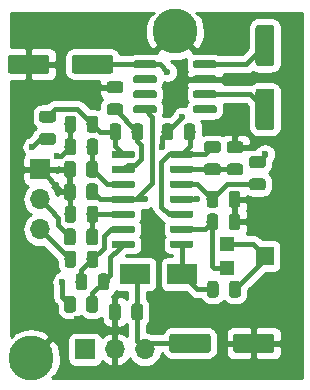
<source format=gbr>
G04 #@! TF.GenerationSoftware,KiCad,Pcbnew,5.1.2-f72e74a~84~ubuntu18.04.1*
G04 #@! TF.CreationDate,2019-05-28T19:28:17+02:00*
G04 #@! TF.ProjectId,OpenEMG2,4f70656e-454d-4473-922e-6b696361645f,rev?*
G04 #@! TF.SameCoordinates,Original*
G04 #@! TF.FileFunction,Copper,L1,Top*
G04 #@! TF.FilePolarity,Positive*
%FSLAX46Y46*%
G04 Gerber Fmt 4.6, Leading zero omitted, Abs format (unit mm)*
G04 Created by KiCad (PCBNEW 5.1.2-f72e74a~84~ubuntu18.04.1) date 2019-05-28 19:28:17*
%MOMM*%
%LPD*%
G04 APERTURE LIST*
%ADD10C,0.100000*%
%ADD11C,0.975000*%
%ADD12R,1.500000X1.600000*%
%ADD13R,1.200000X1.200000*%
%ADD14C,0.650000*%
%ADD15C,0.600000*%
%ADD16C,3.800000*%
%ADD17O,1.700000X1.700000*%
%ADD18R,1.700000X1.700000*%
%ADD19R,2.500000X1.800000*%
%ADD20C,1.600000*%
%ADD21C,0.450000*%
%ADD22C,0.254000*%
G04 APERTURE END LIST*
D10*
G36*
X30112642Y-54546174D02*
G01*
X30136303Y-54549684D01*
X30159507Y-54555496D01*
X30182029Y-54563554D01*
X30203653Y-54573782D01*
X30224170Y-54586079D01*
X30243383Y-54600329D01*
X30261107Y-54616393D01*
X30277171Y-54634117D01*
X30291421Y-54653330D01*
X30303718Y-54673847D01*
X30313946Y-54695471D01*
X30322004Y-54717993D01*
X30327816Y-54741197D01*
X30331326Y-54764858D01*
X30332500Y-54788750D01*
X30332500Y-55701250D01*
X30331326Y-55725142D01*
X30327816Y-55748803D01*
X30322004Y-55772007D01*
X30313946Y-55794529D01*
X30303718Y-55816153D01*
X30291421Y-55836670D01*
X30277171Y-55855883D01*
X30261107Y-55873607D01*
X30243383Y-55889671D01*
X30224170Y-55903921D01*
X30203653Y-55916218D01*
X30182029Y-55926446D01*
X30159507Y-55934504D01*
X30136303Y-55940316D01*
X30112642Y-55943826D01*
X30088750Y-55945000D01*
X29601250Y-55945000D01*
X29577358Y-55943826D01*
X29553697Y-55940316D01*
X29530493Y-55934504D01*
X29507971Y-55926446D01*
X29486347Y-55916218D01*
X29465830Y-55903921D01*
X29446617Y-55889671D01*
X29428893Y-55873607D01*
X29412829Y-55855883D01*
X29398579Y-55836670D01*
X29386282Y-55816153D01*
X29376054Y-55794529D01*
X29367996Y-55772007D01*
X29362184Y-55748803D01*
X29358674Y-55725142D01*
X29357500Y-55701250D01*
X29357500Y-54788750D01*
X29358674Y-54764858D01*
X29362184Y-54741197D01*
X29367996Y-54717993D01*
X29376054Y-54695471D01*
X29386282Y-54673847D01*
X29398579Y-54653330D01*
X29412829Y-54634117D01*
X29428893Y-54616393D01*
X29446617Y-54600329D01*
X29465830Y-54586079D01*
X29486347Y-54573782D01*
X29507971Y-54563554D01*
X29530493Y-54555496D01*
X29553697Y-54549684D01*
X29577358Y-54546174D01*
X29601250Y-54545000D01*
X30088750Y-54545000D01*
X30112642Y-54546174D01*
X30112642Y-54546174D01*
G37*
D11*
X29845000Y-55245000D03*
D10*
G36*
X31987642Y-54546174D02*
G01*
X32011303Y-54549684D01*
X32034507Y-54555496D01*
X32057029Y-54563554D01*
X32078653Y-54573782D01*
X32099170Y-54586079D01*
X32118383Y-54600329D01*
X32136107Y-54616393D01*
X32152171Y-54634117D01*
X32166421Y-54653330D01*
X32178718Y-54673847D01*
X32188946Y-54695471D01*
X32197004Y-54717993D01*
X32202816Y-54741197D01*
X32206326Y-54764858D01*
X32207500Y-54788750D01*
X32207500Y-55701250D01*
X32206326Y-55725142D01*
X32202816Y-55748803D01*
X32197004Y-55772007D01*
X32188946Y-55794529D01*
X32178718Y-55816153D01*
X32166421Y-55836670D01*
X32152171Y-55855883D01*
X32136107Y-55873607D01*
X32118383Y-55889671D01*
X32099170Y-55903921D01*
X32078653Y-55916218D01*
X32057029Y-55926446D01*
X32034507Y-55934504D01*
X32011303Y-55940316D01*
X31987642Y-55943826D01*
X31963750Y-55945000D01*
X31476250Y-55945000D01*
X31452358Y-55943826D01*
X31428697Y-55940316D01*
X31405493Y-55934504D01*
X31382971Y-55926446D01*
X31361347Y-55916218D01*
X31340830Y-55903921D01*
X31321617Y-55889671D01*
X31303893Y-55873607D01*
X31287829Y-55855883D01*
X31273579Y-55836670D01*
X31261282Y-55816153D01*
X31251054Y-55794529D01*
X31242996Y-55772007D01*
X31237184Y-55748803D01*
X31233674Y-55725142D01*
X31232500Y-55701250D01*
X31232500Y-54788750D01*
X31233674Y-54764858D01*
X31237184Y-54741197D01*
X31242996Y-54717993D01*
X31251054Y-54695471D01*
X31261282Y-54673847D01*
X31273579Y-54653330D01*
X31287829Y-54634117D01*
X31303893Y-54616393D01*
X31321617Y-54600329D01*
X31340830Y-54586079D01*
X31361347Y-54573782D01*
X31382971Y-54563554D01*
X31405493Y-54555496D01*
X31428697Y-54549684D01*
X31452358Y-54546174D01*
X31476250Y-54545000D01*
X31963750Y-54545000D01*
X31987642Y-54546174D01*
X31987642Y-54546174D01*
G37*
D11*
X31720000Y-55245000D03*
D12*
X46355000Y-60690000D03*
D13*
X43105000Y-61690000D03*
X43105000Y-59690000D03*
D10*
G36*
X37035928Y-47935782D02*
G01*
X37051702Y-47938122D01*
X37067171Y-47941997D01*
X37082186Y-47947370D01*
X37096602Y-47954188D01*
X37110280Y-47962386D01*
X37123089Y-47971886D01*
X37134905Y-47982595D01*
X37145614Y-47994411D01*
X37155114Y-48007220D01*
X37163312Y-48020898D01*
X37170130Y-48035314D01*
X37175503Y-48050329D01*
X37179378Y-48065798D01*
X37181718Y-48081572D01*
X37182500Y-48097500D01*
X37182500Y-48422500D01*
X37181718Y-48438428D01*
X37179378Y-48454202D01*
X37175503Y-48469671D01*
X37170130Y-48484686D01*
X37163312Y-48499102D01*
X37155114Y-48512780D01*
X37145614Y-48525589D01*
X37134905Y-48537405D01*
X37123089Y-48548114D01*
X37110280Y-48557614D01*
X37096602Y-48565812D01*
X37082186Y-48572630D01*
X37067171Y-48578003D01*
X37051702Y-48581878D01*
X37035928Y-48584218D01*
X37020000Y-48585000D01*
X35370000Y-48585000D01*
X35354072Y-48584218D01*
X35338298Y-48581878D01*
X35322829Y-48578003D01*
X35307814Y-48572630D01*
X35293398Y-48565812D01*
X35279720Y-48557614D01*
X35266911Y-48548114D01*
X35255095Y-48537405D01*
X35244386Y-48525589D01*
X35234886Y-48512780D01*
X35226688Y-48499102D01*
X35219870Y-48484686D01*
X35214497Y-48469671D01*
X35210622Y-48454202D01*
X35208282Y-48438428D01*
X35207500Y-48422500D01*
X35207500Y-48097500D01*
X35208282Y-48081572D01*
X35210622Y-48065798D01*
X35214497Y-48050329D01*
X35219870Y-48035314D01*
X35226688Y-48020898D01*
X35234886Y-48007220D01*
X35244386Y-47994411D01*
X35255095Y-47982595D01*
X35266911Y-47971886D01*
X35279720Y-47962386D01*
X35293398Y-47954188D01*
X35307814Y-47947370D01*
X35322829Y-47941997D01*
X35338298Y-47938122D01*
X35354072Y-47935782D01*
X35370000Y-47935000D01*
X37020000Y-47935000D01*
X37035928Y-47935782D01*
X37035928Y-47935782D01*
G37*
D14*
X36195000Y-48260000D03*
D10*
G36*
X37035928Y-46665782D02*
G01*
X37051702Y-46668122D01*
X37067171Y-46671997D01*
X37082186Y-46677370D01*
X37096602Y-46684188D01*
X37110280Y-46692386D01*
X37123089Y-46701886D01*
X37134905Y-46712595D01*
X37145614Y-46724411D01*
X37155114Y-46737220D01*
X37163312Y-46750898D01*
X37170130Y-46765314D01*
X37175503Y-46780329D01*
X37179378Y-46795798D01*
X37181718Y-46811572D01*
X37182500Y-46827500D01*
X37182500Y-47152500D01*
X37181718Y-47168428D01*
X37179378Y-47184202D01*
X37175503Y-47199671D01*
X37170130Y-47214686D01*
X37163312Y-47229102D01*
X37155114Y-47242780D01*
X37145614Y-47255589D01*
X37134905Y-47267405D01*
X37123089Y-47278114D01*
X37110280Y-47287614D01*
X37096602Y-47295812D01*
X37082186Y-47302630D01*
X37067171Y-47308003D01*
X37051702Y-47311878D01*
X37035928Y-47314218D01*
X37020000Y-47315000D01*
X35370000Y-47315000D01*
X35354072Y-47314218D01*
X35338298Y-47311878D01*
X35322829Y-47308003D01*
X35307814Y-47302630D01*
X35293398Y-47295812D01*
X35279720Y-47287614D01*
X35266911Y-47278114D01*
X35255095Y-47267405D01*
X35244386Y-47255589D01*
X35234886Y-47242780D01*
X35226688Y-47229102D01*
X35219870Y-47214686D01*
X35214497Y-47199671D01*
X35210622Y-47184202D01*
X35208282Y-47168428D01*
X35207500Y-47152500D01*
X35207500Y-46827500D01*
X35208282Y-46811572D01*
X35210622Y-46795798D01*
X35214497Y-46780329D01*
X35219870Y-46765314D01*
X35226688Y-46750898D01*
X35234886Y-46737220D01*
X35244386Y-46724411D01*
X35255095Y-46712595D01*
X35266911Y-46701886D01*
X35279720Y-46692386D01*
X35293398Y-46684188D01*
X35307814Y-46677370D01*
X35322829Y-46671997D01*
X35338298Y-46668122D01*
X35354072Y-46665782D01*
X35370000Y-46665000D01*
X37020000Y-46665000D01*
X37035928Y-46665782D01*
X37035928Y-46665782D01*
G37*
D14*
X36195000Y-46990000D03*
D10*
G36*
X37035928Y-45395782D02*
G01*
X37051702Y-45398122D01*
X37067171Y-45401997D01*
X37082186Y-45407370D01*
X37096602Y-45414188D01*
X37110280Y-45422386D01*
X37123089Y-45431886D01*
X37134905Y-45442595D01*
X37145614Y-45454411D01*
X37155114Y-45467220D01*
X37163312Y-45480898D01*
X37170130Y-45495314D01*
X37175503Y-45510329D01*
X37179378Y-45525798D01*
X37181718Y-45541572D01*
X37182500Y-45557500D01*
X37182500Y-45882500D01*
X37181718Y-45898428D01*
X37179378Y-45914202D01*
X37175503Y-45929671D01*
X37170130Y-45944686D01*
X37163312Y-45959102D01*
X37155114Y-45972780D01*
X37145614Y-45985589D01*
X37134905Y-45997405D01*
X37123089Y-46008114D01*
X37110280Y-46017614D01*
X37096602Y-46025812D01*
X37082186Y-46032630D01*
X37067171Y-46038003D01*
X37051702Y-46041878D01*
X37035928Y-46044218D01*
X37020000Y-46045000D01*
X35370000Y-46045000D01*
X35354072Y-46044218D01*
X35338298Y-46041878D01*
X35322829Y-46038003D01*
X35307814Y-46032630D01*
X35293398Y-46025812D01*
X35279720Y-46017614D01*
X35266911Y-46008114D01*
X35255095Y-45997405D01*
X35244386Y-45985589D01*
X35234886Y-45972780D01*
X35226688Y-45959102D01*
X35219870Y-45944686D01*
X35214497Y-45929671D01*
X35210622Y-45914202D01*
X35208282Y-45898428D01*
X35207500Y-45882500D01*
X35207500Y-45557500D01*
X35208282Y-45541572D01*
X35210622Y-45525798D01*
X35214497Y-45510329D01*
X35219870Y-45495314D01*
X35226688Y-45480898D01*
X35234886Y-45467220D01*
X35244386Y-45454411D01*
X35255095Y-45442595D01*
X35266911Y-45431886D01*
X35279720Y-45422386D01*
X35293398Y-45414188D01*
X35307814Y-45407370D01*
X35322829Y-45401997D01*
X35338298Y-45398122D01*
X35354072Y-45395782D01*
X35370000Y-45395000D01*
X37020000Y-45395000D01*
X37035928Y-45395782D01*
X37035928Y-45395782D01*
G37*
D14*
X36195000Y-45720000D03*
D10*
G36*
X37035928Y-44125782D02*
G01*
X37051702Y-44128122D01*
X37067171Y-44131997D01*
X37082186Y-44137370D01*
X37096602Y-44144188D01*
X37110280Y-44152386D01*
X37123089Y-44161886D01*
X37134905Y-44172595D01*
X37145614Y-44184411D01*
X37155114Y-44197220D01*
X37163312Y-44210898D01*
X37170130Y-44225314D01*
X37175503Y-44240329D01*
X37179378Y-44255798D01*
X37181718Y-44271572D01*
X37182500Y-44287500D01*
X37182500Y-44612500D01*
X37181718Y-44628428D01*
X37179378Y-44644202D01*
X37175503Y-44659671D01*
X37170130Y-44674686D01*
X37163312Y-44689102D01*
X37155114Y-44702780D01*
X37145614Y-44715589D01*
X37134905Y-44727405D01*
X37123089Y-44738114D01*
X37110280Y-44747614D01*
X37096602Y-44755812D01*
X37082186Y-44762630D01*
X37067171Y-44768003D01*
X37051702Y-44771878D01*
X37035928Y-44774218D01*
X37020000Y-44775000D01*
X35370000Y-44775000D01*
X35354072Y-44774218D01*
X35338298Y-44771878D01*
X35322829Y-44768003D01*
X35307814Y-44762630D01*
X35293398Y-44755812D01*
X35279720Y-44747614D01*
X35266911Y-44738114D01*
X35255095Y-44727405D01*
X35244386Y-44715589D01*
X35234886Y-44702780D01*
X35226688Y-44689102D01*
X35219870Y-44674686D01*
X35214497Y-44659671D01*
X35210622Y-44644202D01*
X35208282Y-44628428D01*
X35207500Y-44612500D01*
X35207500Y-44287500D01*
X35208282Y-44271572D01*
X35210622Y-44255798D01*
X35214497Y-44240329D01*
X35219870Y-44225314D01*
X35226688Y-44210898D01*
X35234886Y-44197220D01*
X35244386Y-44184411D01*
X35255095Y-44172595D01*
X35266911Y-44161886D01*
X35279720Y-44152386D01*
X35293398Y-44144188D01*
X35307814Y-44137370D01*
X35322829Y-44131997D01*
X35338298Y-44128122D01*
X35354072Y-44125782D01*
X35370000Y-44125000D01*
X37020000Y-44125000D01*
X37035928Y-44125782D01*
X37035928Y-44125782D01*
G37*
D14*
X36195000Y-44450000D03*
D10*
G36*
X42110928Y-44125782D02*
G01*
X42126702Y-44128122D01*
X42142171Y-44131997D01*
X42157186Y-44137370D01*
X42171602Y-44144188D01*
X42185280Y-44152386D01*
X42198089Y-44161886D01*
X42209905Y-44172595D01*
X42220614Y-44184411D01*
X42230114Y-44197220D01*
X42238312Y-44210898D01*
X42245130Y-44225314D01*
X42250503Y-44240329D01*
X42254378Y-44255798D01*
X42256718Y-44271572D01*
X42257500Y-44287500D01*
X42257500Y-44612500D01*
X42256718Y-44628428D01*
X42254378Y-44644202D01*
X42250503Y-44659671D01*
X42245130Y-44674686D01*
X42238312Y-44689102D01*
X42230114Y-44702780D01*
X42220614Y-44715589D01*
X42209905Y-44727405D01*
X42198089Y-44738114D01*
X42185280Y-44747614D01*
X42171602Y-44755812D01*
X42157186Y-44762630D01*
X42142171Y-44768003D01*
X42126702Y-44771878D01*
X42110928Y-44774218D01*
X42095000Y-44775000D01*
X40445000Y-44775000D01*
X40429072Y-44774218D01*
X40413298Y-44771878D01*
X40397829Y-44768003D01*
X40382814Y-44762630D01*
X40368398Y-44755812D01*
X40354720Y-44747614D01*
X40341911Y-44738114D01*
X40330095Y-44727405D01*
X40319386Y-44715589D01*
X40309886Y-44702780D01*
X40301688Y-44689102D01*
X40294870Y-44674686D01*
X40289497Y-44659671D01*
X40285622Y-44644202D01*
X40283282Y-44628428D01*
X40282500Y-44612500D01*
X40282500Y-44287500D01*
X40283282Y-44271572D01*
X40285622Y-44255798D01*
X40289497Y-44240329D01*
X40294870Y-44225314D01*
X40301688Y-44210898D01*
X40309886Y-44197220D01*
X40319386Y-44184411D01*
X40330095Y-44172595D01*
X40341911Y-44161886D01*
X40354720Y-44152386D01*
X40368398Y-44144188D01*
X40382814Y-44137370D01*
X40397829Y-44131997D01*
X40413298Y-44128122D01*
X40429072Y-44125782D01*
X40445000Y-44125000D01*
X42095000Y-44125000D01*
X42110928Y-44125782D01*
X42110928Y-44125782D01*
G37*
D14*
X41270000Y-44450000D03*
D10*
G36*
X42110928Y-45395782D02*
G01*
X42126702Y-45398122D01*
X42142171Y-45401997D01*
X42157186Y-45407370D01*
X42171602Y-45414188D01*
X42185280Y-45422386D01*
X42198089Y-45431886D01*
X42209905Y-45442595D01*
X42220614Y-45454411D01*
X42230114Y-45467220D01*
X42238312Y-45480898D01*
X42245130Y-45495314D01*
X42250503Y-45510329D01*
X42254378Y-45525798D01*
X42256718Y-45541572D01*
X42257500Y-45557500D01*
X42257500Y-45882500D01*
X42256718Y-45898428D01*
X42254378Y-45914202D01*
X42250503Y-45929671D01*
X42245130Y-45944686D01*
X42238312Y-45959102D01*
X42230114Y-45972780D01*
X42220614Y-45985589D01*
X42209905Y-45997405D01*
X42198089Y-46008114D01*
X42185280Y-46017614D01*
X42171602Y-46025812D01*
X42157186Y-46032630D01*
X42142171Y-46038003D01*
X42126702Y-46041878D01*
X42110928Y-46044218D01*
X42095000Y-46045000D01*
X40445000Y-46045000D01*
X40429072Y-46044218D01*
X40413298Y-46041878D01*
X40397829Y-46038003D01*
X40382814Y-46032630D01*
X40368398Y-46025812D01*
X40354720Y-46017614D01*
X40341911Y-46008114D01*
X40330095Y-45997405D01*
X40319386Y-45985589D01*
X40309886Y-45972780D01*
X40301688Y-45959102D01*
X40294870Y-45944686D01*
X40289497Y-45929671D01*
X40285622Y-45914202D01*
X40283282Y-45898428D01*
X40282500Y-45882500D01*
X40282500Y-45557500D01*
X40283282Y-45541572D01*
X40285622Y-45525798D01*
X40289497Y-45510329D01*
X40294870Y-45495314D01*
X40301688Y-45480898D01*
X40309886Y-45467220D01*
X40319386Y-45454411D01*
X40330095Y-45442595D01*
X40341911Y-45431886D01*
X40354720Y-45422386D01*
X40368398Y-45414188D01*
X40382814Y-45407370D01*
X40397829Y-45401997D01*
X40413298Y-45398122D01*
X40429072Y-45395782D01*
X40445000Y-45395000D01*
X42095000Y-45395000D01*
X42110928Y-45395782D01*
X42110928Y-45395782D01*
G37*
D14*
X41270000Y-45720000D03*
D10*
G36*
X42110928Y-46665782D02*
G01*
X42126702Y-46668122D01*
X42142171Y-46671997D01*
X42157186Y-46677370D01*
X42171602Y-46684188D01*
X42185280Y-46692386D01*
X42198089Y-46701886D01*
X42209905Y-46712595D01*
X42220614Y-46724411D01*
X42230114Y-46737220D01*
X42238312Y-46750898D01*
X42245130Y-46765314D01*
X42250503Y-46780329D01*
X42254378Y-46795798D01*
X42256718Y-46811572D01*
X42257500Y-46827500D01*
X42257500Y-47152500D01*
X42256718Y-47168428D01*
X42254378Y-47184202D01*
X42250503Y-47199671D01*
X42245130Y-47214686D01*
X42238312Y-47229102D01*
X42230114Y-47242780D01*
X42220614Y-47255589D01*
X42209905Y-47267405D01*
X42198089Y-47278114D01*
X42185280Y-47287614D01*
X42171602Y-47295812D01*
X42157186Y-47302630D01*
X42142171Y-47308003D01*
X42126702Y-47311878D01*
X42110928Y-47314218D01*
X42095000Y-47315000D01*
X40445000Y-47315000D01*
X40429072Y-47314218D01*
X40413298Y-47311878D01*
X40397829Y-47308003D01*
X40382814Y-47302630D01*
X40368398Y-47295812D01*
X40354720Y-47287614D01*
X40341911Y-47278114D01*
X40330095Y-47267405D01*
X40319386Y-47255589D01*
X40309886Y-47242780D01*
X40301688Y-47229102D01*
X40294870Y-47214686D01*
X40289497Y-47199671D01*
X40285622Y-47184202D01*
X40283282Y-47168428D01*
X40282500Y-47152500D01*
X40282500Y-46827500D01*
X40283282Y-46811572D01*
X40285622Y-46795798D01*
X40289497Y-46780329D01*
X40294870Y-46765314D01*
X40301688Y-46750898D01*
X40309886Y-46737220D01*
X40319386Y-46724411D01*
X40330095Y-46712595D01*
X40341911Y-46701886D01*
X40354720Y-46692386D01*
X40368398Y-46684188D01*
X40382814Y-46677370D01*
X40397829Y-46671997D01*
X40413298Y-46668122D01*
X40429072Y-46665782D01*
X40445000Y-46665000D01*
X42095000Y-46665000D01*
X42110928Y-46665782D01*
X42110928Y-46665782D01*
G37*
D14*
X41270000Y-46990000D03*
D10*
G36*
X42110928Y-47935782D02*
G01*
X42126702Y-47938122D01*
X42142171Y-47941997D01*
X42157186Y-47947370D01*
X42171602Y-47954188D01*
X42185280Y-47962386D01*
X42198089Y-47971886D01*
X42209905Y-47982595D01*
X42220614Y-47994411D01*
X42230114Y-48007220D01*
X42238312Y-48020898D01*
X42245130Y-48035314D01*
X42250503Y-48050329D01*
X42254378Y-48065798D01*
X42256718Y-48081572D01*
X42257500Y-48097500D01*
X42257500Y-48422500D01*
X42256718Y-48438428D01*
X42254378Y-48454202D01*
X42250503Y-48469671D01*
X42245130Y-48484686D01*
X42238312Y-48499102D01*
X42230114Y-48512780D01*
X42220614Y-48525589D01*
X42209905Y-48537405D01*
X42198089Y-48548114D01*
X42185280Y-48557614D01*
X42171602Y-48565812D01*
X42157186Y-48572630D01*
X42142171Y-48578003D01*
X42126702Y-48581878D01*
X42110928Y-48584218D01*
X42095000Y-48585000D01*
X40445000Y-48585000D01*
X40429072Y-48584218D01*
X40413298Y-48581878D01*
X40397829Y-48578003D01*
X40382814Y-48572630D01*
X40368398Y-48565812D01*
X40354720Y-48557614D01*
X40341911Y-48548114D01*
X40330095Y-48537405D01*
X40319386Y-48525589D01*
X40309886Y-48512780D01*
X40301688Y-48499102D01*
X40294870Y-48484686D01*
X40289497Y-48469671D01*
X40285622Y-48454202D01*
X40283282Y-48438428D01*
X40282500Y-48422500D01*
X40282500Y-48097500D01*
X40283282Y-48081572D01*
X40285622Y-48065798D01*
X40289497Y-48050329D01*
X40294870Y-48035314D01*
X40301688Y-48020898D01*
X40309886Y-48007220D01*
X40319386Y-47994411D01*
X40330095Y-47982595D01*
X40341911Y-47971886D01*
X40354720Y-47962386D01*
X40368398Y-47954188D01*
X40382814Y-47947370D01*
X40397829Y-47941997D01*
X40413298Y-47938122D01*
X40429072Y-47935782D01*
X40445000Y-47935000D01*
X42095000Y-47935000D01*
X42110928Y-47935782D01*
X42110928Y-47935782D01*
G37*
D14*
X41270000Y-48260000D03*
D10*
G36*
X40144703Y-51770722D02*
G01*
X40159264Y-51772882D01*
X40173543Y-51776459D01*
X40187403Y-51781418D01*
X40200710Y-51787712D01*
X40213336Y-51795280D01*
X40225159Y-51804048D01*
X40236066Y-51813934D01*
X40245952Y-51824841D01*
X40254720Y-51836664D01*
X40262288Y-51849290D01*
X40268582Y-51862597D01*
X40273541Y-51876457D01*
X40277118Y-51890736D01*
X40279278Y-51905297D01*
X40280000Y-51920000D01*
X40280000Y-52220000D01*
X40279278Y-52234703D01*
X40277118Y-52249264D01*
X40273541Y-52263543D01*
X40268582Y-52277403D01*
X40262288Y-52290710D01*
X40254720Y-52303336D01*
X40245952Y-52315159D01*
X40236066Y-52326066D01*
X40225159Y-52335952D01*
X40213336Y-52344720D01*
X40200710Y-52352288D01*
X40187403Y-52358582D01*
X40173543Y-52363541D01*
X40159264Y-52367118D01*
X40144703Y-52369278D01*
X40130000Y-52370000D01*
X38480000Y-52370000D01*
X38465297Y-52369278D01*
X38450736Y-52367118D01*
X38436457Y-52363541D01*
X38422597Y-52358582D01*
X38409290Y-52352288D01*
X38396664Y-52344720D01*
X38384841Y-52335952D01*
X38373934Y-52326066D01*
X38364048Y-52315159D01*
X38355280Y-52303336D01*
X38347712Y-52290710D01*
X38341418Y-52277403D01*
X38336459Y-52263543D01*
X38332882Y-52249264D01*
X38330722Y-52234703D01*
X38330000Y-52220000D01*
X38330000Y-51920000D01*
X38330722Y-51905297D01*
X38332882Y-51890736D01*
X38336459Y-51876457D01*
X38341418Y-51862597D01*
X38347712Y-51849290D01*
X38355280Y-51836664D01*
X38364048Y-51824841D01*
X38373934Y-51813934D01*
X38384841Y-51804048D01*
X38396664Y-51795280D01*
X38409290Y-51787712D01*
X38422597Y-51781418D01*
X38436457Y-51776459D01*
X38450736Y-51772882D01*
X38465297Y-51770722D01*
X38480000Y-51770000D01*
X40130000Y-51770000D01*
X40144703Y-51770722D01*
X40144703Y-51770722D01*
G37*
D15*
X39305000Y-52070000D03*
D10*
G36*
X40144703Y-53040722D02*
G01*
X40159264Y-53042882D01*
X40173543Y-53046459D01*
X40187403Y-53051418D01*
X40200710Y-53057712D01*
X40213336Y-53065280D01*
X40225159Y-53074048D01*
X40236066Y-53083934D01*
X40245952Y-53094841D01*
X40254720Y-53106664D01*
X40262288Y-53119290D01*
X40268582Y-53132597D01*
X40273541Y-53146457D01*
X40277118Y-53160736D01*
X40279278Y-53175297D01*
X40280000Y-53190000D01*
X40280000Y-53490000D01*
X40279278Y-53504703D01*
X40277118Y-53519264D01*
X40273541Y-53533543D01*
X40268582Y-53547403D01*
X40262288Y-53560710D01*
X40254720Y-53573336D01*
X40245952Y-53585159D01*
X40236066Y-53596066D01*
X40225159Y-53605952D01*
X40213336Y-53614720D01*
X40200710Y-53622288D01*
X40187403Y-53628582D01*
X40173543Y-53633541D01*
X40159264Y-53637118D01*
X40144703Y-53639278D01*
X40130000Y-53640000D01*
X38480000Y-53640000D01*
X38465297Y-53639278D01*
X38450736Y-53637118D01*
X38436457Y-53633541D01*
X38422597Y-53628582D01*
X38409290Y-53622288D01*
X38396664Y-53614720D01*
X38384841Y-53605952D01*
X38373934Y-53596066D01*
X38364048Y-53585159D01*
X38355280Y-53573336D01*
X38347712Y-53560710D01*
X38341418Y-53547403D01*
X38336459Y-53533543D01*
X38332882Y-53519264D01*
X38330722Y-53504703D01*
X38330000Y-53490000D01*
X38330000Y-53190000D01*
X38330722Y-53175297D01*
X38332882Y-53160736D01*
X38336459Y-53146457D01*
X38341418Y-53132597D01*
X38347712Y-53119290D01*
X38355280Y-53106664D01*
X38364048Y-53094841D01*
X38373934Y-53083934D01*
X38384841Y-53074048D01*
X38396664Y-53065280D01*
X38409290Y-53057712D01*
X38422597Y-53051418D01*
X38436457Y-53046459D01*
X38450736Y-53042882D01*
X38465297Y-53040722D01*
X38480000Y-53040000D01*
X40130000Y-53040000D01*
X40144703Y-53040722D01*
X40144703Y-53040722D01*
G37*
D15*
X39305000Y-53340000D03*
D10*
G36*
X40144703Y-54310722D02*
G01*
X40159264Y-54312882D01*
X40173543Y-54316459D01*
X40187403Y-54321418D01*
X40200710Y-54327712D01*
X40213336Y-54335280D01*
X40225159Y-54344048D01*
X40236066Y-54353934D01*
X40245952Y-54364841D01*
X40254720Y-54376664D01*
X40262288Y-54389290D01*
X40268582Y-54402597D01*
X40273541Y-54416457D01*
X40277118Y-54430736D01*
X40279278Y-54445297D01*
X40280000Y-54460000D01*
X40280000Y-54760000D01*
X40279278Y-54774703D01*
X40277118Y-54789264D01*
X40273541Y-54803543D01*
X40268582Y-54817403D01*
X40262288Y-54830710D01*
X40254720Y-54843336D01*
X40245952Y-54855159D01*
X40236066Y-54866066D01*
X40225159Y-54875952D01*
X40213336Y-54884720D01*
X40200710Y-54892288D01*
X40187403Y-54898582D01*
X40173543Y-54903541D01*
X40159264Y-54907118D01*
X40144703Y-54909278D01*
X40130000Y-54910000D01*
X38480000Y-54910000D01*
X38465297Y-54909278D01*
X38450736Y-54907118D01*
X38436457Y-54903541D01*
X38422597Y-54898582D01*
X38409290Y-54892288D01*
X38396664Y-54884720D01*
X38384841Y-54875952D01*
X38373934Y-54866066D01*
X38364048Y-54855159D01*
X38355280Y-54843336D01*
X38347712Y-54830710D01*
X38341418Y-54817403D01*
X38336459Y-54803543D01*
X38332882Y-54789264D01*
X38330722Y-54774703D01*
X38330000Y-54760000D01*
X38330000Y-54460000D01*
X38330722Y-54445297D01*
X38332882Y-54430736D01*
X38336459Y-54416457D01*
X38341418Y-54402597D01*
X38347712Y-54389290D01*
X38355280Y-54376664D01*
X38364048Y-54364841D01*
X38373934Y-54353934D01*
X38384841Y-54344048D01*
X38396664Y-54335280D01*
X38409290Y-54327712D01*
X38422597Y-54321418D01*
X38436457Y-54316459D01*
X38450736Y-54312882D01*
X38465297Y-54310722D01*
X38480000Y-54310000D01*
X40130000Y-54310000D01*
X40144703Y-54310722D01*
X40144703Y-54310722D01*
G37*
D15*
X39305000Y-54610000D03*
D10*
G36*
X40144703Y-55580722D02*
G01*
X40159264Y-55582882D01*
X40173543Y-55586459D01*
X40187403Y-55591418D01*
X40200710Y-55597712D01*
X40213336Y-55605280D01*
X40225159Y-55614048D01*
X40236066Y-55623934D01*
X40245952Y-55634841D01*
X40254720Y-55646664D01*
X40262288Y-55659290D01*
X40268582Y-55672597D01*
X40273541Y-55686457D01*
X40277118Y-55700736D01*
X40279278Y-55715297D01*
X40280000Y-55730000D01*
X40280000Y-56030000D01*
X40279278Y-56044703D01*
X40277118Y-56059264D01*
X40273541Y-56073543D01*
X40268582Y-56087403D01*
X40262288Y-56100710D01*
X40254720Y-56113336D01*
X40245952Y-56125159D01*
X40236066Y-56136066D01*
X40225159Y-56145952D01*
X40213336Y-56154720D01*
X40200710Y-56162288D01*
X40187403Y-56168582D01*
X40173543Y-56173541D01*
X40159264Y-56177118D01*
X40144703Y-56179278D01*
X40130000Y-56180000D01*
X38480000Y-56180000D01*
X38465297Y-56179278D01*
X38450736Y-56177118D01*
X38436457Y-56173541D01*
X38422597Y-56168582D01*
X38409290Y-56162288D01*
X38396664Y-56154720D01*
X38384841Y-56145952D01*
X38373934Y-56136066D01*
X38364048Y-56125159D01*
X38355280Y-56113336D01*
X38347712Y-56100710D01*
X38341418Y-56087403D01*
X38336459Y-56073543D01*
X38332882Y-56059264D01*
X38330722Y-56044703D01*
X38330000Y-56030000D01*
X38330000Y-55730000D01*
X38330722Y-55715297D01*
X38332882Y-55700736D01*
X38336459Y-55686457D01*
X38341418Y-55672597D01*
X38347712Y-55659290D01*
X38355280Y-55646664D01*
X38364048Y-55634841D01*
X38373934Y-55623934D01*
X38384841Y-55614048D01*
X38396664Y-55605280D01*
X38409290Y-55597712D01*
X38422597Y-55591418D01*
X38436457Y-55586459D01*
X38450736Y-55582882D01*
X38465297Y-55580722D01*
X38480000Y-55580000D01*
X40130000Y-55580000D01*
X40144703Y-55580722D01*
X40144703Y-55580722D01*
G37*
D15*
X39305000Y-55880000D03*
D10*
G36*
X40144703Y-56850722D02*
G01*
X40159264Y-56852882D01*
X40173543Y-56856459D01*
X40187403Y-56861418D01*
X40200710Y-56867712D01*
X40213336Y-56875280D01*
X40225159Y-56884048D01*
X40236066Y-56893934D01*
X40245952Y-56904841D01*
X40254720Y-56916664D01*
X40262288Y-56929290D01*
X40268582Y-56942597D01*
X40273541Y-56956457D01*
X40277118Y-56970736D01*
X40279278Y-56985297D01*
X40280000Y-57000000D01*
X40280000Y-57300000D01*
X40279278Y-57314703D01*
X40277118Y-57329264D01*
X40273541Y-57343543D01*
X40268582Y-57357403D01*
X40262288Y-57370710D01*
X40254720Y-57383336D01*
X40245952Y-57395159D01*
X40236066Y-57406066D01*
X40225159Y-57415952D01*
X40213336Y-57424720D01*
X40200710Y-57432288D01*
X40187403Y-57438582D01*
X40173543Y-57443541D01*
X40159264Y-57447118D01*
X40144703Y-57449278D01*
X40130000Y-57450000D01*
X38480000Y-57450000D01*
X38465297Y-57449278D01*
X38450736Y-57447118D01*
X38436457Y-57443541D01*
X38422597Y-57438582D01*
X38409290Y-57432288D01*
X38396664Y-57424720D01*
X38384841Y-57415952D01*
X38373934Y-57406066D01*
X38364048Y-57395159D01*
X38355280Y-57383336D01*
X38347712Y-57370710D01*
X38341418Y-57357403D01*
X38336459Y-57343543D01*
X38332882Y-57329264D01*
X38330722Y-57314703D01*
X38330000Y-57300000D01*
X38330000Y-57000000D01*
X38330722Y-56985297D01*
X38332882Y-56970736D01*
X38336459Y-56956457D01*
X38341418Y-56942597D01*
X38347712Y-56929290D01*
X38355280Y-56916664D01*
X38364048Y-56904841D01*
X38373934Y-56893934D01*
X38384841Y-56884048D01*
X38396664Y-56875280D01*
X38409290Y-56867712D01*
X38422597Y-56861418D01*
X38436457Y-56856459D01*
X38450736Y-56852882D01*
X38465297Y-56850722D01*
X38480000Y-56850000D01*
X40130000Y-56850000D01*
X40144703Y-56850722D01*
X40144703Y-56850722D01*
G37*
D15*
X39305000Y-57150000D03*
D10*
G36*
X40144703Y-58120722D02*
G01*
X40159264Y-58122882D01*
X40173543Y-58126459D01*
X40187403Y-58131418D01*
X40200710Y-58137712D01*
X40213336Y-58145280D01*
X40225159Y-58154048D01*
X40236066Y-58163934D01*
X40245952Y-58174841D01*
X40254720Y-58186664D01*
X40262288Y-58199290D01*
X40268582Y-58212597D01*
X40273541Y-58226457D01*
X40277118Y-58240736D01*
X40279278Y-58255297D01*
X40280000Y-58270000D01*
X40280000Y-58570000D01*
X40279278Y-58584703D01*
X40277118Y-58599264D01*
X40273541Y-58613543D01*
X40268582Y-58627403D01*
X40262288Y-58640710D01*
X40254720Y-58653336D01*
X40245952Y-58665159D01*
X40236066Y-58676066D01*
X40225159Y-58685952D01*
X40213336Y-58694720D01*
X40200710Y-58702288D01*
X40187403Y-58708582D01*
X40173543Y-58713541D01*
X40159264Y-58717118D01*
X40144703Y-58719278D01*
X40130000Y-58720000D01*
X38480000Y-58720000D01*
X38465297Y-58719278D01*
X38450736Y-58717118D01*
X38436457Y-58713541D01*
X38422597Y-58708582D01*
X38409290Y-58702288D01*
X38396664Y-58694720D01*
X38384841Y-58685952D01*
X38373934Y-58676066D01*
X38364048Y-58665159D01*
X38355280Y-58653336D01*
X38347712Y-58640710D01*
X38341418Y-58627403D01*
X38336459Y-58613543D01*
X38332882Y-58599264D01*
X38330722Y-58584703D01*
X38330000Y-58570000D01*
X38330000Y-58270000D01*
X38330722Y-58255297D01*
X38332882Y-58240736D01*
X38336459Y-58226457D01*
X38341418Y-58212597D01*
X38347712Y-58199290D01*
X38355280Y-58186664D01*
X38364048Y-58174841D01*
X38373934Y-58163934D01*
X38384841Y-58154048D01*
X38396664Y-58145280D01*
X38409290Y-58137712D01*
X38422597Y-58131418D01*
X38436457Y-58126459D01*
X38450736Y-58122882D01*
X38465297Y-58120722D01*
X38480000Y-58120000D01*
X40130000Y-58120000D01*
X40144703Y-58120722D01*
X40144703Y-58120722D01*
G37*
D15*
X39305000Y-58420000D03*
D10*
G36*
X40144703Y-59390722D02*
G01*
X40159264Y-59392882D01*
X40173543Y-59396459D01*
X40187403Y-59401418D01*
X40200710Y-59407712D01*
X40213336Y-59415280D01*
X40225159Y-59424048D01*
X40236066Y-59433934D01*
X40245952Y-59444841D01*
X40254720Y-59456664D01*
X40262288Y-59469290D01*
X40268582Y-59482597D01*
X40273541Y-59496457D01*
X40277118Y-59510736D01*
X40279278Y-59525297D01*
X40280000Y-59540000D01*
X40280000Y-59840000D01*
X40279278Y-59854703D01*
X40277118Y-59869264D01*
X40273541Y-59883543D01*
X40268582Y-59897403D01*
X40262288Y-59910710D01*
X40254720Y-59923336D01*
X40245952Y-59935159D01*
X40236066Y-59946066D01*
X40225159Y-59955952D01*
X40213336Y-59964720D01*
X40200710Y-59972288D01*
X40187403Y-59978582D01*
X40173543Y-59983541D01*
X40159264Y-59987118D01*
X40144703Y-59989278D01*
X40130000Y-59990000D01*
X38480000Y-59990000D01*
X38465297Y-59989278D01*
X38450736Y-59987118D01*
X38436457Y-59983541D01*
X38422597Y-59978582D01*
X38409290Y-59972288D01*
X38396664Y-59964720D01*
X38384841Y-59955952D01*
X38373934Y-59946066D01*
X38364048Y-59935159D01*
X38355280Y-59923336D01*
X38347712Y-59910710D01*
X38341418Y-59897403D01*
X38336459Y-59883543D01*
X38332882Y-59869264D01*
X38330722Y-59854703D01*
X38330000Y-59840000D01*
X38330000Y-59540000D01*
X38330722Y-59525297D01*
X38332882Y-59510736D01*
X38336459Y-59496457D01*
X38341418Y-59482597D01*
X38347712Y-59469290D01*
X38355280Y-59456664D01*
X38364048Y-59444841D01*
X38373934Y-59433934D01*
X38384841Y-59424048D01*
X38396664Y-59415280D01*
X38409290Y-59407712D01*
X38422597Y-59401418D01*
X38436457Y-59396459D01*
X38450736Y-59392882D01*
X38465297Y-59390722D01*
X38480000Y-59390000D01*
X40130000Y-59390000D01*
X40144703Y-59390722D01*
X40144703Y-59390722D01*
G37*
D15*
X39305000Y-59690000D03*
D10*
G36*
X35194703Y-59390722D02*
G01*
X35209264Y-59392882D01*
X35223543Y-59396459D01*
X35237403Y-59401418D01*
X35250710Y-59407712D01*
X35263336Y-59415280D01*
X35275159Y-59424048D01*
X35286066Y-59433934D01*
X35295952Y-59444841D01*
X35304720Y-59456664D01*
X35312288Y-59469290D01*
X35318582Y-59482597D01*
X35323541Y-59496457D01*
X35327118Y-59510736D01*
X35329278Y-59525297D01*
X35330000Y-59540000D01*
X35330000Y-59840000D01*
X35329278Y-59854703D01*
X35327118Y-59869264D01*
X35323541Y-59883543D01*
X35318582Y-59897403D01*
X35312288Y-59910710D01*
X35304720Y-59923336D01*
X35295952Y-59935159D01*
X35286066Y-59946066D01*
X35275159Y-59955952D01*
X35263336Y-59964720D01*
X35250710Y-59972288D01*
X35237403Y-59978582D01*
X35223543Y-59983541D01*
X35209264Y-59987118D01*
X35194703Y-59989278D01*
X35180000Y-59990000D01*
X33530000Y-59990000D01*
X33515297Y-59989278D01*
X33500736Y-59987118D01*
X33486457Y-59983541D01*
X33472597Y-59978582D01*
X33459290Y-59972288D01*
X33446664Y-59964720D01*
X33434841Y-59955952D01*
X33423934Y-59946066D01*
X33414048Y-59935159D01*
X33405280Y-59923336D01*
X33397712Y-59910710D01*
X33391418Y-59897403D01*
X33386459Y-59883543D01*
X33382882Y-59869264D01*
X33380722Y-59854703D01*
X33380000Y-59840000D01*
X33380000Y-59540000D01*
X33380722Y-59525297D01*
X33382882Y-59510736D01*
X33386459Y-59496457D01*
X33391418Y-59482597D01*
X33397712Y-59469290D01*
X33405280Y-59456664D01*
X33414048Y-59444841D01*
X33423934Y-59433934D01*
X33434841Y-59424048D01*
X33446664Y-59415280D01*
X33459290Y-59407712D01*
X33472597Y-59401418D01*
X33486457Y-59396459D01*
X33500736Y-59392882D01*
X33515297Y-59390722D01*
X33530000Y-59390000D01*
X35180000Y-59390000D01*
X35194703Y-59390722D01*
X35194703Y-59390722D01*
G37*
D15*
X34355000Y-59690000D03*
D10*
G36*
X35194703Y-58120722D02*
G01*
X35209264Y-58122882D01*
X35223543Y-58126459D01*
X35237403Y-58131418D01*
X35250710Y-58137712D01*
X35263336Y-58145280D01*
X35275159Y-58154048D01*
X35286066Y-58163934D01*
X35295952Y-58174841D01*
X35304720Y-58186664D01*
X35312288Y-58199290D01*
X35318582Y-58212597D01*
X35323541Y-58226457D01*
X35327118Y-58240736D01*
X35329278Y-58255297D01*
X35330000Y-58270000D01*
X35330000Y-58570000D01*
X35329278Y-58584703D01*
X35327118Y-58599264D01*
X35323541Y-58613543D01*
X35318582Y-58627403D01*
X35312288Y-58640710D01*
X35304720Y-58653336D01*
X35295952Y-58665159D01*
X35286066Y-58676066D01*
X35275159Y-58685952D01*
X35263336Y-58694720D01*
X35250710Y-58702288D01*
X35237403Y-58708582D01*
X35223543Y-58713541D01*
X35209264Y-58717118D01*
X35194703Y-58719278D01*
X35180000Y-58720000D01*
X33530000Y-58720000D01*
X33515297Y-58719278D01*
X33500736Y-58717118D01*
X33486457Y-58713541D01*
X33472597Y-58708582D01*
X33459290Y-58702288D01*
X33446664Y-58694720D01*
X33434841Y-58685952D01*
X33423934Y-58676066D01*
X33414048Y-58665159D01*
X33405280Y-58653336D01*
X33397712Y-58640710D01*
X33391418Y-58627403D01*
X33386459Y-58613543D01*
X33382882Y-58599264D01*
X33380722Y-58584703D01*
X33380000Y-58570000D01*
X33380000Y-58270000D01*
X33380722Y-58255297D01*
X33382882Y-58240736D01*
X33386459Y-58226457D01*
X33391418Y-58212597D01*
X33397712Y-58199290D01*
X33405280Y-58186664D01*
X33414048Y-58174841D01*
X33423934Y-58163934D01*
X33434841Y-58154048D01*
X33446664Y-58145280D01*
X33459290Y-58137712D01*
X33472597Y-58131418D01*
X33486457Y-58126459D01*
X33500736Y-58122882D01*
X33515297Y-58120722D01*
X33530000Y-58120000D01*
X35180000Y-58120000D01*
X35194703Y-58120722D01*
X35194703Y-58120722D01*
G37*
D15*
X34355000Y-58420000D03*
D10*
G36*
X35194703Y-56850722D02*
G01*
X35209264Y-56852882D01*
X35223543Y-56856459D01*
X35237403Y-56861418D01*
X35250710Y-56867712D01*
X35263336Y-56875280D01*
X35275159Y-56884048D01*
X35286066Y-56893934D01*
X35295952Y-56904841D01*
X35304720Y-56916664D01*
X35312288Y-56929290D01*
X35318582Y-56942597D01*
X35323541Y-56956457D01*
X35327118Y-56970736D01*
X35329278Y-56985297D01*
X35330000Y-57000000D01*
X35330000Y-57300000D01*
X35329278Y-57314703D01*
X35327118Y-57329264D01*
X35323541Y-57343543D01*
X35318582Y-57357403D01*
X35312288Y-57370710D01*
X35304720Y-57383336D01*
X35295952Y-57395159D01*
X35286066Y-57406066D01*
X35275159Y-57415952D01*
X35263336Y-57424720D01*
X35250710Y-57432288D01*
X35237403Y-57438582D01*
X35223543Y-57443541D01*
X35209264Y-57447118D01*
X35194703Y-57449278D01*
X35180000Y-57450000D01*
X33530000Y-57450000D01*
X33515297Y-57449278D01*
X33500736Y-57447118D01*
X33486457Y-57443541D01*
X33472597Y-57438582D01*
X33459290Y-57432288D01*
X33446664Y-57424720D01*
X33434841Y-57415952D01*
X33423934Y-57406066D01*
X33414048Y-57395159D01*
X33405280Y-57383336D01*
X33397712Y-57370710D01*
X33391418Y-57357403D01*
X33386459Y-57343543D01*
X33382882Y-57329264D01*
X33380722Y-57314703D01*
X33380000Y-57300000D01*
X33380000Y-57000000D01*
X33380722Y-56985297D01*
X33382882Y-56970736D01*
X33386459Y-56956457D01*
X33391418Y-56942597D01*
X33397712Y-56929290D01*
X33405280Y-56916664D01*
X33414048Y-56904841D01*
X33423934Y-56893934D01*
X33434841Y-56884048D01*
X33446664Y-56875280D01*
X33459290Y-56867712D01*
X33472597Y-56861418D01*
X33486457Y-56856459D01*
X33500736Y-56852882D01*
X33515297Y-56850722D01*
X33530000Y-56850000D01*
X35180000Y-56850000D01*
X35194703Y-56850722D01*
X35194703Y-56850722D01*
G37*
D15*
X34355000Y-57150000D03*
D10*
G36*
X35194703Y-55580722D02*
G01*
X35209264Y-55582882D01*
X35223543Y-55586459D01*
X35237403Y-55591418D01*
X35250710Y-55597712D01*
X35263336Y-55605280D01*
X35275159Y-55614048D01*
X35286066Y-55623934D01*
X35295952Y-55634841D01*
X35304720Y-55646664D01*
X35312288Y-55659290D01*
X35318582Y-55672597D01*
X35323541Y-55686457D01*
X35327118Y-55700736D01*
X35329278Y-55715297D01*
X35330000Y-55730000D01*
X35330000Y-56030000D01*
X35329278Y-56044703D01*
X35327118Y-56059264D01*
X35323541Y-56073543D01*
X35318582Y-56087403D01*
X35312288Y-56100710D01*
X35304720Y-56113336D01*
X35295952Y-56125159D01*
X35286066Y-56136066D01*
X35275159Y-56145952D01*
X35263336Y-56154720D01*
X35250710Y-56162288D01*
X35237403Y-56168582D01*
X35223543Y-56173541D01*
X35209264Y-56177118D01*
X35194703Y-56179278D01*
X35180000Y-56180000D01*
X33530000Y-56180000D01*
X33515297Y-56179278D01*
X33500736Y-56177118D01*
X33486457Y-56173541D01*
X33472597Y-56168582D01*
X33459290Y-56162288D01*
X33446664Y-56154720D01*
X33434841Y-56145952D01*
X33423934Y-56136066D01*
X33414048Y-56125159D01*
X33405280Y-56113336D01*
X33397712Y-56100710D01*
X33391418Y-56087403D01*
X33386459Y-56073543D01*
X33382882Y-56059264D01*
X33380722Y-56044703D01*
X33380000Y-56030000D01*
X33380000Y-55730000D01*
X33380722Y-55715297D01*
X33382882Y-55700736D01*
X33386459Y-55686457D01*
X33391418Y-55672597D01*
X33397712Y-55659290D01*
X33405280Y-55646664D01*
X33414048Y-55634841D01*
X33423934Y-55623934D01*
X33434841Y-55614048D01*
X33446664Y-55605280D01*
X33459290Y-55597712D01*
X33472597Y-55591418D01*
X33486457Y-55586459D01*
X33500736Y-55582882D01*
X33515297Y-55580722D01*
X33530000Y-55580000D01*
X35180000Y-55580000D01*
X35194703Y-55580722D01*
X35194703Y-55580722D01*
G37*
D15*
X34355000Y-55880000D03*
D10*
G36*
X35194703Y-54310722D02*
G01*
X35209264Y-54312882D01*
X35223543Y-54316459D01*
X35237403Y-54321418D01*
X35250710Y-54327712D01*
X35263336Y-54335280D01*
X35275159Y-54344048D01*
X35286066Y-54353934D01*
X35295952Y-54364841D01*
X35304720Y-54376664D01*
X35312288Y-54389290D01*
X35318582Y-54402597D01*
X35323541Y-54416457D01*
X35327118Y-54430736D01*
X35329278Y-54445297D01*
X35330000Y-54460000D01*
X35330000Y-54760000D01*
X35329278Y-54774703D01*
X35327118Y-54789264D01*
X35323541Y-54803543D01*
X35318582Y-54817403D01*
X35312288Y-54830710D01*
X35304720Y-54843336D01*
X35295952Y-54855159D01*
X35286066Y-54866066D01*
X35275159Y-54875952D01*
X35263336Y-54884720D01*
X35250710Y-54892288D01*
X35237403Y-54898582D01*
X35223543Y-54903541D01*
X35209264Y-54907118D01*
X35194703Y-54909278D01*
X35180000Y-54910000D01*
X33530000Y-54910000D01*
X33515297Y-54909278D01*
X33500736Y-54907118D01*
X33486457Y-54903541D01*
X33472597Y-54898582D01*
X33459290Y-54892288D01*
X33446664Y-54884720D01*
X33434841Y-54875952D01*
X33423934Y-54866066D01*
X33414048Y-54855159D01*
X33405280Y-54843336D01*
X33397712Y-54830710D01*
X33391418Y-54817403D01*
X33386459Y-54803543D01*
X33382882Y-54789264D01*
X33380722Y-54774703D01*
X33380000Y-54760000D01*
X33380000Y-54460000D01*
X33380722Y-54445297D01*
X33382882Y-54430736D01*
X33386459Y-54416457D01*
X33391418Y-54402597D01*
X33397712Y-54389290D01*
X33405280Y-54376664D01*
X33414048Y-54364841D01*
X33423934Y-54353934D01*
X33434841Y-54344048D01*
X33446664Y-54335280D01*
X33459290Y-54327712D01*
X33472597Y-54321418D01*
X33486457Y-54316459D01*
X33500736Y-54312882D01*
X33515297Y-54310722D01*
X33530000Y-54310000D01*
X35180000Y-54310000D01*
X35194703Y-54310722D01*
X35194703Y-54310722D01*
G37*
D15*
X34355000Y-54610000D03*
D10*
G36*
X35194703Y-53040722D02*
G01*
X35209264Y-53042882D01*
X35223543Y-53046459D01*
X35237403Y-53051418D01*
X35250710Y-53057712D01*
X35263336Y-53065280D01*
X35275159Y-53074048D01*
X35286066Y-53083934D01*
X35295952Y-53094841D01*
X35304720Y-53106664D01*
X35312288Y-53119290D01*
X35318582Y-53132597D01*
X35323541Y-53146457D01*
X35327118Y-53160736D01*
X35329278Y-53175297D01*
X35330000Y-53190000D01*
X35330000Y-53490000D01*
X35329278Y-53504703D01*
X35327118Y-53519264D01*
X35323541Y-53533543D01*
X35318582Y-53547403D01*
X35312288Y-53560710D01*
X35304720Y-53573336D01*
X35295952Y-53585159D01*
X35286066Y-53596066D01*
X35275159Y-53605952D01*
X35263336Y-53614720D01*
X35250710Y-53622288D01*
X35237403Y-53628582D01*
X35223543Y-53633541D01*
X35209264Y-53637118D01*
X35194703Y-53639278D01*
X35180000Y-53640000D01*
X33530000Y-53640000D01*
X33515297Y-53639278D01*
X33500736Y-53637118D01*
X33486457Y-53633541D01*
X33472597Y-53628582D01*
X33459290Y-53622288D01*
X33446664Y-53614720D01*
X33434841Y-53605952D01*
X33423934Y-53596066D01*
X33414048Y-53585159D01*
X33405280Y-53573336D01*
X33397712Y-53560710D01*
X33391418Y-53547403D01*
X33386459Y-53533543D01*
X33382882Y-53519264D01*
X33380722Y-53504703D01*
X33380000Y-53490000D01*
X33380000Y-53190000D01*
X33380722Y-53175297D01*
X33382882Y-53160736D01*
X33386459Y-53146457D01*
X33391418Y-53132597D01*
X33397712Y-53119290D01*
X33405280Y-53106664D01*
X33414048Y-53094841D01*
X33423934Y-53083934D01*
X33434841Y-53074048D01*
X33446664Y-53065280D01*
X33459290Y-53057712D01*
X33472597Y-53051418D01*
X33486457Y-53046459D01*
X33500736Y-53042882D01*
X33515297Y-53040722D01*
X33530000Y-53040000D01*
X35180000Y-53040000D01*
X35194703Y-53040722D01*
X35194703Y-53040722D01*
G37*
D15*
X34355000Y-53340000D03*
D10*
G36*
X35194703Y-51770722D02*
G01*
X35209264Y-51772882D01*
X35223543Y-51776459D01*
X35237403Y-51781418D01*
X35250710Y-51787712D01*
X35263336Y-51795280D01*
X35275159Y-51804048D01*
X35286066Y-51813934D01*
X35295952Y-51824841D01*
X35304720Y-51836664D01*
X35312288Y-51849290D01*
X35318582Y-51862597D01*
X35323541Y-51876457D01*
X35327118Y-51890736D01*
X35329278Y-51905297D01*
X35330000Y-51920000D01*
X35330000Y-52220000D01*
X35329278Y-52234703D01*
X35327118Y-52249264D01*
X35323541Y-52263543D01*
X35318582Y-52277403D01*
X35312288Y-52290710D01*
X35304720Y-52303336D01*
X35295952Y-52315159D01*
X35286066Y-52326066D01*
X35275159Y-52335952D01*
X35263336Y-52344720D01*
X35250710Y-52352288D01*
X35237403Y-52358582D01*
X35223543Y-52363541D01*
X35209264Y-52367118D01*
X35194703Y-52369278D01*
X35180000Y-52370000D01*
X33530000Y-52370000D01*
X33515297Y-52369278D01*
X33500736Y-52367118D01*
X33486457Y-52363541D01*
X33472597Y-52358582D01*
X33459290Y-52352288D01*
X33446664Y-52344720D01*
X33434841Y-52335952D01*
X33423934Y-52326066D01*
X33414048Y-52315159D01*
X33405280Y-52303336D01*
X33397712Y-52290710D01*
X33391418Y-52277403D01*
X33386459Y-52263543D01*
X33382882Y-52249264D01*
X33380722Y-52234703D01*
X33380000Y-52220000D01*
X33380000Y-51920000D01*
X33380722Y-51905297D01*
X33382882Y-51890736D01*
X33386459Y-51876457D01*
X33391418Y-51862597D01*
X33397712Y-51849290D01*
X33405280Y-51836664D01*
X33414048Y-51824841D01*
X33423934Y-51813934D01*
X33434841Y-51804048D01*
X33446664Y-51795280D01*
X33459290Y-51787712D01*
X33472597Y-51781418D01*
X33486457Y-51776459D01*
X33500736Y-51772882D01*
X33515297Y-51770722D01*
X33530000Y-51770000D01*
X35180000Y-51770000D01*
X35194703Y-51770722D01*
X35194703Y-51770722D01*
G37*
D15*
X34355000Y-52070000D03*
D10*
G36*
X35797642Y-64706174D02*
G01*
X35821303Y-64709684D01*
X35844507Y-64715496D01*
X35867029Y-64723554D01*
X35888653Y-64733782D01*
X35909170Y-64746079D01*
X35928383Y-64760329D01*
X35946107Y-64776393D01*
X35962171Y-64794117D01*
X35976421Y-64813330D01*
X35988718Y-64833847D01*
X35998946Y-64855471D01*
X36007004Y-64877993D01*
X36012816Y-64901197D01*
X36016326Y-64924858D01*
X36017500Y-64948750D01*
X36017500Y-65861250D01*
X36016326Y-65885142D01*
X36012816Y-65908803D01*
X36007004Y-65932007D01*
X35998946Y-65954529D01*
X35988718Y-65976153D01*
X35976421Y-65996670D01*
X35962171Y-66015883D01*
X35946107Y-66033607D01*
X35928383Y-66049671D01*
X35909170Y-66063921D01*
X35888653Y-66076218D01*
X35867029Y-66086446D01*
X35844507Y-66094504D01*
X35821303Y-66100316D01*
X35797642Y-66103826D01*
X35773750Y-66105000D01*
X35286250Y-66105000D01*
X35262358Y-66103826D01*
X35238697Y-66100316D01*
X35215493Y-66094504D01*
X35192971Y-66086446D01*
X35171347Y-66076218D01*
X35150830Y-66063921D01*
X35131617Y-66049671D01*
X35113893Y-66033607D01*
X35097829Y-66015883D01*
X35083579Y-65996670D01*
X35071282Y-65976153D01*
X35061054Y-65954529D01*
X35052996Y-65932007D01*
X35047184Y-65908803D01*
X35043674Y-65885142D01*
X35042500Y-65861250D01*
X35042500Y-64948750D01*
X35043674Y-64924858D01*
X35047184Y-64901197D01*
X35052996Y-64877993D01*
X35061054Y-64855471D01*
X35071282Y-64833847D01*
X35083579Y-64813330D01*
X35097829Y-64794117D01*
X35113893Y-64776393D01*
X35131617Y-64760329D01*
X35150830Y-64746079D01*
X35171347Y-64733782D01*
X35192971Y-64723554D01*
X35215493Y-64715496D01*
X35238697Y-64709684D01*
X35262358Y-64706174D01*
X35286250Y-64705000D01*
X35773750Y-64705000D01*
X35797642Y-64706174D01*
X35797642Y-64706174D01*
G37*
D11*
X35530000Y-65405000D03*
D10*
G36*
X33922642Y-64706174D02*
G01*
X33946303Y-64709684D01*
X33969507Y-64715496D01*
X33992029Y-64723554D01*
X34013653Y-64733782D01*
X34034170Y-64746079D01*
X34053383Y-64760329D01*
X34071107Y-64776393D01*
X34087171Y-64794117D01*
X34101421Y-64813330D01*
X34113718Y-64833847D01*
X34123946Y-64855471D01*
X34132004Y-64877993D01*
X34137816Y-64901197D01*
X34141326Y-64924858D01*
X34142500Y-64948750D01*
X34142500Y-65861250D01*
X34141326Y-65885142D01*
X34137816Y-65908803D01*
X34132004Y-65932007D01*
X34123946Y-65954529D01*
X34113718Y-65976153D01*
X34101421Y-65996670D01*
X34087171Y-66015883D01*
X34071107Y-66033607D01*
X34053383Y-66049671D01*
X34034170Y-66063921D01*
X34013653Y-66076218D01*
X33992029Y-66086446D01*
X33969507Y-66094504D01*
X33946303Y-66100316D01*
X33922642Y-66103826D01*
X33898750Y-66105000D01*
X33411250Y-66105000D01*
X33387358Y-66103826D01*
X33363697Y-66100316D01*
X33340493Y-66094504D01*
X33317971Y-66086446D01*
X33296347Y-66076218D01*
X33275830Y-66063921D01*
X33256617Y-66049671D01*
X33238893Y-66033607D01*
X33222829Y-66015883D01*
X33208579Y-65996670D01*
X33196282Y-65976153D01*
X33186054Y-65954529D01*
X33177996Y-65932007D01*
X33172184Y-65908803D01*
X33168674Y-65885142D01*
X33167500Y-65861250D01*
X33167500Y-64948750D01*
X33168674Y-64924858D01*
X33172184Y-64901197D01*
X33177996Y-64877993D01*
X33186054Y-64855471D01*
X33196282Y-64833847D01*
X33208579Y-64813330D01*
X33222829Y-64794117D01*
X33238893Y-64776393D01*
X33256617Y-64760329D01*
X33275830Y-64746079D01*
X33296347Y-64733782D01*
X33317971Y-64723554D01*
X33340493Y-64715496D01*
X33363697Y-64709684D01*
X33387358Y-64706174D01*
X33411250Y-64705000D01*
X33898750Y-64705000D01*
X33922642Y-64706174D01*
X33922642Y-64706174D01*
G37*
D11*
X33655000Y-65405000D03*
D10*
G36*
X42207642Y-62801174D02*
G01*
X42231303Y-62804684D01*
X42254507Y-62810496D01*
X42277029Y-62818554D01*
X42298653Y-62828782D01*
X42319170Y-62841079D01*
X42338383Y-62855329D01*
X42356107Y-62871393D01*
X42372171Y-62889117D01*
X42386421Y-62908330D01*
X42398718Y-62928847D01*
X42408946Y-62950471D01*
X42417004Y-62972993D01*
X42422816Y-62996197D01*
X42426326Y-63019858D01*
X42427500Y-63043750D01*
X42427500Y-63956250D01*
X42426326Y-63980142D01*
X42422816Y-64003803D01*
X42417004Y-64027007D01*
X42408946Y-64049529D01*
X42398718Y-64071153D01*
X42386421Y-64091670D01*
X42372171Y-64110883D01*
X42356107Y-64128607D01*
X42338383Y-64144671D01*
X42319170Y-64158921D01*
X42298653Y-64171218D01*
X42277029Y-64181446D01*
X42254507Y-64189504D01*
X42231303Y-64195316D01*
X42207642Y-64198826D01*
X42183750Y-64200000D01*
X41696250Y-64200000D01*
X41672358Y-64198826D01*
X41648697Y-64195316D01*
X41625493Y-64189504D01*
X41602971Y-64181446D01*
X41581347Y-64171218D01*
X41560830Y-64158921D01*
X41541617Y-64144671D01*
X41523893Y-64128607D01*
X41507829Y-64110883D01*
X41493579Y-64091670D01*
X41481282Y-64071153D01*
X41471054Y-64049529D01*
X41462996Y-64027007D01*
X41457184Y-64003803D01*
X41453674Y-63980142D01*
X41452500Y-63956250D01*
X41452500Y-63043750D01*
X41453674Y-63019858D01*
X41457184Y-62996197D01*
X41462996Y-62972993D01*
X41471054Y-62950471D01*
X41481282Y-62928847D01*
X41493579Y-62908330D01*
X41507829Y-62889117D01*
X41523893Y-62871393D01*
X41541617Y-62855329D01*
X41560830Y-62841079D01*
X41581347Y-62828782D01*
X41602971Y-62818554D01*
X41625493Y-62810496D01*
X41648697Y-62804684D01*
X41672358Y-62801174D01*
X41696250Y-62800000D01*
X42183750Y-62800000D01*
X42207642Y-62801174D01*
X42207642Y-62801174D01*
G37*
D11*
X41940000Y-63500000D03*
D10*
G36*
X44082642Y-62801174D02*
G01*
X44106303Y-62804684D01*
X44129507Y-62810496D01*
X44152029Y-62818554D01*
X44173653Y-62828782D01*
X44194170Y-62841079D01*
X44213383Y-62855329D01*
X44231107Y-62871393D01*
X44247171Y-62889117D01*
X44261421Y-62908330D01*
X44273718Y-62928847D01*
X44283946Y-62950471D01*
X44292004Y-62972993D01*
X44297816Y-62996197D01*
X44301326Y-63019858D01*
X44302500Y-63043750D01*
X44302500Y-63956250D01*
X44301326Y-63980142D01*
X44297816Y-64003803D01*
X44292004Y-64027007D01*
X44283946Y-64049529D01*
X44273718Y-64071153D01*
X44261421Y-64091670D01*
X44247171Y-64110883D01*
X44231107Y-64128607D01*
X44213383Y-64144671D01*
X44194170Y-64158921D01*
X44173653Y-64171218D01*
X44152029Y-64181446D01*
X44129507Y-64189504D01*
X44106303Y-64195316D01*
X44082642Y-64198826D01*
X44058750Y-64200000D01*
X43571250Y-64200000D01*
X43547358Y-64198826D01*
X43523697Y-64195316D01*
X43500493Y-64189504D01*
X43477971Y-64181446D01*
X43456347Y-64171218D01*
X43435830Y-64158921D01*
X43416617Y-64144671D01*
X43398893Y-64128607D01*
X43382829Y-64110883D01*
X43368579Y-64091670D01*
X43356282Y-64071153D01*
X43346054Y-64049529D01*
X43337996Y-64027007D01*
X43332184Y-64003803D01*
X43328674Y-63980142D01*
X43327500Y-63956250D01*
X43327500Y-63043750D01*
X43328674Y-63019858D01*
X43332184Y-62996197D01*
X43337996Y-62972993D01*
X43346054Y-62950471D01*
X43356282Y-62928847D01*
X43368579Y-62908330D01*
X43382829Y-62889117D01*
X43398893Y-62871393D01*
X43416617Y-62855329D01*
X43435830Y-62841079D01*
X43456347Y-62828782D01*
X43477971Y-62818554D01*
X43500493Y-62810496D01*
X43523697Y-62804684D01*
X43547358Y-62801174D01*
X43571250Y-62800000D01*
X44058750Y-62800000D01*
X44082642Y-62801174D01*
X44082642Y-62801174D01*
G37*
D11*
X43815000Y-63500000D03*
D10*
G36*
X42177642Y-57086174D02*
G01*
X42201303Y-57089684D01*
X42224507Y-57095496D01*
X42247029Y-57103554D01*
X42268653Y-57113782D01*
X42289170Y-57126079D01*
X42308383Y-57140329D01*
X42326107Y-57156393D01*
X42342171Y-57174117D01*
X42356421Y-57193330D01*
X42368718Y-57213847D01*
X42378946Y-57235471D01*
X42387004Y-57257993D01*
X42392816Y-57281197D01*
X42396326Y-57304858D01*
X42397500Y-57328750D01*
X42397500Y-58241250D01*
X42396326Y-58265142D01*
X42392816Y-58288803D01*
X42387004Y-58312007D01*
X42378946Y-58334529D01*
X42368718Y-58356153D01*
X42356421Y-58376670D01*
X42342171Y-58395883D01*
X42326107Y-58413607D01*
X42308383Y-58429671D01*
X42289170Y-58443921D01*
X42268653Y-58456218D01*
X42247029Y-58466446D01*
X42224507Y-58474504D01*
X42201303Y-58480316D01*
X42177642Y-58483826D01*
X42153750Y-58485000D01*
X41666250Y-58485000D01*
X41642358Y-58483826D01*
X41618697Y-58480316D01*
X41595493Y-58474504D01*
X41572971Y-58466446D01*
X41551347Y-58456218D01*
X41530830Y-58443921D01*
X41511617Y-58429671D01*
X41493893Y-58413607D01*
X41477829Y-58395883D01*
X41463579Y-58376670D01*
X41451282Y-58356153D01*
X41441054Y-58334529D01*
X41432996Y-58312007D01*
X41427184Y-58288803D01*
X41423674Y-58265142D01*
X41422500Y-58241250D01*
X41422500Y-57328750D01*
X41423674Y-57304858D01*
X41427184Y-57281197D01*
X41432996Y-57257993D01*
X41441054Y-57235471D01*
X41451282Y-57213847D01*
X41463579Y-57193330D01*
X41477829Y-57174117D01*
X41493893Y-57156393D01*
X41511617Y-57140329D01*
X41530830Y-57126079D01*
X41551347Y-57113782D01*
X41572971Y-57103554D01*
X41595493Y-57095496D01*
X41618697Y-57089684D01*
X41642358Y-57086174D01*
X41666250Y-57085000D01*
X42153750Y-57085000D01*
X42177642Y-57086174D01*
X42177642Y-57086174D01*
G37*
D11*
X41910000Y-57785000D03*
D10*
G36*
X44052642Y-57086174D02*
G01*
X44076303Y-57089684D01*
X44099507Y-57095496D01*
X44122029Y-57103554D01*
X44143653Y-57113782D01*
X44164170Y-57126079D01*
X44183383Y-57140329D01*
X44201107Y-57156393D01*
X44217171Y-57174117D01*
X44231421Y-57193330D01*
X44243718Y-57213847D01*
X44253946Y-57235471D01*
X44262004Y-57257993D01*
X44267816Y-57281197D01*
X44271326Y-57304858D01*
X44272500Y-57328750D01*
X44272500Y-58241250D01*
X44271326Y-58265142D01*
X44267816Y-58288803D01*
X44262004Y-58312007D01*
X44253946Y-58334529D01*
X44243718Y-58356153D01*
X44231421Y-58376670D01*
X44217171Y-58395883D01*
X44201107Y-58413607D01*
X44183383Y-58429671D01*
X44164170Y-58443921D01*
X44143653Y-58456218D01*
X44122029Y-58466446D01*
X44099507Y-58474504D01*
X44076303Y-58480316D01*
X44052642Y-58483826D01*
X44028750Y-58485000D01*
X43541250Y-58485000D01*
X43517358Y-58483826D01*
X43493697Y-58480316D01*
X43470493Y-58474504D01*
X43447971Y-58466446D01*
X43426347Y-58456218D01*
X43405830Y-58443921D01*
X43386617Y-58429671D01*
X43368893Y-58413607D01*
X43352829Y-58395883D01*
X43338579Y-58376670D01*
X43326282Y-58356153D01*
X43316054Y-58334529D01*
X43307996Y-58312007D01*
X43302184Y-58288803D01*
X43298674Y-58265142D01*
X43297500Y-58241250D01*
X43297500Y-57328750D01*
X43298674Y-57304858D01*
X43302184Y-57281197D01*
X43307996Y-57257993D01*
X43316054Y-57235471D01*
X43326282Y-57213847D01*
X43338579Y-57193330D01*
X43352829Y-57174117D01*
X43368893Y-57156393D01*
X43386617Y-57140329D01*
X43405830Y-57126079D01*
X43426347Y-57113782D01*
X43447971Y-57103554D01*
X43470493Y-57095496D01*
X43493697Y-57089684D01*
X43517358Y-57086174D01*
X43541250Y-57085000D01*
X44028750Y-57085000D01*
X44052642Y-57086174D01*
X44052642Y-57086174D01*
G37*
D11*
X43785000Y-57785000D03*
D10*
G36*
X42390142Y-52853674D02*
G01*
X42413803Y-52857184D01*
X42437007Y-52862996D01*
X42459529Y-52871054D01*
X42481153Y-52881282D01*
X42501670Y-52893579D01*
X42520883Y-52907829D01*
X42538607Y-52923893D01*
X42554671Y-52941617D01*
X42568921Y-52960830D01*
X42581218Y-52981347D01*
X42591446Y-53002971D01*
X42599504Y-53025493D01*
X42605316Y-53048697D01*
X42608826Y-53072358D01*
X42610000Y-53096250D01*
X42610000Y-53583750D01*
X42608826Y-53607642D01*
X42605316Y-53631303D01*
X42599504Y-53654507D01*
X42591446Y-53677029D01*
X42581218Y-53698653D01*
X42568921Y-53719170D01*
X42554671Y-53738383D01*
X42538607Y-53756107D01*
X42520883Y-53772171D01*
X42501670Y-53786421D01*
X42481153Y-53798718D01*
X42459529Y-53808946D01*
X42437007Y-53817004D01*
X42413803Y-53822816D01*
X42390142Y-53826326D01*
X42366250Y-53827500D01*
X41453750Y-53827500D01*
X41429858Y-53826326D01*
X41406197Y-53822816D01*
X41382993Y-53817004D01*
X41360471Y-53808946D01*
X41338847Y-53798718D01*
X41318330Y-53786421D01*
X41299117Y-53772171D01*
X41281393Y-53756107D01*
X41265329Y-53738383D01*
X41251079Y-53719170D01*
X41238782Y-53698653D01*
X41228554Y-53677029D01*
X41220496Y-53654507D01*
X41214684Y-53631303D01*
X41211174Y-53607642D01*
X41210000Y-53583750D01*
X41210000Y-53096250D01*
X41211174Y-53072358D01*
X41214684Y-53048697D01*
X41220496Y-53025493D01*
X41228554Y-53002971D01*
X41238782Y-52981347D01*
X41251079Y-52960830D01*
X41265329Y-52941617D01*
X41281393Y-52923893D01*
X41299117Y-52907829D01*
X41318330Y-52893579D01*
X41338847Y-52881282D01*
X41360471Y-52871054D01*
X41382993Y-52862996D01*
X41406197Y-52857184D01*
X41429858Y-52853674D01*
X41453750Y-52852500D01*
X42366250Y-52852500D01*
X42390142Y-52853674D01*
X42390142Y-52853674D01*
G37*
D11*
X41910000Y-53340000D03*
D10*
G36*
X42390142Y-50978674D02*
G01*
X42413803Y-50982184D01*
X42437007Y-50987996D01*
X42459529Y-50996054D01*
X42481153Y-51006282D01*
X42501670Y-51018579D01*
X42520883Y-51032829D01*
X42538607Y-51048893D01*
X42554671Y-51066617D01*
X42568921Y-51085830D01*
X42581218Y-51106347D01*
X42591446Y-51127971D01*
X42599504Y-51150493D01*
X42605316Y-51173697D01*
X42608826Y-51197358D01*
X42610000Y-51221250D01*
X42610000Y-51708750D01*
X42608826Y-51732642D01*
X42605316Y-51756303D01*
X42599504Y-51779507D01*
X42591446Y-51802029D01*
X42581218Y-51823653D01*
X42568921Y-51844170D01*
X42554671Y-51863383D01*
X42538607Y-51881107D01*
X42520883Y-51897171D01*
X42501670Y-51911421D01*
X42481153Y-51923718D01*
X42459529Y-51933946D01*
X42437007Y-51942004D01*
X42413803Y-51947816D01*
X42390142Y-51951326D01*
X42366250Y-51952500D01*
X41453750Y-51952500D01*
X41429858Y-51951326D01*
X41406197Y-51947816D01*
X41382993Y-51942004D01*
X41360471Y-51933946D01*
X41338847Y-51923718D01*
X41318330Y-51911421D01*
X41299117Y-51897171D01*
X41281393Y-51881107D01*
X41265329Y-51863383D01*
X41251079Y-51844170D01*
X41238782Y-51823653D01*
X41228554Y-51802029D01*
X41220496Y-51779507D01*
X41214684Y-51756303D01*
X41211174Y-51732642D01*
X41210000Y-51708750D01*
X41210000Y-51221250D01*
X41211174Y-51197358D01*
X41214684Y-51173697D01*
X41220496Y-51150493D01*
X41228554Y-51127971D01*
X41238782Y-51106347D01*
X41251079Y-51085830D01*
X41265329Y-51066617D01*
X41281393Y-51048893D01*
X41299117Y-51032829D01*
X41318330Y-51018579D01*
X41338847Y-51006282D01*
X41360471Y-50996054D01*
X41382993Y-50987996D01*
X41406197Y-50982184D01*
X41429858Y-50978674D01*
X41453750Y-50977500D01*
X42366250Y-50977500D01*
X42390142Y-50978674D01*
X42390142Y-50978674D01*
G37*
D11*
X41910000Y-51465000D03*
D10*
G36*
X44295142Y-50978674D02*
G01*
X44318803Y-50982184D01*
X44342007Y-50987996D01*
X44364529Y-50996054D01*
X44386153Y-51006282D01*
X44406670Y-51018579D01*
X44425883Y-51032829D01*
X44443607Y-51048893D01*
X44459671Y-51066617D01*
X44473921Y-51085830D01*
X44486218Y-51106347D01*
X44496446Y-51127971D01*
X44504504Y-51150493D01*
X44510316Y-51173697D01*
X44513826Y-51197358D01*
X44515000Y-51221250D01*
X44515000Y-51708750D01*
X44513826Y-51732642D01*
X44510316Y-51756303D01*
X44504504Y-51779507D01*
X44496446Y-51802029D01*
X44486218Y-51823653D01*
X44473921Y-51844170D01*
X44459671Y-51863383D01*
X44443607Y-51881107D01*
X44425883Y-51897171D01*
X44406670Y-51911421D01*
X44386153Y-51923718D01*
X44364529Y-51933946D01*
X44342007Y-51942004D01*
X44318803Y-51947816D01*
X44295142Y-51951326D01*
X44271250Y-51952500D01*
X43358750Y-51952500D01*
X43334858Y-51951326D01*
X43311197Y-51947816D01*
X43287993Y-51942004D01*
X43265471Y-51933946D01*
X43243847Y-51923718D01*
X43223330Y-51911421D01*
X43204117Y-51897171D01*
X43186393Y-51881107D01*
X43170329Y-51863383D01*
X43156079Y-51844170D01*
X43143782Y-51823653D01*
X43133554Y-51802029D01*
X43125496Y-51779507D01*
X43119684Y-51756303D01*
X43116174Y-51732642D01*
X43115000Y-51708750D01*
X43115000Y-51221250D01*
X43116174Y-51197358D01*
X43119684Y-51173697D01*
X43125496Y-51150493D01*
X43133554Y-51127971D01*
X43143782Y-51106347D01*
X43156079Y-51085830D01*
X43170329Y-51066617D01*
X43186393Y-51048893D01*
X43204117Y-51032829D01*
X43223330Y-51018579D01*
X43243847Y-51006282D01*
X43265471Y-50996054D01*
X43287993Y-50987996D01*
X43311197Y-50982184D01*
X43334858Y-50978674D01*
X43358750Y-50977500D01*
X44271250Y-50977500D01*
X44295142Y-50978674D01*
X44295142Y-50978674D01*
G37*
D11*
X43815000Y-51465000D03*
D10*
G36*
X44295142Y-52853674D02*
G01*
X44318803Y-52857184D01*
X44342007Y-52862996D01*
X44364529Y-52871054D01*
X44386153Y-52881282D01*
X44406670Y-52893579D01*
X44425883Y-52907829D01*
X44443607Y-52923893D01*
X44459671Y-52941617D01*
X44473921Y-52960830D01*
X44486218Y-52981347D01*
X44496446Y-53002971D01*
X44504504Y-53025493D01*
X44510316Y-53048697D01*
X44513826Y-53072358D01*
X44515000Y-53096250D01*
X44515000Y-53583750D01*
X44513826Y-53607642D01*
X44510316Y-53631303D01*
X44504504Y-53654507D01*
X44496446Y-53677029D01*
X44486218Y-53698653D01*
X44473921Y-53719170D01*
X44459671Y-53738383D01*
X44443607Y-53756107D01*
X44425883Y-53772171D01*
X44406670Y-53786421D01*
X44386153Y-53798718D01*
X44364529Y-53808946D01*
X44342007Y-53817004D01*
X44318803Y-53822816D01*
X44295142Y-53826326D01*
X44271250Y-53827500D01*
X43358750Y-53827500D01*
X43334858Y-53826326D01*
X43311197Y-53822816D01*
X43287993Y-53817004D01*
X43265471Y-53808946D01*
X43243847Y-53798718D01*
X43223330Y-53786421D01*
X43204117Y-53772171D01*
X43186393Y-53756107D01*
X43170329Y-53738383D01*
X43156079Y-53719170D01*
X43143782Y-53698653D01*
X43133554Y-53677029D01*
X43125496Y-53654507D01*
X43119684Y-53631303D01*
X43116174Y-53607642D01*
X43115000Y-53583750D01*
X43115000Y-53096250D01*
X43116174Y-53072358D01*
X43119684Y-53048697D01*
X43125496Y-53025493D01*
X43133554Y-53002971D01*
X43143782Y-52981347D01*
X43156079Y-52960830D01*
X43170329Y-52941617D01*
X43186393Y-52923893D01*
X43204117Y-52907829D01*
X43223330Y-52893579D01*
X43243847Y-52881282D01*
X43265471Y-52871054D01*
X43287993Y-52862996D01*
X43311197Y-52857184D01*
X43334858Y-52853674D01*
X43358750Y-52852500D01*
X44271250Y-52852500D01*
X44295142Y-52853674D01*
X44295142Y-52853674D01*
G37*
D11*
X43815000Y-53340000D03*
D10*
G36*
X46200142Y-52248674D02*
G01*
X46223803Y-52252184D01*
X46247007Y-52257996D01*
X46269529Y-52266054D01*
X46291153Y-52276282D01*
X46311670Y-52288579D01*
X46330883Y-52302829D01*
X46348607Y-52318893D01*
X46364671Y-52336617D01*
X46378921Y-52355830D01*
X46391218Y-52376347D01*
X46401446Y-52397971D01*
X46409504Y-52420493D01*
X46415316Y-52443697D01*
X46418826Y-52467358D01*
X46420000Y-52491250D01*
X46420000Y-52978750D01*
X46418826Y-53002642D01*
X46415316Y-53026303D01*
X46409504Y-53049507D01*
X46401446Y-53072029D01*
X46391218Y-53093653D01*
X46378921Y-53114170D01*
X46364671Y-53133383D01*
X46348607Y-53151107D01*
X46330883Y-53167171D01*
X46311670Y-53181421D01*
X46291153Y-53193718D01*
X46269529Y-53203946D01*
X46247007Y-53212004D01*
X46223803Y-53217816D01*
X46200142Y-53221326D01*
X46176250Y-53222500D01*
X45263750Y-53222500D01*
X45239858Y-53221326D01*
X45216197Y-53217816D01*
X45192993Y-53212004D01*
X45170471Y-53203946D01*
X45148847Y-53193718D01*
X45128330Y-53181421D01*
X45109117Y-53167171D01*
X45091393Y-53151107D01*
X45075329Y-53133383D01*
X45061079Y-53114170D01*
X45048782Y-53093653D01*
X45038554Y-53072029D01*
X45030496Y-53049507D01*
X45024684Y-53026303D01*
X45021174Y-53002642D01*
X45020000Y-52978750D01*
X45020000Y-52491250D01*
X45021174Y-52467358D01*
X45024684Y-52443697D01*
X45030496Y-52420493D01*
X45038554Y-52397971D01*
X45048782Y-52376347D01*
X45061079Y-52355830D01*
X45075329Y-52336617D01*
X45091393Y-52318893D01*
X45109117Y-52302829D01*
X45128330Y-52288579D01*
X45148847Y-52276282D01*
X45170471Y-52266054D01*
X45192993Y-52257996D01*
X45216197Y-52252184D01*
X45239858Y-52248674D01*
X45263750Y-52247500D01*
X46176250Y-52247500D01*
X46200142Y-52248674D01*
X46200142Y-52248674D01*
G37*
D11*
X45720000Y-52735000D03*
D10*
G36*
X46200142Y-54123674D02*
G01*
X46223803Y-54127184D01*
X46247007Y-54132996D01*
X46269529Y-54141054D01*
X46291153Y-54151282D01*
X46311670Y-54163579D01*
X46330883Y-54177829D01*
X46348607Y-54193893D01*
X46364671Y-54211617D01*
X46378921Y-54230830D01*
X46391218Y-54251347D01*
X46401446Y-54272971D01*
X46409504Y-54295493D01*
X46415316Y-54318697D01*
X46418826Y-54342358D01*
X46420000Y-54366250D01*
X46420000Y-54853750D01*
X46418826Y-54877642D01*
X46415316Y-54901303D01*
X46409504Y-54924507D01*
X46401446Y-54947029D01*
X46391218Y-54968653D01*
X46378921Y-54989170D01*
X46364671Y-55008383D01*
X46348607Y-55026107D01*
X46330883Y-55042171D01*
X46311670Y-55056421D01*
X46291153Y-55068718D01*
X46269529Y-55078946D01*
X46247007Y-55087004D01*
X46223803Y-55092816D01*
X46200142Y-55096326D01*
X46176250Y-55097500D01*
X45263750Y-55097500D01*
X45239858Y-55096326D01*
X45216197Y-55092816D01*
X45192993Y-55087004D01*
X45170471Y-55078946D01*
X45148847Y-55068718D01*
X45128330Y-55056421D01*
X45109117Y-55042171D01*
X45091393Y-55026107D01*
X45075329Y-55008383D01*
X45061079Y-54989170D01*
X45048782Y-54968653D01*
X45038554Y-54947029D01*
X45030496Y-54924507D01*
X45024684Y-54901303D01*
X45021174Y-54877642D01*
X45020000Y-54853750D01*
X45020000Y-54366250D01*
X45021174Y-54342358D01*
X45024684Y-54318697D01*
X45030496Y-54295493D01*
X45038554Y-54272971D01*
X45048782Y-54251347D01*
X45061079Y-54230830D01*
X45075329Y-54211617D01*
X45091393Y-54193893D01*
X45109117Y-54177829D01*
X45128330Y-54163579D01*
X45148847Y-54151282D01*
X45170471Y-54141054D01*
X45192993Y-54132996D01*
X45216197Y-54127184D01*
X45239858Y-54123674D01*
X45263750Y-54122500D01*
X46176250Y-54122500D01*
X46200142Y-54123674D01*
X46200142Y-54123674D01*
G37*
D11*
X45720000Y-54610000D03*
D10*
G36*
X28420142Y-48408674D02*
G01*
X28443803Y-48412184D01*
X28467007Y-48417996D01*
X28489529Y-48426054D01*
X28511153Y-48436282D01*
X28531670Y-48448579D01*
X28550883Y-48462829D01*
X28568607Y-48478893D01*
X28584671Y-48496617D01*
X28598921Y-48515830D01*
X28611218Y-48536347D01*
X28621446Y-48557971D01*
X28629504Y-48580493D01*
X28635316Y-48603697D01*
X28638826Y-48627358D01*
X28640000Y-48651250D01*
X28640000Y-49138750D01*
X28638826Y-49162642D01*
X28635316Y-49186303D01*
X28629504Y-49209507D01*
X28621446Y-49232029D01*
X28611218Y-49253653D01*
X28598921Y-49274170D01*
X28584671Y-49293383D01*
X28568607Y-49311107D01*
X28550883Y-49327171D01*
X28531670Y-49341421D01*
X28511153Y-49353718D01*
X28489529Y-49363946D01*
X28467007Y-49372004D01*
X28443803Y-49377816D01*
X28420142Y-49381326D01*
X28396250Y-49382500D01*
X27483750Y-49382500D01*
X27459858Y-49381326D01*
X27436197Y-49377816D01*
X27412993Y-49372004D01*
X27390471Y-49363946D01*
X27368847Y-49353718D01*
X27348330Y-49341421D01*
X27329117Y-49327171D01*
X27311393Y-49311107D01*
X27295329Y-49293383D01*
X27281079Y-49274170D01*
X27268782Y-49253653D01*
X27258554Y-49232029D01*
X27250496Y-49209507D01*
X27244684Y-49186303D01*
X27241174Y-49162642D01*
X27240000Y-49138750D01*
X27240000Y-48651250D01*
X27241174Y-48627358D01*
X27244684Y-48603697D01*
X27250496Y-48580493D01*
X27258554Y-48557971D01*
X27268782Y-48536347D01*
X27281079Y-48515830D01*
X27295329Y-48496617D01*
X27311393Y-48478893D01*
X27329117Y-48462829D01*
X27348330Y-48448579D01*
X27368847Y-48436282D01*
X27390471Y-48426054D01*
X27412993Y-48417996D01*
X27436197Y-48412184D01*
X27459858Y-48408674D01*
X27483750Y-48407500D01*
X28396250Y-48407500D01*
X28420142Y-48408674D01*
X28420142Y-48408674D01*
G37*
D11*
X27940000Y-48895000D03*
D10*
G36*
X28420142Y-50283674D02*
G01*
X28443803Y-50287184D01*
X28467007Y-50292996D01*
X28489529Y-50301054D01*
X28511153Y-50311282D01*
X28531670Y-50323579D01*
X28550883Y-50337829D01*
X28568607Y-50353893D01*
X28584671Y-50371617D01*
X28598921Y-50390830D01*
X28611218Y-50411347D01*
X28621446Y-50432971D01*
X28629504Y-50455493D01*
X28635316Y-50478697D01*
X28638826Y-50502358D01*
X28640000Y-50526250D01*
X28640000Y-51013750D01*
X28638826Y-51037642D01*
X28635316Y-51061303D01*
X28629504Y-51084507D01*
X28621446Y-51107029D01*
X28611218Y-51128653D01*
X28598921Y-51149170D01*
X28584671Y-51168383D01*
X28568607Y-51186107D01*
X28550883Y-51202171D01*
X28531670Y-51216421D01*
X28511153Y-51228718D01*
X28489529Y-51238946D01*
X28467007Y-51247004D01*
X28443803Y-51252816D01*
X28420142Y-51256326D01*
X28396250Y-51257500D01*
X27483750Y-51257500D01*
X27459858Y-51256326D01*
X27436197Y-51252816D01*
X27412993Y-51247004D01*
X27390471Y-51238946D01*
X27368847Y-51228718D01*
X27348330Y-51216421D01*
X27329117Y-51202171D01*
X27311393Y-51186107D01*
X27295329Y-51168383D01*
X27281079Y-51149170D01*
X27268782Y-51128653D01*
X27258554Y-51107029D01*
X27250496Y-51084507D01*
X27244684Y-51061303D01*
X27241174Y-51037642D01*
X27240000Y-51013750D01*
X27240000Y-50526250D01*
X27241174Y-50502358D01*
X27244684Y-50478697D01*
X27250496Y-50455493D01*
X27258554Y-50432971D01*
X27268782Y-50411347D01*
X27281079Y-50390830D01*
X27295329Y-50371617D01*
X27311393Y-50353893D01*
X27329117Y-50337829D01*
X27348330Y-50323579D01*
X27368847Y-50311282D01*
X27390471Y-50301054D01*
X27412993Y-50292996D01*
X27436197Y-50287184D01*
X27459858Y-50283674D01*
X27483750Y-50282500D01*
X28396250Y-50282500D01*
X28420142Y-50283674D01*
X28420142Y-50283674D01*
G37*
D11*
X27940000Y-50770000D03*
D10*
G36*
X35827642Y-49466174D02*
G01*
X35851303Y-49469684D01*
X35874507Y-49475496D01*
X35897029Y-49483554D01*
X35918653Y-49493782D01*
X35939170Y-49506079D01*
X35958383Y-49520329D01*
X35976107Y-49536393D01*
X35992171Y-49554117D01*
X36006421Y-49573330D01*
X36018718Y-49593847D01*
X36028946Y-49615471D01*
X36037004Y-49637993D01*
X36042816Y-49661197D01*
X36046326Y-49684858D01*
X36047500Y-49708750D01*
X36047500Y-50621250D01*
X36046326Y-50645142D01*
X36042816Y-50668803D01*
X36037004Y-50692007D01*
X36028946Y-50714529D01*
X36018718Y-50736153D01*
X36006421Y-50756670D01*
X35992171Y-50775883D01*
X35976107Y-50793607D01*
X35958383Y-50809671D01*
X35939170Y-50823921D01*
X35918653Y-50836218D01*
X35897029Y-50846446D01*
X35874507Y-50854504D01*
X35851303Y-50860316D01*
X35827642Y-50863826D01*
X35803750Y-50865000D01*
X35316250Y-50865000D01*
X35292358Y-50863826D01*
X35268697Y-50860316D01*
X35245493Y-50854504D01*
X35222971Y-50846446D01*
X35201347Y-50836218D01*
X35180830Y-50823921D01*
X35161617Y-50809671D01*
X35143893Y-50793607D01*
X35127829Y-50775883D01*
X35113579Y-50756670D01*
X35101282Y-50736153D01*
X35091054Y-50714529D01*
X35082996Y-50692007D01*
X35077184Y-50668803D01*
X35073674Y-50645142D01*
X35072500Y-50621250D01*
X35072500Y-49708750D01*
X35073674Y-49684858D01*
X35077184Y-49661197D01*
X35082996Y-49637993D01*
X35091054Y-49615471D01*
X35101282Y-49593847D01*
X35113579Y-49573330D01*
X35127829Y-49554117D01*
X35143893Y-49536393D01*
X35161617Y-49520329D01*
X35180830Y-49506079D01*
X35201347Y-49493782D01*
X35222971Y-49483554D01*
X35245493Y-49475496D01*
X35268697Y-49469684D01*
X35292358Y-49466174D01*
X35316250Y-49465000D01*
X35803750Y-49465000D01*
X35827642Y-49466174D01*
X35827642Y-49466174D01*
G37*
D11*
X35560000Y-50165000D03*
D10*
G36*
X33952642Y-49466174D02*
G01*
X33976303Y-49469684D01*
X33999507Y-49475496D01*
X34022029Y-49483554D01*
X34043653Y-49493782D01*
X34064170Y-49506079D01*
X34083383Y-49520329D01*
X34101107Y-49536393D01*
X34117171Y-49554117D01*
X34131421Y-49573330D01*
X34143718Y-49593847D01*
X34153946Y-49615471D01*
X34162004Y-49637993D01*
X34167816Y-49661197D01*
X34171326Y-49684858D01*
X34172500Y-49708750D01*
X34172500Y-50621250D01*
X34171326Y-50645142D01*
X34167816Y-50668803D01*
X34162004Y-50692007D01*
X34153946Y-50714529D01*
X34143718Y-50736153D01*
X34131421Y-50756670D01*
X34117171Y-50775883D01*
X34101107Y-50793607D01*
X34083383Y-50809671D01*
X34064170Y-50823921D01*
X34043653Y-50836218D01*
X34022029Y-50846446D01*
X33999507Y-50854504D01*
X33976303Y-50860316D01*
X33952642Y-50863826D01*
X33928750Y-50865000D01*
X33441250Y-50865000D01*
X33417358Y-50863826D01*
X33393697Y-50860316D01*
X33370493Y-50854504D01*
X33347971Y-50846446D01*
X33326347Y-50836218D01*
X33305830Y-50823921D01*
X33286617Y-50809671D01*
X33268893Y-50793607D01*
X33252829Y-50775883D01*
X33238579Y-50756670D01*
X33226282Y-50736153D01*
X33216054Y-50714529D01*
X33207996Y-50692007D01*
X33202184Y-50668803D01*
X33198674Y-50645142D01*
X33197500Y-50621250D01*
X33197500Y-49708750D01*
X33198674Y-49684858D01*
X33202184Y-49661197D01*
X33207996Y-49637993D01*
X33216054Y-49615471D01*
X33226282Y-49593847D01*
X33238579Y-49573330D01*
X33252829Y-49554117D01*
X33268893Y-49536393D01*
X33286617Y-49520329D01*
X33305830Y-49506079D01*
X33326347Y-49493782D01*
X33347971Y-49483554D01*
X33370493Y-49475496D01*
X33393697Y-49469684D01*
X33417358Y-49466174D01*
X33441250Y-49465000D01*
X33928750Y-49465000D01*
X33952642Y-49466174D01*
X33952642Y-49466174D01*
G37*
D11*
X33685000Y-50165000D03*
D10*
G36*
X34135142Y-45898674D02*
G01*
X34158803Y-45902184D01*
X34182007Y-45907996D01*
X34204529Y-45916054D01*
X34226153Y-45926282D01*
X34246670Y-45938579D01*
X34265883Y-45952829D01*
X34283607Y-45968893D01*
X34299671Y-45986617D01*
X34313921Y-46005830D01*
X34326218Y-46026347D01*
X34336446Y-46047971D01*
X34344504Y-46070493D01*
X34350316Y-46093697D01*
X34353826Y-46117358D01*
X34355000Y-46141250D01*
X34355000Y-46628750D01*
X34353826Y-46652642D01*
X34350316Y-46676303D01*
X34344504Y-46699507D01*
X34336446Y-46722029D01*
X34326218Y-46743653D01*
X34313921Y-46764170D01*
X34299671Y-46783383D01*
X34283607Y-46801107D01*
X34265883Y-46817171D01*
X34246670Y-46831421D01*
X34226153Y-46843718D01*
X34204529Y-46853946D01*
X34182007Y-46862004D01*
X34158803Y-46867816D01*
X34135142Y-46871326D01*
X34111250Y-46872500D01*
X33198750Y-46872500D01*
X33174858Y-46871326D01*
X33151197Y-46867816D01*
X33127993Y-46862004D01*
X33105471Y-46853946D01*
X33083847Y-46843718D01*
X33063330Y-46831421D01*
X33044117Y-46817171D01*
X33026393Y-46801107D01*
X33010329Y-46783383D01*
X32996079Y-46764170D01*
X32983782Y-46743653D01*
X32973554Y-46722029D01*
X32965496Y-46699507D01*
X32959684Y-46676303D01*
X32956174Y-46652642D01*
X32955000Y-46628750D01*
X32955000Y-46141250D01*
X32956174Y-46117358D01*
X32959684Y-46093697D01*
X32965496Y-46070493D01*
X32973554Y-46047971D01*
X32983782Y-46026347D01*
X32996079Y-46005830D01*
X33010329Y-45986617D01*
X33026393Y-45968893D01*
X33044117Y-45952829D01*
X33063330Y-45938579D01*
X33083847Y-45926282D01*
X33105471Y-45916054D01*
X33127993Y-45907996D01*
X33151197Y-45902184D01*
X33174858Y-45898674D01*
X33198750Y-45897500D01*
X34111250Y-45897500D01*
X34135142Y-45898674D01*
X34135142Y-45898674D01*
G37*
D11*
X33655000Y-46385000D03*
D10*
G36*
X34135142Y-47773674D02*
G01*
X34158803Y-47777184D01*
X34182007Y-47782996D01*
X34204529Y-47791054D01*
X34226153Y-47801282D01*
X34246670Y-47813579D01*
X34265883Y-47827829D01*
X34283607Y-47843893D01*
X34299671Y-47861617D01*
X34313921Y-47880830D01*
X34326218Y-47901347D01*
X34336446Y-47922971D01*
X34344504Y-47945493D01*
X34350316Y-47968697D01*
X34353826Y-47992358D01*
X34355000Y-48016250D01*
X34355000Y-48503750D01*
X34353826Y-48527642D01*
X34350316Y-48551303D01*
X34344504Y-48574507D01*
X34336446Y-48597029D01*
X34326218Y-48618653D01*
X34313921Y-48639170D01*
X34299671Y-48658383D01*
X34283607Y-48676107D01*
X34265883Y-48692171D01*
X34246670Y-48706421D01*
X34226153Y-48718718D01*
X34204529Y-48728946D01*
X34182007Y-48737004D01*
X34158803Y-48742816D01*
X34135142Y-48746326D01*
X34111250Y-48747500D01*
X33198750Y-48747500D01*
X33174858Y-48746326D01*
X33151197Y-48742816D01*
X33127993Y-48737004D01*
X33105471Y-48728946D01*
X33083847Y-48718718D01*
X33063330Y-48706421D01*
X33044117Y-48692171D01*
X33026393Y-48676107D01*
X33010329Y-48658383D01*
X32996079Y-48639170D01*
X32983782Y-48618653D01*
X32973554Y-48597029D01*
X32965496Y-48574507D01*
X32959684Y-48551303D01*
X32956174Y-48527642D01*
X32955000Y-48503750D01*
X32955000Y-48016250D01*
X32956174Y-47992358D01*
X32959684Y-47968697D01*
X32965496Y-47945493D01*
X32973554Y-47922971D01*
X32983782Y-47901347D01*
X32996079Y-47880830D01*
X33010329Y-47861617D01*
X33026393Y-47843893D01*
X33044117Y-47827829D01*
X33063330Y-47813579D01*
X33083847Y-47801282D01*
X33105471Y-47791054D01*
X33127993Y-47782996D01*
X33151197Y-47777184D01*
X33174858Y-47773674D01*
X33198750Y-47772500D01*
X34111250Y-47772500D01*
X34135142Y-47773674D01*
X34135142Y-47773674D01*
G37*
D11*
X33655000Y-48260000D03*
D10*
G36*
X32017642Y-48831174D02*
G01*
X32041303Y-48834684D01*
X32064507Y-48840496D01*
X32087029Y-48848554D01*
X32108653Y-48858782D01*
X32129170Y-48871079D01*
X32148383Y-48885329D01*
X32166107Y-48901393D01*
X32182171Y-48919117D01*
X32196421Y-48938330D01*
X32208718Y-48958847D01*
X32218946Y-48980471D01*
X32227004Y-49002993D01*
X32232816Y-49026197D01*
X32236326Y-49049858D01*
X32237500Y-49073750D01*
X32237500Y-49986250D01*
X32236326Y-50010142D01*
X32232816Y-50033803D01*
X32227004Y-50057007D01*
X32218946Y-50079529D01*
X32208718Y-50101153D01*
X32196421Y-50121670D01*
X32182171Y-50140883D01*
X32166107Y-50158607D01*
X32148383Y-50174671D01*
X32129170Y-50188921D01*
X32108653Y-50201218D01*
X32087029Y-50211446D01*
X32064507Y-50219504D01*
X32041303Y-50225316D01*
X32017642Y-50228826D01*
X31993750Y-50230000D01*
X31506250Y-50230000D01*
X31482358Y-50228826D01*
X31458697Y-50225316D01*
X31435493Y-50219504D01*
X31412971Y-50211446D01*
X31391347Y-50201218D01*
X31370830Y-50188921D01*
X31351617Y-50174671D01*
X31333893Y-50158607D01*
X31317829Y-50140883D01*
X31303579Y-50121670D01*
X31291282Y-50101153D01*
X31281054Y-50079529D01*
X31272996Y-50057007D01*
X31267184Y-50033803D01*
X31263674Y-50010142D01*
X31262500Y-49986250D01*
X31262500Y-49073750D01*
X31263674Y-49049858D01*
X31267184Y-49026197D01*
X31272996Y-49002993D01*
X31281054Y-48980471D01*
X31291282Y-48958847D01*
X31303579Y-48938330D01*
X31317829Y-48919117D01*
X31333893Y-48901393D01*
X31351617Y-48885329D01*
X31370830Y-48871079D01*
X31391347Y-48858782D01*
X31412971Y-48848554D01*
X31435493Y-48840496D01*
X31458697Y-48834684D01*
X31482358Y-48831174D01*
X31506250Y-48830000D01*
X31993750Y-48830000D01*
X32017642Y-48831174D01*
X32017642Y-48831174D01*
G37*
D11*
X31750000Y-49530000D03*
D10*
G36*
X30142642Y-48831174D02*
G01*
X30166303Y-48834684D01*
X30189507Y-48840496D01*
X30212029Y-48848554D01*
X30233653Y-48858782D01*
X30254170Y-48871079D01*
X30273383Y-48885329D01*
X30291107Y-48901393D01*
X30307171Y-48919117D01*
X30321421Y-48938330D01*
X30333718Y-48958847D01*
X30343946Y-48980471D01*
X30352004Y-49002993D01*
X30357816Y-49026197D01*
X30361326Y-49049858D01*
X30362500Y-49073750D01*
X30362500Y-49986250D01*
X30361326Y-50010142D01*
X30357816Y-50033803D01*
X30352004Y-50057007D01*
X30343946Y-50079529D01*
X30333718Y-50101153D01*
X30321421Y-50121670D01*
X30307171Y-50140883D01*
X30291107Y-50158607D01*
X30273383Y-50174671D01*
X30254170Y-50188921D01*
X30233653Y-50201218D01*
X30212029Y-50211446D01*
X30189507Y-50219504D01*
X30166303Y-50225316D01*
X30142642Y-50228826D01*
X30118750Y-50230000D01*
X29631250Y-50230000D01*
X29607358Y-50228826D01*
X29583697Y-50225316D01*
X29560493Y-50219504D01*
X29537971Y-50211446D01*
X29516347Y-50201218D01*
X29495830Y-50188921D01*
X29476617Y-50174671D01*
X29458893Y-50158607D01*
X29442829Y-50140883D01*
X29428579Y-50121670D01*
X29416282Y-50101153D01*
X29406054Y-50079529D01*
X29397996Y-50057007D01*
X29392184Y-50033803D01*
X29388674Y-50010142D01*
X29387500Y-49986250D01*
X29387500Y-49073750D01*
X29388674Y-49049858D01*
X29392184Y-49026197D01*
X29397996Y-49002993D01*
X29406054Y-48980471D01*
X29416282Y-48958847D01*
X29428579Y-48938330D01*
X29442829Y-48919117D01*
X29458893Y-48901393D01*
X29476617Y-48885329D01*
X29495830Y-48871079D01*
X29516347Y-48858782D01*
X29537971Y-48848554D01*
X29560493Y-48840496D01*
X29583697Y-48834684D01*
X29607358Y-48831174D01*
X29631250Y-48830000D01*
X30118750Y-48830000D01*
X30142642Y-48831174D01*
X30142642Y-48831174D01*
G37*
D11*
X29875000Y-49530000D03*
D10*
G36*
X30112642Y-52641174D02*
G01*
X30136303Y-52644684D01*
X30159507Y-52650496D01*
X30182029Y-52658554D01*
X30203653Y-52668782D01*
X30224170Y-52681079D01*
X30243383Y-52695329D01*
X30261107Y-52711393D01*
X30277171Y-52729117D01*
X30291421Y-52748330D01*
X30303718Y-52768847D01*
X30313946Y-52790471D01*
X30322004Y-52812993D01*
X30327816Y-52836197D01*
X30331326Y-52859858D01*
X30332500Y-52883750D01*
X30332500Y-53796250D01*
X30331326Y-53820142D01*
X30327816Y-53843803D01*
X30322004Y-53867007D01*
X30313946Y-53889529D01*
X30303718Y-53911153D01*
X30291421Y-53931670D01*
X30277171Y-53950883D01*
X30261107Y-53968607D01*
X30243383Y-53984671D01*
X30224170Y-53998921D01*
X30203653Y-54011218D01*
X30182029Y-54021446D01*
X30159507Y-54029504D01*
X30136303Y-54035316D01*
X30112642Y-54038826D01*
X30088750Y-54040000D01*
X29601250Y-54040000D01*
X29577358Y-54038826D01*
X29553697Y-54035316D01*
X29530493Y-54029504D01*
X29507971Y-54021446D01*
X29486347Y-54011218D01*
X29465830Y-53998921D01*
X29446617Y-53984671D01*
X29428893Y-53968607D01*
X29412829Y-53950883D01*
X29398579Y-53931670D01*
X29386282Y-53911153D01*
X29376054Y-53889529D01*
X29367996Y-53867007D01*
X29362184Y-53843803D01*
X29358674Y-53820142D01*
X29357500Y-53796250D01*
X29357500Y-52883750D01*
X29358674Y-52859858D01*
X29362184Y-52836197D01*
X29367996Y-52812993D01*
X29376054Y-52790471D01*
X29386282Y-52768847D01*
X29398579Y-52748330D01*
X29412829Y-52729117D01*
X29428893Y-52711393D01*
X29446617Y-52695329D01*
X29465830Y-52681079D01*
X29486347Y-52668782D01*
X29507971Y-52658554D01*
X29530493Y-52650496D01*
X29553697Y-52644684D01*
X29577358Y-52641174D01*
X29601250Y-52640000D01*
X30088750Y-52640000D01*
X30112642Y-52641174D01*
X30112642Y-52641174D01*
G37*
D11*
X29845000Y-53340000D03*
D10*
G36*
X31987642Y-52641174D02*
G01*
X32011303Y-52644684D01*
X32034507Y-52650496D01*
X32057029Y-52658554D01*
X32078653Y-52668782D01*
X32099170Y-52681079D01*
X32118383Y-52695329D01*
X32136107Y-52711393D01*
X32152171Y-52729117D01*
X32166421Y-52748330D01*
X32178718Y-52768847D01*
X32188946Y-52790471D01*
X32197004Y-52812993D01*
X32202816Y-52836197D01*
X32206326Y-52859858D01*
X32207500Y-52883750D01*
X32207500Y-53796250D01*
X32206326Y-53820142D01*
X32202816Y-53843803D01*
X32197004Y-53867007D01*
X32188946Y-53889529D01*
X32178718Y-53911153D01*
X32166421Y-53931670D01*
X32152171Y-53950883D01*
X32136107Y-53968607D01*
X32118383Y-53984671D01*
X32099170Y-53998921D01*
X32078653Y-54011218D01*
X32057029Y-54021446D01*
X32034507Y-54029504D01*
X32011303Y-54035316D01*
X31987642Y-54038826D01*
X31963750Y-54040000D01*
X31476250Y-54040000D01*
X31452358Y-54038826D01*
X31428697Y-54035316D01*
X31405493Y-54029504D01*
X31382971Y-54021446D01*
X31361347Y-54011218D01*
X31340830Y-53998921D01*
X31321617Y-53984671D01*
X31303893Y-53968607D01*
X31287829Y-53950883D01*
X31273579Y-53931670D01*
X31261282Y-53911153D01*
X31251054Y-53889529D01*
X31242996Y-53867007D01*
X31237184Y-53843803D01*
X31233674Y-53820142D01*
X31232500Y-53796250D01*
X31232500Y-52883750D01*
X31233674Y-52859858D01*
X31237184Y-52836197D01*
X31242996Y-52812993D01*
X31251054Y-52790471D01*
X31261282Y-52768847D01*
X31273579Y-52748330D01*
X31287829Y-52729117D01*
X31303893Y-52711393D01*
X31321617Y-52695329D01*
X31340830Y-52681079D01*
X31361347Y-52668782D01*
X31382971Y-52658554D01*
X31405493Y-52650496D01*
X31428697Y-52644684D01*
X31452358Y-52641174D01*
X31476250Y-52640000D01*
X31963750Y-52640000D01*
X31987642Y-52641174D01*
X31987642Y-52641174D01*
G37*
D11*
X31720000Y-53340000D03*
D10*
G36*
X31080142Y-62166174D02*
G01*
X31103803Y-62169684D01*
X31127007Y-62175496D01*
X31149529Y-62183554D01*
X31171153Y-62193782D01*
X31191670Y-62206079D01*
X31210883Y-62220329D01*
X31228607Y-62236393D01*
X31244671Y-62254117D01*
X31258921Y-62273330D01*
X31271218Y-62293847D01*
X31281446Y-62315471D01*
X31289504Y-62337993D01*
X31295316Y-62361197D01*
X31298826Y-62384858D01*
X31300000Y-62408750D01*
X31300000Y-63321250D01*
X31298826Y-63345142D01*
X31295316Y-63368803D01*
X31289504Y-63392007D01*
X31281446Y-63414529D01*
X31271218Y-63436153D01*
X31258921Y-63456670D01*
X31244671Y-63475883D01*
X31228607Y-63493607D01*
X31210883Y-63509671D01*
X31191670Y-63523921D01*
X31171153Y-63536218D01*
X31149529Y-63546446D01*
X31127007Y-63554504D01*
X31103803Y-63560316D01*
X31080142Y-63563826D01*
X31056250Y-63565000D01*
X30568750Y-63565000D01*
X30544858Y-63563826D01*
X30521197Y-63560316D01*
X30497993Y-63554504D01*
X30475471Y-63546446D01*
X30453847Y-63536218D01*
X30433330Y-63523921D01*
X30414117Y-63509671D01*
X30396393Y-63493607D01*
X30380329Y-63475883D01*
X30366079Y-63456670D01*
X30353782Y-63436153D01*
X30343554Y-63414529D01*
X30335496Y-63392007D01*
X30329684Y-63368803D01*
X30326174Y-63345142D01*
X30325000Y-63321250D01*
X30325000Y-62408750D01*
X30326174Y-62384858D01*
X30329684Y-62361197D01*
X30335496Y-62337993D01*
X30343554Y-62315471D01*
X30353782Y-62293847D01*
X30366079Y-62273330D01*
X30380329Y-62254117D01*
X30396393Y-62236393D01*
X30414117Y-62220329D01*
X30433330Y-62206079D01*
X30453847Y-62193782D01*
X30475471Y-62183554D01*
X30497993Y-62175496D01*
X30521197Y-62169684D01*
X30544858Y-62166174D01*
X30568750Y-62165000D01*
X31056250Y-62165000D01*
X31080142Y-62166174D01*
X31080142Y-62166174D01*
G37*
D11*
X30812500Y-62865000D03*
D10*
G36*
X32955142Y-62166174D02*
G01*
X32978803Y-62169684D01*
X33002007Y-62175496D01*
X33024529Y-62183554D01*
X33046153Y-62193782D01*
X33066670Y-62206079D01*
X33085883Y-62220329D01*
X33103607Y-62236393D01*
X33119671Y-62254117D01*
X33133921Y-62273330D01*
X33146218Y-62293847D01*
X33156446Y-62315471D01*
X33164504Y-62337993D01*
X33170316Y-62361197D01*
X33173826Y-62384858D01*
X33175000Y-62408750D01*
X33175000Y-63321250D01*
X33173826Y-63345142D01*
X33170316Y-63368803D01*
X33164504Y-63392007D01*
X33156446Y-63414529D01*
X33146218Y-63436153D01*
X33133921Y-63456670D01*
X33119671Y-63475883D01*
X33103607Y-63493607D01*
X33085883Y-63509671D01*
X33066670Y-63523921D01*
X33046153Y-63536218D01*
X33024529Y-63546446D01*
X33002007Y-63554504D01*
X32978803Y-63560316D01*
X32955142Y-63563826D01*
X32931250Y-63565000D01*
X32443750Y-63565000D01*
X32419858Y-63563826D01*
X32396197Y-63560316D01*
X32372993Y-63554504D01*
X32350471Y-63546446D01*
X32328847Y-63536218D01*
X32308330Y-63523921D01*
X32289117Y-63509671D01*
X32271393Y-63493607D01*
X32255329Y-63475883D01*
X32241079Y-63456670D01*
X32228782Y-63436153D01*
X32218554Y-63414529D01*
X32210496Y-63392007D01*
X32204684Y-63368803D01*
X32201174Y-63345142D01*
X32200000Y-63321250D01*
X32200000Y-62408750D01*
X32201174Y-62384858D01*
X32204684Y-62361197D01*
X32210496Y-62337993D01*
X32218554Y-62315471D01*
X32228782Y-62293847D01*
X32241079Y-62273330D01*
X32255329Y-62254117D01*
X32271393Y-62236393D01*
X32289117Y-62220329D01*
X32308330Y-62206079D01*
X32328847Y-62193782D01*
X32350471Y-62183554D01*
X32372993Y-62175496D01*
X32396197Y-62169684D01*
X32419858Y-62166174D01*
X32443750Y-62165000D01*
X32931250Y-62165000D01*
X32955142Y-62166174D01*
X32955142Y-62166174D01*
G37*
D11*
X32687500Y-62865000D03*
D10*
G36*
X32017642Y-56451174D02*
G01*
X32041303Y-56454684D01*
X32064507Y-56460496D01*
X32087029Y-56468554D01*
X32108653Y-56478782D01*
X32129170Y-56491079D01*
X32148383Y-56505329D01*
X32166107Y-56521393D01*
X32182171Y-56539117D01*
X32196421Y-56558330D01*
X32208718Y-56578847D01*
X32218946Y-56600471D01*
X32227004Y-56622993D01*
X32232816Y-56646197D01*
X32236326Y-56669858D01*
X32237500Y-56693750D01*
X32237500Y-57606250D01*
X32236326Y-57630142D01*
X32232816Y-57653803D01*
X32227004Y-57677007D01*
X32218946Y-57699529D01*
X32208718Y-57721153D01*
X32196421Y-57741670D01*
X32182171Y-57760883D01*
X32166107Y-57778607D01*
X32148383Y-57794671D01*
X32129170Y-57808921D01*
X32108653Y-57821218D01*
X32087029Y-57831446D01*
X32064507Y-57839504D01*
X32041303Y-57845316D01*
X32017642Y-57848826D01*
X31993750Y-57850000D01*
X31506250Y-57850000D01*
X31482358Y-57848826D01*
X31458697Y-57845316D01*
X31435493Y-57839504D01*
X31412971Y-57831446D01*
X31391347Y-57821218D01*
X31370830Y-57808921D01*
X31351617Y-57794671D01*
X31333893Y-57778607D01*
X31317829Y-57760883D01*
X31303579Y-57741670D01*
X31291282Y-57721153D01*
X31281054Y-57699529D01*
X31272996Y-57677007D01*
X31267184Y-57653803D01*
X31263674Y-57630142D01*
X31262500Y-57606250D01*
X31262500Y-56693750D01*
X31263674Y-56669858D01*
X31267184Y-56646197D01*
X31272996Y-56622993D01*
X31281054Y-56600471D01*
X31291282Y-56578847D01*
X31303579Y-56558330D01*
X31317829Y-56539117D01*
X31333893Y-56521393D01*
X31351617Y-56505329D01*
X31370830Y-56491079D01*
X31391347Y-56478782D01*
X31412971Y-56468554D01*
X31435493Y-56460496D01*
X31458697Y-56454684D01*
X31482358Y-56451174D01*
X31506250Y-56450000D01*
X31993750Y-56450000D01*
X32017642Y-56451174D01*
X32017642Y-56451174D01*
G37*
D11*
X31750000Y-57150000D03*
D10*
G36*
X30142642Y-56451174D02*
G01*
X30166303Y-56454684D01*
X30189507Y-56460496D01*
X30212029Y-56468554D01*
X30233653Y-56478782D01*
X30254170Y-56491079D01*
X30273383Y-56505329D01*
X30291107Y-56521393D01*
X30307171Y-56539117D01*
X30321421Y-56558330D01*
X30333718Y-56578847D01*
X30343946Y-56600471D01*
X30352004Y-56622993D01*
X30357816Y-56646197D01*
X30361326Y-56669858D01*
X30362500Y-56693750D01*
X30362500Y-57606250D01*
X30361326Y-57630142D01*
X30357816Y-57653803D01*
X30352004Y-57677007D01*
X30343946Y-57699529D01*
X30333718Y-57721153D01*
X30321421Y-57741670D01*
X30307171Y-57760883D01*
X30291107Y-57778607D01*
X30273383Y-57794671D01*
X30254170Y-57808921D01*
X30233653Y-57821218D01*
X30212029Y-57831446D01*
X30189507Y-57839504D01*
X30166303Y-57845316D01*
X30142642Y-57848826D01*
X30118750Y-57850000D01*
X29631250Y-57850000D01*
X29607358Y-57848826D01*
X29583697Y-57845316D01*
X29560493Y-57839504D01*
X29537971Y-57831446D01*
X29516347Y-57821218D01*
X29495830Y-57808921D01*
X29476617Y-57794671D01*
X29458893Y-57778607D01*
X29442829Y-57760883D01*
X29428579Y-57741670D01*
X29416282Y-57721153D01*
X29406054Y-57699529D01*
X29397996Y-57677007D01*
X29392184Y-57653803D01*
X29388674Y-57630142D01*
X29387500Y-57606250D01*
X29387500Y-56693750D01*
X29388674Y-56669858D01*
X29392184Y-56646197D01*
X29397996Y-56622993D01*
X29406054Y-56600471D01*
X29416282Y-56578847D01*
X29428579Y-56558330D01*
X29442829Y-56539117D01*
X29458893Y-56521393D01*
X29476617Y-56505329D01*
X29495830Y-56491079D01*
X29516347Y-56478782D01*
X29537971Y-56468554D01*
X29560493Y-56460496D01*
X29583697Y-56454684D01*
X29607358Y-56451174D01*
X29631250Y-56450000D01*
X30118750Y-56450000D01*
X30142642Y-56451174D01*
X30142642Y-56451174D01*
G37*
D11*
X29875000Y-57150000D03*
D10*
G36*
X30112642Y-58356174D02*
G01*
X30136303Y-58359684D01*
X30159507Y-58365496D01*
X30182029Y-58373554D01*
X30203653Y-58383782D01*
X30224170Y-58396079D01*
X30243383Y-58410329D01*
X30261107Y-58426393D01*
X30277171Y-58444117D01*
X30291421Y-58463330D01*
X30303718Y-58483847D01*
X30313946Y-58505471D01*
X30322004Y-58527993D01*
X30327816Y-58551197D01*
X30331326Y-58574858D01*
X30332500Y-58598750D01*
X30332500Y-59511250D01*
X30331326Y-59535142D01*
X30327816Y-59558803D01*
X30322004Y-59582007D01*
X30313946Y-59604529D01*
X30303718Y-59626153D01*
X30291421Y-59646670D01*
X30277171Y-59665883D01*
X30261107Y-59683607D01*
X30243383Y-59699671D01*
X30224170Y-59713921D01*
X30203653Y-59726218D01*
X30182029Y-59736446D01*
X30159507Y-59744504D01*
X30136303Y-59750316D01*
X30112642Y-59753826D01*
X30088750Y-59755000D01*
X29601250Y-59755000D01*
X29577358Y-59753826D01*
X29553697Y-59750316D01*
X29530493Y-59744504D01*
X29507971Y-59736446D01*
X29486347Y-59726218D01*
X29465830Y-59713921D01*
X29446617Y-59699671D01*
X29428893Y-59683607D01*
X29412829Y-59665883D01*
X29398579Y-59646670D01*
X29386282Y-59626153D01*
X29376054Y-59604529D01*
X29367996Y-59582007D01*
X29362184Y-59558803D01*
X29358674Y-59535142D01*
X29357500Y-59511250D01*
X29357500Y-58598750D01*
X29358674Y-58574858D01*
X29362184Y-58551197D01*
X29367996Y-58527993D01*
X29376054Y-58505471D01*
X29386282Y-58483847D01*
X29398579Y-58463330D01*
X29412829Y-58444117D01*
X29428893Y-58426393D01*
X29446617Y-58410329D01*
X29465830Y-58396079D01*
X29486347Y-58383782D01*
X29507971Y-58373554D01*
X29530493Y-58365496D01*
X29553697Y-58359684D01*
X29577358Y-58356174D01*
X29601250Y-58355000D01*
X30088750Y-58355000D01*
X30112642Y-58356174D01*
X30112642Y-58356174D01*
G37*
D11*
X29845000Y-59055000D03*
D10*
G36*
X31987642Y-58356174D02*
G01*
X32011303Y-58359684D01*
X32034507Y-58365496D01*
X32057029Y-58373554D01*
X32078653Y-58383782D01*
X32099170Y-58396079D01*
X32118383Y-58410329D01*
X32136107Y-58426393D01*
X32152171Y-58444117D01*
X32166421Y-58463330D01*
X32178718Y-58483847D01*
X32188946Y-58505471D01*
X32197004Y-58527993D01*
X32202816Y-58551197D01*
X32206326Y-58574858D01*
X32207500Y-58598750D01*
X32207500Y-59511250D01*
X32206326Y-59535142D01*
X32202816Y-59558803D01*
X32197004Y-59582007D01*
X32188946Y-59604529D01*
X32178718Y-59626153D01*
X32166421Y-59646670D01*
X32152171Y-59665883D01*
X32136107Y-59683607D01*
X32118383Y-59699671D01*
X32099170Y-59713921D01*
X32078653Y-59726218D01*
X32057029Y-59736446D01*
X32034507Y-59744504D01*
X32011303Y-59750316D01*
X31987642Y-59753826D01*
X31963750Y-59755000D01*
X31476250Y-59755000D01*
X31452358Y-59753826D01*
X31428697Y-59750316D01*
X31405493Y-59744504D01*
X31382971Y-59736446D01*
X31361347Y-59726218D01*
X31340830Y-59713921D01*
X31321617Y-59699671D01*
X31303893Y-59683607D01*
X31287829Y-59665883D01*
X31273579Y-59646670D01*
X31261282Y-59626153D01*
X31251054Y-59604529D01*
X31242996Y-59582007D01*
X31237184Y-59558803D01*
X31233674Y-59535142D01*
X31232500Y-59511250D01*
X31232500Y-58598750D01*
X31233674Y-58574858D01*
X31237184Y-58551197D01*
X31242996Y-58527993D01*
X31251054Y-58505471D01*
X31261282Y-58483847D01*
X31273579Y-58463330D01*
X31287829Y-58444117D01*
X31303893Y-58426393D01*
X31321617Y-58410329D01*
X31340830Y-58396079D01*
X31361347Y-58383782D01*
X31382971Y-58373554D01*
X31405493Y-58365496D01*
X31428697Y-58359684D01*
X31452358Y-58356174D01*
X31476250Y-58355000D01*
X31963750Y-58355000D01*
X31987642Y-58356174D01*
X31987642Y-58356174D01*
G37*
D11*
X31720000Y-59055000D03*
D10*
G36*
X30142642Y-60261174D02*
G01*
X30166303Y-60264684D01*
X30189507Y-60270496D01*
X30212029Y-60278554D01*
X30233653Y-60288782D01*
X30254170Y-60301079D01*
X30273383Y-60315329D01*
X30291107Y-60331393D01*
X30307171Y-60349117D01*
X30321421Y-60368330D01*
X30333718Y-60388847D01*
X30343946Y-60410471D01*
X30352004Y-60432993D01*
X30357816Y-60456197D01*
X30361326Y-60479858D01*
X30362500Y-60503750D01*
X30362500Y-61416250D01*
X30361326Y-61440142D01*
X30357816Y-61463803D01*
X30352004Y-61487007D01*
X30343946Y-61509529D01*
X30333718Y-61531153D01*
X30321421Y-61551670D01*
X30307171Y-61570883D01*
X30291107Y-61588607D01*
X30273383Y-61604671D01*
X30254170Y-61618921D01*
X30233653Y-61631218D01*
X30212029Y-61641446D01*
X30189507Y-61649504D01*
X30166303Y-61655316D01*
X30142642Y-61658826D01*
X30118750Y-61660000D01*
X29631250Y-61660000D01*
X29607358Y-61658826D01*
X29583697Y-61655316D01*
X29560493Y-61649504D01*
X29537971Y-61641446D01*
X29516347Y-61631218D01*
X29495830Y-61618921D01*
X29476617Y-61604671D01*
X29458893Y-61588607D01*
X29442829Y-61570883D01*
X29428579Y-61551670D01*
X29416282Y-61531153D01*
X29406054Y-61509529D01*
X29397996Y-61487007D01*
X29392184Y-61463803D01*
X29388674Y-61440142D01*
X29387500Y-61416250D01*
X29387500Y-60503750D01*
X29388674Y-60479858D01*
X29392184Y-60456197D01*
X29397996Y-60432993D01*
X29406054Y-60410471D01*
X29416282Y-60388847D01*
X29428579Y-60368330D01*
X29442829Y-60349117D01*
X29458893Y-60331393D01*
X29476617Y-60315329D01*
X29495830Y-60301079D01*
X29516347Y-60288782D01*
X29537971Y-60278554D01*
X29560493Y-60270496D01*
X29583697Y-60264684D01*
X29607358Y-60261174D01*
X29631250Y-60260000D01*
X30118750Y-60260000D01*
X30142642Y-60261174D01*
X30142642Y-60261174D01*
G37*
D11*
X29875000Y-60960000D03*
D10*
G36*
X32017642Y-60261174D02*
G01*
X32041303Y-60264684D01*
X32064507Y-60270496D01*
X32087029Y-60278554D01*
X32108653Y-60288782D01*
X32129170Y-60301079D01*
X32148383Y-60315329D01*
X32166107Y-60331393D01*
X32182171Y-60349117D01*
X32196421Y-60368330D01*
X32208718Y-60388847D01*
X32218946Y-60410471D01*
X32227004Y-60432993D01*
X32232816Y-60456197D01*
X32236326Y-60479858D01*
X32237500Y-60503750D01*
X32237500Y-61416250D01*
X32236326Y-61440142D01*
X32232816Y-61463803D01*
X32227004Y-61487007D01*
X32218946Y-61509529D01*
X32208718Y-61531153D01*
X32196421Y-61551670D01*
X32182171Y-61570883D01*
X32166107Y-61588607D01*
X32148383Y-61604671D01*
X32129170Y-61618921D01*
X32108653Y-61631218D01*
X32087029Y-61641446D01*
X32064507Y-61649504D01*
X32041303Y-61655316D01*
X32017642Y-61658826D01*
X31993750Y-61660000D01*
X31506250Y-61660000D01*
X31482358Y-61658826D01*
X31458697Y-61655316D01*
X31435493Y-61649504D01*
X31412971Y-61641446D01*
X31391347Y-61631218D01*
X31370830Y-61618921D01*
X31351617Y-61604671D01*
X31333893Y-61588607D01*
X31317829Y-61570883D01*
X31303579Y-61551670D01*
X31291282Y-61531153D01*
X31281054Y-61509529D01*
X31272996Y-61487007D01*
X31267184Y-61463803D01*
X31263674Y-61440142D01*
X31262500Y-61416250D01*
X31262500Y-60503750D01*
X31263674Y-60479858D01*
X31267184Y-60456197D01*
X31272996Y-60432993D01*
X31281054Y-60410471D01*
X31291282Y-60388847D01*
X31303579Y-60368330D01*
X31317829Y-60349117D01*
X31333893Y-60331393D01*
X31351617Y-60315329D01*
X31370830Y-60301079D01*
X31391347Y-60288782D01*
X31412971Y-60278554D01*
X31435493Y-60270496D01*
X31458697Y-60264684D01*
X31482358Y-60261174D01*
X31506250Y-60260000D01*
X31993750Y-60260000D01*
X32017642Y-60261174D01*
X32017642Y-60261174D01*
G37*
D11*
X31750000Y-60960000D03*
D16*
X26543000Y-69342000D03*
X38735000Y-41656000D03*
D17*
X36195000Y-68580000D03*
X33655000Y-68580000D03*
D18*
X31115000Y-68580000D03*
D17*
X27305000Y-58420000D03*
X27305000Y-55880000D03*
D18*
X27305000Y-53340000D03*
D19*
X39370000Y-62230000D03*
X35370000Y-62230000D03*
D10*
G36*
X46929504Y-67273204D02*
G01*
X46953773Y-67276804D01*
X46977571Y-67282765D01*
X47000671Y-67291030D01*
X47022849Y-67301520D01*
X47043893Y-67314133D01*
X47063598Y-67328747D01*
X47081777Y-67345223D01*
X47098253Y-67363402D01*
X47112867Y-67383107D01*
X47125480Y-67404151D01*
X47135970Y-67426329D01*
X47144235Y-67449429D01*
X47150196Y-67473227D01*
X47153796Y-67497496D01*
X47155000Y-67522000D01*
X47155000Y-68622000D01*
X47153796Y-68646504D01*
X47150196Y-68670773D01*
X47144235Y-68694571D01*
X47135970Y-68717671D01*
X47125480Y-68739849D01*
X47112867Y-68760893D01*
X47098253Y-68780598D01*
X47081777Y-68798777D01*
X47063598Y-68815253D01*
X47043893Y-68829867D01*
X47022849Y-68842480D01*
X47000671Y-68852970D01*
X46977571Y-68861235D01*
X46953773Y-68867196D01*
X46929504Y-68870796D01*
X46905000Y-68872000D01*
X43905000Y-68872000D01*
X43880496Y-68870796D01*
X43856227Y-68867196D01*
X43832429Y-68861235D01*
X43809329Y-68852970D01*
X43787151Y-68842480D01*
X43766107Y-68829867D01*
X43746402Y-68815253D01*
X43728223Y-68798777D01*
X43711747Y-68780598D01*
X43697133Y-68760893D01*
X43684520Y-68739849D01*
X43674030Y-68717671D01*
X43665765Y-68694571D01*
X43659804Y-68670773D01*
X43656204Y-68646504D01*
X43655000Y-68622000D01*
X43655000Y-67522000D01*
X43656204Y-67497496D01*
X43659804Y-67473227D01*
X43665765Y-67449429D01*
X43674030Y-67426329D01*
X43684520Y-67404151D01*
X43697133Y-67383107D01*
X43711747Y-67363402D01*
X43728223Y-67345223D01*
X43746402Y-67328747D01*
X43766107Y-67314133D01*
X43787151Y-67301520D01*
X43809329Y-67291030D01*
X43832429Y-67282765D01*
X43856227Y-67276804D01*
X43880496Y-67273204D01*
X43905000Y-67272000D01*
X46905000Y-67272000D01*
X46929504Y-67273204D01*
X46929504Y-67273204D01*
G37*
D20*
X45405000Y-68072000D03*
D10*
G36*
X41529504Y-67273204D02*
G01*
X41553773Y-67276804D01*
X41577571Y-67282765D01*
X41600671Y-67291030D01*
X41622849Y-67301520D01*
X41643893Y-67314133D01*
X41663598Y-67328747D01*
X41681777Y-67345223D01*
X41698253Y-67363402D01*
X41712867Y-67383107D01*
X41725480Y-67404151D01*
X41735970Y-67426329D01*
X41744235Y-67449429D01*
X41750196Y-67473227D01*
X41753796Y-67497496D01*
X41755000Y-67522000D01*
X41755000Y-68622000D01*
X41753796Y-68646504D01*
X41750196Y-68670773D01*
X41744235Y-68694571D01*
X41735970Y-68717671D01*
X41725480Y-68739849D01*
X41712867Y-68760893D01*
X41698253Y-68780598D01*
X41681777Y-68798777D01*
X41663598Y-68815253D01*
X41643893Y-68829867D01*
X41622849Y-68842480D01*
X41600671Y-68852970D01*
X41577571Y-68861235D01*
X41553773Y-68867196D01*
X41529504Y-68870796D01*
X41505000Y-68872000D01*
X38505000Y-68872000D01*
X38480496Y-68870796D01*
X38456227Y-68867196D01*
X38432429Y-68861235D01*
X38409329Y-68852970D01*
X38387151Y-68842480D01*
X38366107Y-68829867D01*
X38346402Y-68815253D01*
X38328223Y-68798777D01*
X38311747Y-68780598D01*
X38297133Y-68760893D01*
X38284520Y-68739849D01*
X38274030Y-68717671D01*
X38265765Y-68694571D01*
X38259804Y-68670773D01*
X38256204Y-68646504D01*
X38255000Y-68622000D01*
X38255000Y-67522000D01*
X38256204Y-67497496D01*
X38259804Y-67473227D01*
X38265765Y-67449429D01*
X38274030Y-67426329D01*
X38284520Y-67404151D01*
X38297133Y-67383107D01*
X38311747Y-67363402D01*
X38328223Y-67345223D01*
X38346402Y-67328747D01*
X38366107Y-67314133D01*
X38387151Y-67301520D01*
X38409329Y-67291030D01*
X38432429Y-67282765D01*
X38456227Y-67276804D01*
X38480496Y-67273204D01*
X38505000Y-67272000D01*
X41505000Y-67272000D01*
X41529504Y-67273204D01*
X41529504Y-67273204D01*
G37*
D20*
X40005000Y-68072000D03*
D10*
G36*
X33274504Y-43651204D02*
G01*
X33298773Y-43654804D01*
X33322571Y-43660765D01*
X33345671Y-43669030D01*
X33367849Y-43679520D01*
X33388893Y-43692133D01*
X33408598Y-43706747D01*
X33426777Y-43723223D01*
X33443253Y-43741402D01*
X33457867Y-43761107D01*
X33470480Y-43782151D01*
X33480970Y-43804329D01*
X33489235Y-43827429D01*
X33495196Y-43851227D01*
X33498796Y-43875496D01*
X33500000Y-43900000D01*
X33500000Y-45000000D01*
X33498796Y-45024504D01*
X33495196Y-45048773D01*
X33489235Y-45072571D01*
X33480970Y-45095671D01*
X33470480Y-45117849D01*
X33457867Y-45138893D01*
X33443253Y-45158598D01*
X33426777Y-45176777D01*
X33408598Y-45193253D01*
X33388893Y-45207867D01*
X33367849Y-45220480D01*
X33345671Y-45230970D01*
X33322571Y-45239235D01*
X33298773Y-45245196D01*
X33274504Y-45248796D01*
X33250000Y-45250000D01*
X30250000Y-45250000D01*
X30225496Y-45248796D01*
X30201227Y-45245196D01*
X30177429Y-45239235D01*
X30154329Y-45230970D01*
X30132151Y-45220480D01*
X30111107Y-45207867D01*
X30091402Y-45193253D01*
X30073223Y-45176777D01*
X30056747Y-45158598D01*
X30042133Y-45138893D01*
X30029520Y-45117849D01*
X30019030Y-45095671D01*
X30010765Y-45072571D01*
X30004804Y-45048773D01*
X30001204Y-45024504D01*
X30000000Y-45000000D01*
X30000000Y-43900000D01*
X30001204Y-43875496D01*
X30004804Y-43851227D01*
X30010765Y-43827429D01*
X30019030Y-43804329D01*
X30029520Y-43782151D01*
X30042133Y-43761107D01*
X30056747Y-43741402D01*
X30073223Y-43723223D01*
X30091402Y-43706747D01*
X30111107Y-43692133D01*
X30132151Y-43679520D01*
X30154329Y-43669030D01*
X30177429Y-43660765D01*
X30201227Y-43654804D01*
X30225496Y-43651204D01*
X30250000Y-43650000D01*
X33250000Y-43650000D01*
X33274504Y-43651204D01*
X33274504Y-43651204D01*
G37*
D20*
X31750000Y-44450000D03*
D10*
G36*
X27874504Y-43651204D02*
G01*
X27898773Y-43654804D01*
X27922571Y-43660765D01*
X27945671Y-43669030D01*
X27967849Y-43679520D01*
X27988893Y-43692133D01*
X28008598Y-43706747D01*
X28026777Y-43723223D01*
X28043253Y-43741402D01*
X28057867Y-43761107D01*
X28070480Y-43782151D01*
X28080970Y-43804329D01*
X28089235Y-43827429D01*
X28095196Y-43851227D01*
X28098796Y-43875496D01*
X28100000Y-43900000D01*
X28100000Y-45000000D01*
X28098796Y-45024504D01*
X28095196Y-45048773D01*
X28089235Y-45072571D01*
X28080970Y-45095671D01*
X28070480Y-45117849D01*
X28057867Y-45138893D01*
X28043253Y-45158598D01*
X28026777Y-45176777D01*
X28008598Y-45193253D01*
X27988893Y-45207867D01*
X27967849Y-45220480D01*
X27945671Y-45230970D01*
X27922571Y-45239235D01*
X27898773Y-45245196D01*
X27874504Y-45248796D01*
X27850000Y-45250000D01*
X24850000Y-45250000D01*
X24825496Y-45248796D01*
X24801227Y-45245196D01*
X24777429Y-45239235D01*
X24754329Y-45230970D01*
X24732151Y-45220480D01*
X24711107Y-45207867D01*
X24691402Y-45193253D01*
X24673223Y-45176777D01*
X24656747Y-45158598D01*
X24642133Y-45138893D01*
X24629520Y-45117849D01*
X24619030Y-45095671D01*
X24610765Y-45072571D01*
X24604804Y-45048773D01*
X24601204Y-45024504D01*
X24600000Y-45000000D01*
X24600000Y-43900000D01*
X24601204Y-43875496D01*
X24604804Y-43851227D01*
X24610765Y-43827429D01*
X24619030Y-43804329D01*
X24629520Y-43782151D01*
X24642133Y-43761107D01*
X24656747Y-43741402D01*
X24673223Y-43723223D01*
X24691402Y-43706747D01*
X24711107Y-43692133D01*
X24732151Y-43679520D01*
X24754329Y-43669030D01*
X24777429Y-43660765D01*
X24801227Y-43654804D01*
X24825496Y-43651204D01*
X24850000Y-43650000D01*
X27850000Y-43650000D01*
X27874504Y-43651204D01*
X27874504Y-43651204D01*
G37*
D20*
X26350000Y-44450000D03*
D10*
G36*
X46929504Y-41111204D02*
G01*
X46953773Y-41114804D01*
X46977571Y-41120765D01*
X47000671Y-41129030D01*
X47022849Y-41139520D01*
X47043893Y-41152133D01*
X47063598Y-41166747D01*
X47081777Y-41183223D01*
X47098253Y-41201402D01*
X47112867Y-41221107D01*
X47125480Y-41242151D01*
X47135970Y-41264329D01*
X47144235Y-41287429D01*
X47150196Y-41311227D01*
X47153796Y-41335496D01*
X47155000Y-41360000D01*
X47155000Y-44360000D01*
X47153796Y-44384504D01*
X47150196Y-44408773D01*
X47144235Y-44432571D01*
X47135970Y-44455671D01*
X47125480Y-44477849D01*
X47112867Y-44498893D01*
X47098253Y-44518598D01*
X47081777Y-44536777D01*
X47063598Y-44553253D01*
X47043893Y-44567867D01*
X47022849Y-44580480D01*
X47000671Y-44590970D01*
X46977571Y-44599235D01*
X46953773Y-44605196D01*
X46929504Y-44608796D01*
X46905000Y-44610000D01*
X45805000Y-44610000D01*
X45780496Y-44608796D01*
X45756227Y-44605196D01*
X45732429Y-44599235D01*
X45709329Y-44590970D01*
X45687151Y-44580480D01*
X45666107Y-44567867D01*
X45646402Y-44553253D01*
X45628223Y-44536777D01*
X45611747Y-44518598D01*
X45597133Y-44498893D01*
X45584520Y-44477849D01*
X45574030Y-44455671D01*
X45565765Y-44432571D01*
X45559804Y-44408773D01*
X45556204Y-44384504D01*
X45555000Y-44360000D01*
X45555000Y-41360000D01*
X45556204Y-41335496D01*
X45559804Y-41311227D01*
X45565765Y-41287429D01*
X45574030Y-41264329D01*
X45584520Y-41242151D01*
X45597133Y-41221107D01*
X45611747Y-41201402D01*
X45628223Y-41183223D01*
X45646402Y-41166747D01*
X45666107Y-41152133D01*
X45687151Y-41139520D01*
X45709329Y-41129030D01*
X45732429Y-41120765D01*
X45756227Y-41114804D01*
X45780496Y-41111204D01*
X45805000Y-41110000D01*
X46905000Y-41110000D01*
X46929504Y-41111204D01*
X46929504Y-41111204D01*
G37*
D20*
X46355000Y-42860000D03*
D10*
G36*
X46929504Y-46511204D02*
G01*
X46953773Y-46514804D01*
X46977571Y-46520765D01*
X47000671Y-46529030D01*
X47022849Y-46539520D01*
X47043893Y-46552133D01*
X47063598Y-46566747D01*
X47081777Y-46583223D01*
X47098253Y-46601402D01*
X47112867Y-46621107D01*
X47125480Y-46642151D01*
X47135970Y-46664329D01*
X47144235Y-46687429D01*
X47150196Y-46711227D01*
X47153796Y-46735496D01*
X47155000Y-46760000D01*
X47155000Y-49760000D01*
X47153796Y-49784504D01*
X47150196Y-49808773D01*
X47144235Y-49832571D01*
X47135970Y-49855671D01*
X47125480Y-49877849D01*
X47112867Y-49898893D01*
X47098253Y-49918598D01*
X47081777Y-49936777D01*
X47063598Y-49953253D01*
X47043893Y-49967867D01*
X47022849Y-49980480D01*
X47000671Y-49990970D01*
X46977571Y-49999235D01*
X46953773Y-50005196D01*
X46929504Y-50008796D01*
X46905000Y-50010000D01*
X45805000Y-50010000D01*
X45780496Y-50008796D01*
X45756227Y-50005196D01*
X45732429Y-49999235D01*
X45709329Y-49990970D01*
X45687151Y-49980480D01*
X45666107Y-49967867D01*
X45646402Y-49953253D01*
X45628223Y-49936777D01*
X45611747Y-49918598D01*
X45597133Y-49898893D01*
X45584520Y-49877849D01*
X45574030Y-49855671D01*
X45565765Y-49832571D01*
X45559804Y-49808773D01*
X45556204Y-49784504D01*
X45555000Y-49760000D01*
X45555000Y-46760000D01*
X45556204Y-46735496D01*
X45559804Y-46711227D01*
X45565765Y-46687429D01*
X45574030Y-46664329D01*
X45584520Y-46642151D01*
X45597133Y-46621107D01*
X45611747Y-46601402D01*
X45628223Y-46583223D01*
X45646402Y-46566747D01*
X45666107Y-46552133D01*
X45687151Y-46539520D01*
X45709329Y-46529030D01*
X45732429Y-46520765D01*
X45756227Y-46514804D01*
X45780496Y-46511204D01*
X45805000Y-46510000D01*
X46905000Y-46510000D01*
X46929504Y-46511204D01*
X46929504Y-46511204D01*
G37*
D20*
X46355000Y-48260000D03*
D10*
G36*
X40242642Y-49466174D02*
G01*
X40266303Y-49469684D01*
X40289507Y-49475496D01*
X40312029Y-49483554D01*
X40333653Y-49493782D01*
X40354170Y-49506079D01*
X40373383Y-49520329D01*
X40391107Y-49536393D01*
X40407171Y-49554117D01*
X40421421Y-49573330D01*
X40433718Y-49593847D01*
X40443946Y-49615471D01*
X40452004Y-49637993D01*
X40457816Y-49661197D01*
X40461326Y-49684858D01*
X40462500Y-49708750D01*
X40462500Y-50621250D01*
X40461326Y-50645142D01*
X40457816Y-50668803D01*
X40452004Y-50692007D01*
X40443946Y-50714529D01*
X40433718Y-50736153D01*
X40421421Y-50756670D01*
X40407171Y-50775883D01*
X40391107Y-50793607D01*
X40373383Y-50809671D01*
X40354170Y-50823921D01*
X40333653Y-50836218D01*
X40312029Y-50846446D01*
X40289507Y-50854504D01*
X40266303Y-50860316D01*
X40242642Y-50863826D01*
X40218750Y-50865000D01*
X39731250Y-50865000D01*
X39707358Y-50863826D01*
X39683697Y-50860316D01*
X39660493Y-50854504D01*
X39637971Y-50846446D01*
X39616347Y-50836218D01*
X39595830Y-50823921D01*
X39576617Y-50809671D01*
X39558893Y-50793607D01*
X39542829Y-50775883D01*
X39528579Y-50756670D01*
X39516282Y-50736153D01*
X39506054Y-50714529D01*
X39497996Y-50692007D01*
X39492184Y-50668803D01*
X39488674Y-50645142D01*
X39487500Y-50621250D01*
X39487500Y-49708750D01*
X39488674Y-49684858D01*
X39492184Y-49661197D01*
X39497996Y-49637993D01*
X39506054Y-49615471D01*
X39516282Y-49593847D01*
X39528579Y-49573330D01*
X39542829Y-49554117D01*
X39558893Y-49536393D01*
X39576617Y-49520329D01*
X39595830Y-49506079D01*
X39616347Y-49493782D01*
X39637971Y-49483554D01*
X39660493Y-49475496D01*
X39683697Y-49469684D01*
X39707358Y-49466174D01*
X39731250Y-49465000D01*
X40218750Y-49465000D01*
X40242642Y-49466174D01*
X40242642Y-49466174D01*
G37*
D11*
X39975000Y-50165000D03*
D10*
G36*
X38367642Y-49466174D02*
G01*
X38391303Y-49469684D01*
X38414507Y-49475496D01*
X38437029Y-49483554D01*
X38458653Y-49493782D01*
X38479170Y-49506079D01*
X38498383Y-49520329D01*
X38516107Y-49536393D01*
X38532171Y-49554117D01*
X38546421Y-49573330D01*
X38558718Y-49593847D01*
X38568946Y-49615471D01*
X38577004Y-49637993D01*
X38582816Y-49661197D01*
X38586326Y-49684858D01*
X38587500Y-49708750D01*
X38587500Y-50621250D01*
X38586326Y-50645142D01*
X38582816Y-50668803D01*
X38577004Y-50692007D01*
X38568946Y-50714529D01*
X38558718Y-50736153D01*
X38546421Y-50756670D01*
X38532171Y-50775883D01*
X38516107Y-50793607D01*
X38498383Y-50809671D01*
X38479170Y-50823921D01*
X38458653Y-50836218D01*
X38437029Y-50846446D01*
X38414507Y-50854504D01*
X38391303Y-50860316D01*
X38367642Y-50863826D01*
X38343750Y-50865000D01*
X37856250Y-50865000D01*
X37832358Y-50863826D01*
X37808697Y-50860316D01*
X37785493Y-50854504D01*
X37762971Y-50846446D01*
X37741347Y-50836218D01*
X37720830Y-50823921D01*
X37701617Y-50809671D01*
X37683893Y-50793607D01*
X37667829Y-50775883D01*
X37653579Y-50756670D01*
X37641282Y-50736153D01*
X37631054Y-50714529D01*
X37622996Y-50692007D01*
X37617184Y-50668803D01*
X37613674Y-50645142D01*
X37612500Y-50621250D01*
X37612500Y-49708750D01*
X37613674Y-49684858D01*
X37617184Y-49661197D01*
X37622996Y-49637993D01*
X37631054Y-49615471D01*
X37641282Y-49593847D01*
X37653579Y-49573330D01*
X37667829Y-49554117D01*
X37683893Y-49536393D01*
X37701617Y-49520329D01*
X37720830Y-49506079D01*
X37741347Y-49493782D01*
X37762971Y-49483554D01*
X37785493Y-49475496D01*
X37808697Y-49469684D01*
X37832358Y-49466174D01*
X37856250Y-49465000D01*
X38343750Y-49465000D01*
X38367642Y-49466174D01*
X38367642Y-49466174D01*
G37*
D11*
X38100000Y-50165000D03*
D10*
G36*
X44052642Y-55181174D02*
G01*
X44076303Y-55184684D01*
X44099507Y-55190496D01*
X44122029Y-55198554D01*
X44143653Y-55208782D01*
X44164170Y-55221079D01*
X44183383Y-55235329D01*
X44201107Y-55251393D01*
X44217171Y-55269117D01*
X44231421Y-55288330D01*
X44243718Y-55308847D01*
X44253946Y-55330471D01*
X44262004Y-55352993D01*
X44267816Y-55376197D01*
X44271326Y-55399858D01*
X44272500Y-55423750D01*
X44272500Y-56336250D01*
X44271326Y-56360142D01*
X44267816Y-56383803D01*
X44262004Y-56407007D01*
X44253946Y-56429529D01*
X44243718Y-56451153D01*
X44231421Y-56471670D01*
X44217171Y-56490883D01*
X44201107Y-56508607D01*
X44183383Y-56524671D01*
X44164170Y-56538921D01*
X44143653Y-56551218D01*
X44122029Y-56561446D01*
X44099507Y-56569504D01*
X44076303Y-56575316D01*
X44052642Y-56578826D01*
X44028750Y-56580000D01*
X43541250Y-56580000D01*
X43517358Y-56578826D01*
X43493697Y-56575316D01*
X43470493Y-56569504D01*
X43447971Y-56561446D01*
X43426347Y-56551218D01*
X43405830Y-56538921D01*
X43386617Y-56524671D01*
X43368893Y-56508607D01*
X43352829Y-56490883D01*
X43338579Y-56471670D01*
X43326282Y-56451153D01*
X43316054Y-56429529D01*
X43307996Y-56407007D01*
X43302184Y-56383803D01*
X43298674Y-56360142D01*
X43297500Y-56336250D01*
X43297500Y-55423750D01*
X43298674Y-55399858D01*
X43302184Y-55376197D01*
X43307996Y-55352993D01*
X43316054Y-55330471D01*
X43326282Y-55308847D01*
X43338579Y-55288330D01*
X43352829Y-55269117D01*
X43368893Y-55251393D01*
X43386617Y-55235329D01*
X43405830Y-55221079D01*
X43426347Y-55208782D01*
X43447971Y-55198554D01*
X43470493Y-55190496D01*
X43493697Y-55184684D01*
X43517358Y-55181174D01*
X43541250Y-55180000D01*
X44028750Y-55180000D01*
X44052642Y-55181174D01*
X44052642Y-55181174D01*
G37*
D11*
X43785000Y-55880000D03*
D10*
G36*
X42177642Y-55181174D02*
G01*
X42201303Y-55184684D01*
X42224507Y-55190496D01*
X42247029Y-55198554D01*
X42268653Y-55208782D01*
X42289170Y-55221079D01*
X42308383Y-55235329D01*
X42326107Y-55251393D01*
X42342171Y-55269117D01*
X42356421Y-55288330D01*
X42368718Y-55308847D01*
X42378946Y-55330471D01*
X42387004Y-55352993D01*
X42392816Y-55376197D01*
X42396326Y-55399858D01*
X42397500Y-55423750D01*
X42397500Y-56336250D01*
X42396326Y-56360142D01*
X42392816Y-56383803D01*
X42387004Y-56407007D01*
X42378946Y-56429529D01*
X42368718Y-56451153D01*
X42356421Y-56471670D01*
X42342171Y-56490883D01*
X42326107Y-56508607D01*
X42308383Y-56524671D01*
X42289170Y-56538921D01*
X42268653Y-56551218D01*
X42247029Y-56561446D01*
X42224507Y-56569504D01*
X42201303Y-56575316D01*
X42177642Y-56578826D01*
X42153750Y-56580000D01*
X41666250Y-56580000D01*
X41642358Y-56578826D01*
X41618697Y-56575316D01*
X41595493Y-56569504D01*
X41572971Y-56561446D01*
X41551347Y-56551218D01*
X41530830Y-56538921D01*
X41511617Y-56524671D01*
X41493893Y-56508607D01*
X41477829Y-56490883D01*
X41463579Y-56471670D01*
X41451282Y-56451153D01*
X41441054Y-56429529D01*
X41432996Y-56407007D01*
X41427184Y-56383803D01*
X41423674Y-56360142D01*
X41422500Y-56336250D01*
X41422500Y-55423750D01*
X41423674Y-55399858D01*
X41427184Y-55376197D01*
X41432996Y-55352993D01*
X41441054Y-55330471D01*
X41451282Y-55308847D01*
X41463579Y-55288330D01*
X41477829Y-55269117D01*
X41493893Y-55251393D01*
X41511617Y-55235329D01*
X41530830Y-55221079D01*
X41551347Y-55208782D01*
X41572971Y-55198554D01*
X41595493Y-55190496D01*
X41618697Y-55184684D01*
X41642358Y-55181174D01*
X41666250Y-55180000D01*
X42153750Y-55180000D01*
X42177642Y-55181174D01*
X42177642Y-55181174D01*
G37*
D11*
X41910000Y-55880000D03*
D10*
G36*
X30142642Y-50736174D02*
G01*
X30166303Y-50739684D01*
X30189507Y-50745496D01*
X30212029Y-50753554D01*
X30233653Y-50763782D01*
X30254170Y-50776079D01*
X30273383Y-50790329D01*
X30291107Y-50806393D01*
X30307171Y-50824117D01*
X30321421Y-50843330D01*
X30333718Y-50863847D01*
X30343946Y-50885471D01*
X30352004Y-50907993D01*
X30357816Y-50931197D01*
X30361326Y-50954858D01*
X30362500Y-50978750D01*
X30362500Y-51891250D01*
X30361326Y-51915142D01*
X30357816Y-51938803D01*
X30352004Y-51962007D01*
X30343946Y-51984529D01*
X30333718Y-52006153D01*
X30321421Y-52026670D01*
X30307171Y-52045883D01*
X30291107Y-52063607D01*
X30273383Y-52079671D01*
X30254170Y-52093921D01*
X30233653Y-52106218D01*
X30212029Y-52116446D01*
X30189507Y-52124504D01*
X30166303Y-52130316D01*
X30142642Y-52133826D01*
X30118750Y-52135000D01*
X29631250Y-52135000D01*
X29607358Y-52133826D01*
X29583697Y-52130316D01*
X29560493Y-52124504D01*
X29537971Y-52116446D01*
X29516347Y-52106218D01*
X29495830Y-52093921D01*
X29476617Y-52079671D01*
X29458893Y-52063607D01*
X29442829Y-52045883D01*
X29428579Y-52026670D01*
X29416282Y-52006153D01*
X29406054Y-51984529D01*
X29397996Y-51962007D01*
X29392184Y-51938803D01*
X29388674Y-51915142D01*
X29387500Y-51891250D01*
X29387500Y-50978750D01*
X29388674Y-50954858D01*
X29392184Y-50931197D01*
X29397996Y-50907993D01*
X29406054Y-50885471D01*
X29416282Y-50863847D01*
X29428579Y-50843330D01*
X29442829Y-50824117D01*
X29458893Y-50806393D01*
X29476617Y-50790329D01*
X29495830Y-50776079D01*
X29516347Y-50763782D01*
X29537971Y-50753554D01*
X29560493Y-50745496D01*
X29583697Y-50739684D01*
X29607358Y-50736174D01*
X29631250Y-50735000D01*
X30118750Y-50735000D01*
X30142642Y-50736174D01*
X30142642Y-50736174D01*
G37*
D11*
X29875000Y-51435000D03*
D10*
G36*
X32017642Y-50736174D02*
G01*
X32041303Y-50739684D01*
X32064507Y-50745496D01*
X32087029Y-50753554D01*
X32108653Y-50763782D01*
X32129170Y-50776079D01*
X32148383Y-50790329D01*
X32166107Y-50806393D01*
X32182171Y-50824117D01*
X32196421Y-50843330D01*
X32208718Y-50863847D01*
X32218946Y-50885471D01*
X32227004Y-50907993D01*
X32232816Y-50931197D01*
X32236326Y-50954858D01*
X32237500Y-50978750D01*
X32237500Y-51891250D01*
X32236326Y-51915142D01*
X32232816Y-51938803D01*
X32227004Y-51962007D01*
X32218946Y-51984529D01*
X32208718Y-52006153D01*
X32196421Y-52026670D01*
X32182171Y-52045883D01*
X32166107Y-52063607D01*
X32148383Y-52079671D01*
X32129170Y-52093921D01*
X32108653Y-52106218D01*
X32087029Y-52116446D01*
X32064507Y-52124504D01*
X32041303Y-52130316D01*
X32017642Y-52133826D01*
X31993750Y-52135000D01*
X31506250Y-52135000D01*
X31482358Y-52133826D01*
X31458697Y-52130316D01*
X31435493Y-52124504D01*
X31412971Y-52116446D01*
X31391347Y-52106218D01*
X31370830Y-52093921D01*
X31351617Y-52079671D01*
X31333893Y-52063607D01*
X31317829Y-52045883D01*
X31303579Y-52026670D01*
X31291282Y-52006153D01*
X31281054Y-51984529D01*
X31272996Y-51962007D01*
X31267184Y-51938803D01*
X31263674Y-51915142D01*
X31262500Y-51891250D01*
X31262500Y-50978750D01*
X31263674Y-50954858D01*
X31267184Y-50931197D01*
X31272996Y-50907993D01*
X31281054Y-50885471D01*
X31291282Y-50863847D01*
X31303579Y-50843330D01*
X31317829Y-50824117D01*
X31333893Y-50806393D01*
X31351617Y-50790329D01*
X31370830Y-50776079D01*
X31391347Y-50763782D01*
X31412971Y-50753554D01*
X31435493Y-50745496D01*
X31458697Y-50739684D01*
X31482358Y-50736174D01*
X31506250Y-50735000D01*
X31993750Y-50735000D01*
X32017642Y-50736174D01*
X32017642Y-50736174D01*
G37*
D11*
X31750000Y-51435000D03*
D10*
G36*
X31987642Y-64071174D02*
G01*
X32011303Y-64074684D01*
X32034507Y-64080496D01*
X32057029Y-64088554D01*
X32078653Y-64098782D01*
X32099170Y-64111079D01*
X32118383Y-64125329D01*
X32136107Y-64141393D01*
X32152171Y-64159117D01*
X32166421Y-64178330D01*
X32178718Y-64198847D01*
X32188946Y-64220471D01*
X32197004Y-64242993D01*
X32202816Y-64266197D01*
X32206326Y-64289858D01*
X32207500Y-64313750D01*
X32207500Y-65226250D01*
X32206326Y-65250142D01*
X32202816Y-65273803D01*
X32197004Y-65297007D01*
X32188946Y-65319529D01*
X32178718Y-65341153D01*
X32166421Y-65361670D01*
X32152171Y-65380883D01*
X32136107Y-65398607D01*
X32118383Y-65414671D01*
X32099170Y-65428921D01*
X32078653Y-65441218D01*
X32057029Y-65451446D01*
X32034507Y-65459504D01*
X32011303Y-65465316D01*
X31987642Y-65468826D01*
X31963750Y-65470000D01*
X31476250Y-65470000D01*
X31452358Y-65468826D01*
X31428697Y-65465316D01*
X31405493Y-65459504D01*
X31382971Y-65451446D01*
X31361347Y-65441218D01*
X31340830Y-65428921D01*
X31321617Y-65414671D01*
X31303893Y-65398607D01*
X31287829Y-65380883D01*
X31273579Y-65361670D01*
X31261282Y-65341153D01*
X31251054Y-65319529D01*
X31242996Y-65297007D01*
X31237184Y-65273803D01*
X31233674Y-65250142D01*
X31232500Y-65226250D01*
X31232500Y-64313750D01*
X31233674Y-64289858D01*
X31237184Y-64266197D01*
X31242996Y-64242993D01*
X31251054Y-64220471D01*
X31261282Y-64198847D01*
X31273579Y-64178330D01*
X31287829Y-64159117D01*
X31303893Y-64141393D01*
X31321617Y-64125329D01*
X31340830Y-64111079D01*
X31361347Y-64098782D01*
X31382971Y-64088554D01*
X31405493Y-64080496D01*
X31428697Y-64074684D01*
X31452358Y-64071174D01*
X31476250Y-64070000D01*
X31963750Y-64070000D01*
X31987642Y-64071174D01*
X31987642Y-64071174D01*
G37*
D11*
X31720000Y-64770000D03*
D10*
G36*
X30112642Y-64071174D02*
G01*
X30136303Y-64074684D01*
X30159507Y-64080496D01*
X30182029Y-64088554D01*
X30203653Y-64098782D01*
X30224170Y-64111079D01*
X30243383Y-64125329D01*
X30261107Y-64141393D01*
X30277171Y-64159117D01*
X30291421Y-64178330D01*
X30303718Y-64198847D01*
X30313946Y-64220471D01*
X30322004Y-64242993D01*
X30327816Y-64266197D01*
X30331326Y-64289858D01*
X30332500Y-64313750D01*
X30332500Y-65226250D01*
X30331326Y-65250142D01*
X30327816Y-65273803D01*
X30322004Y-65297007D01*
X30313946Y-65319529D01*
X30303718Y-65341153D01*
X30291421Y-65361670D01*
X30277171Y-65380883D01*
X30261107Y-65398607D01*
X30243383Y-65414671D01*
X30224170Y-65428921D01*
X30203653Y-65441218D01*
X30182029Y-65451446D01*
X30159507Y-65459504D01*
X30136303Y-65465316D01*
X30112642Y-65468826D01*
X30088750Y-65470000D01*
X29601250Y-65470000D01*
X29577358Y-65468826D01*
X29553697Y-65465316D01*
X29530493Y-65459504D01*
X29507971Y-65451446D01*
X29486347Y-65441218D01*
X29465830Y-65428921D01*
X29446617Y-65414671D01*
X29428893Y-65398607D01*
X29412829Y-65380883D01*
X29398579Y-65361670D01*
X29386282Y-65341153D01*
X29376054Y-65319529D01*
X29367996Y-65297007D01*
X29362184Y-65273803D01*
X29358674Y-65250142D01*
X29357500Y-65226250D01*
X29357500Y-64313750D01*
X29358674Y-64289858D01*
X29362184Y-64266197D01*
X29367996Y-64242993D01*
X29376054Y-64220471D01*
X29386282Y-64198847D01*
X29398579Y-64178330D01*
X29412829Y-64159117D01*
X29428893Y-64141393D01*
X29446617Y-64125329D01*
X29465830Y-64111079D01*
X29486347Y-64098782D01*
X29507971Y-64088554D01*
X29530493Y-64080496D01*
X29553697Y-64074684D01*
X29577358Y-64071174D01*
X29601250Y-64070000D01*
X30088750Y-64070000D01*
X30112642Y-64071174D01*
X30112642Y-64071174D01*
G37*
D11*
X29845000Y-64770000D03*
D15*
X29210000Y-62865000D03*
X28709167Y-52260000D03*
X37465000Y-59055000D03*
X39370000Y-46990000D03*
X31750000Y-47625000D03*
X30480000Y-66040000D03*
X41910000Y-65405000D03*
X45720000Y-57150000D03*
X34290000Y-43180000D03*
X41910000Y-42545000D03*
X43815000Y-48895000D03*
X39370000Y-48895000D03*
X46355000Y-52070000D03*
X26670000Y-51435000D03*
X37655000Y-51435000D03*
X40640000Y-55880000D03*
X38100000Y-45085000D03*
X36195000Y-55880000D03*
D21*
X33984290Y-60060710D02*
X34355000Y-59690000D01*
X33243737Y-60801263D02*
X33984290Y-60060710D01*
X33243737Y-62308763D02*
X33243737Y-60801263D01*
X32687500Y-62865000D02*
X33243737Y-62308763D01*
X31720000Y-63832500D02*
X32687500Y-62865000D01*
X31720000Y-64770000D02*
X31720000Y-63832500D01*
X29845000Y-64770000D02*
X29210000Y-64135000D01*
X29210000Y-64135000D02*
X29210000Y-62865000D01*
X29050000Y-52260000D02*
X29875000Y-51435000D01*
X28709167Y-52260000D02*
X29050000Y-52260000D01*
X29875000Y-49530000D02*
X29875000Y-51435000D01*
X31750000Y-53310000D02*
X31720000Y-53340000D01*
X31750000Y-51435000D02*
X31750000Y-53310000D01*
X32990000Y-54610000D02*
X34355000Y-54610000D01*
X31720000Y-53340000D02*
X32990000Y-54610000D01*
X29210000Y-55245000D02*
X27305000Y-53340000D01*
X29845000Y-55245000D02*
X29210000Y-55245000D01*
X40640000Y-54610000D02*
X41910000Y-55880000D01*
X39305000Y-54610000D02*
X40640000Y-54610000D01*
X43180000Y-54610000D02*
X45720000Y-54610000D01*
X41910000Y-55880000D02*
X43180000Y-54610000D01*
X41305000Y-52070000D02*
X41910000Y-51465000D01*
X39305000Y-52070000D02*
X41305000Y-52070000D01*
X39975000Y-51400000D02*
X39305000Y-52070000D01*
X39975000Y-50165000D02*
X39975000Y-51400000D01*
X39305000Y-52070000D02*
X38215010Y-52070000D01*
X37580010Y-56500010D02*
X38230000Y-57150000D01*
X38230000Y-57150000D02*
X39305000Y-57150000D01*
X37580010Y-52705000D02*
X37580010Y-56500010D01*
X38215010Y-52070000D02*
X37580010Y-52705000D01*
X38100000Y-50165000D02*
X39370000Y-48895000D01*
X46355000Y-52100000D02*
X45720000Y-52735000D01*
X46355000Y-52070000D02*
X46355000Y-52100000D01*
X27940000Y-50770000D02*
X27335000Y-50770000D01*
X27335000Y-50770000D02*
X26670000Y-51435000D01*
X37655000Y-50610000D02*
X38100000Y-50165000D01*
X37655000Y-51435000D02*
X37655000Y-50610000D01*
X44765000Y-44450000D02*
X41270000Y-44450000D01*
X46355000Y-42860000D02*
X44765000Y-44450000D01*
X45085000Y-46990000D02*
X41270000Y-46990000D01*
X46355000Y-48260000D02*
X45085000Y-46990000D01*
X36195000Y-44450000D02*
X31750000Y-44450000D01*
X39305000Y-55880000D02*
X40640000Y-55880000D01*
X37465000Y-44450000D02*
X36195000Y-44450000D01*
X38100000Y-45085000D02*
X37465000Y-44450000D01*
X35530000Y-67915000D02*
X36195000Y-68580000D01*
X35530000Y-65405000D02*
X35530000Y-67915000D01*
X35530000Y-62390000D02*
X35370000Y-62230000D01*
X35530000Y-65405000D02*
X35530000Y-62390000D01*
X36703000Y-68072000D02*
X36195000Y-68580000D01*
X40005000Y-68072000D02*
X36703000Y-68072000D01*
X39370000Y-59755000D02*
X39305000Y-59690000D01*
X39370000Y-62230000D02*
X39370000Y-59755000D01*
X40640000Y-63500000D02*
X39370000Y-62230000D01*
X41940000Y-63500000D02*
X40640000Y-63500000D01*
X29845000Y-60960000D02*
X27305000Y-58420000D01*
X29875000Y-60960000D02*
X29845000Y-60960000D01*
X28154999Y-56729999D02*
X27305000Y-55880000D01*
X28862490Y-57437490D02*
X28154999Y-56729999D01*
X28862490Y-58072490D02*
X28862490Y-57437490D01*
X29845000Y-59055000D02*
X28862490Y-58072490D01*
X36195000Y-55880000D02*
X34355000Y-55880000D01*
X35430000Y-55880000D02*
X34355000Y-55880000D01*
X36830000Y-54480000D02*
X35430000Y-55880000D01*
X36830000Y-48895000D02*
X36830000Y-54480000D01*
X36195000Y-48260000D02*
X36830000Y-48895000D01*
X32355000Y-55880000D02*
X34355000Y-55880000D01*
X31720000Y-55245000D02*
X32355000Y-55880000D01*
X30812500Y-61897500D02*
X31750000Y-60960000D01*
X30812500Y-62865000D02*
X30812500Y-61897500D01*
X33280000Y-58420000D02*
X34355000Y-58420000D01*
X32732510Y-58967490D02*
X33280000Y-58420000D01*
X32732510Y-59977490D02*
X32732510Y-58967490D01*
X31750000Y-60960000D02*
X32732510Y-59977490D01*
X31750000Y-57150000D02*
X34355000Y-57150000D01*
X31720000Y-57180000D02*
X31750000Y-57150000D01*
X31720000Y-59055000D02*
X31720000Y-57180000D01*
X33685000Y-51400000D02*
X34355000Y-52070000D01*
X33685000Y-50165000D02*
X33685000Y-51400000D01*
X32385000Y-50165000D02*
X33685000Y-50165000D01*
X31750000Y-49530000D02*
X32385000Y-50165000D01*
X31193763Y-48973763D02*
X31750000Y-49530000D01*
X30480000Y-48260000D02*
X31193763Y-48973763D01*
X28575000Y-48260000D02*
X30480000Y-48260000D01*
X27940000Y-48895000D02*
X28575000Y-48260000D01*
X35560000Y-50965000D02*
X35560000Y-50165000D01*
X35855010Y-51260010D02*
X35560000Y-50965000D01*
X35855010Y-52499600D02*
X35855010Y-51260010D01*
X35385320Y-52969290D02*
X35855010Y-52499600D01*
X34725710Y-52969290D02*
X35385320Y-52969290D01*
X34355000Y-53340000D02*
X34725710Y-52969290D01*
X35560000Y-50165000D02*
X33655000Y-48260000D01*
X39305000Y-53340000D02*
X41910000Y-53340000D01*
X41910000Y-53340000D02*
X43815000Y-53340000D01*
X41275000Y-58420000D02*
X39305000Y-58420000D01*
X41910000Y-57785000D02*
X41275000Y-58420000D01*
X41910000Y-58585000D02*
X41910000Y-57785000D01*
X41910000Y-61545000D02*
X41910000Y-58585000D01*
X42055000Y-61690000D02*
X41910000Y-61545000D01*
X43105000Y-61690000D02*
X42055000Y-61690000D01*
X46355000Y-60960000D02*
X43815000Y-63500000D01*
X46355000Y-60690000D02*
X46355000Y-60960000D01*
X45355000Y-59690000D02*
X46355000Y-60690000D01*
X43105000Y-59690000D02*
X45355000Y-59690000D01*
D22*
G36*
X36602133Y-40263362D02*
G01*
X36371425Y-40706223D01*
X36231548Y-41185583D01*
X36187877Y-41683021D01*
X36242091Y-42179422D01*
X36392106Y-42655707D01*
X36602133Y-43048638D01*
X36958651Y-43252744D01*
X38555395Y-41656000D01*
X38541253Y-41641858D01*
X38720858Y-41462253D01*
X38735000Y-41476395D01*
X38749143Y-41462253D01*
X38928748Y-41641858D01*
X38914605Y-41656000D01*
X40511349Y-43252744D01*
X40867867Y-43048638D01*
X41098575Y-42605777D01*
X41238452Y-42126417D01*
X41282123Y-41628979D01*
X41227909Y-41132578D01*
X41077894Y-40656293D01*
X40867867Y-40263362D01*
X40547583Y-40080000D01*
X49455000Y-40080000D01*
X49455001Y-71045000D01*
X28425608Y-71045000D01*
X28319351Y-70938743D01*
X28675867Y-70734638D01*
X28906575Y-70291777D01*
X29046452Y-69812417D01*
X29090123Y-69314979D01*
X29035909Y-68818578D01*
X28885894Y-68342293D01*
X28675867Y-67949362D01*
X28319349Y-67745256D01*
X26722605Y-69342000D01*
X26736748Y-69356143D01*
X26557143Y-69535748D01*
X26543000Y-69521605D01*
X26528858Y-69535748D01*
X26349253Y-69356143D01*
X26363395Y-69342000D01*
X26349253Y-69327858D01*
X26528858Y-69148253D01*
X26543000Y-69162395D01*
X27975395Y-67730000D01*
X29626928Y-67730000D01*
X29626928Y-69430000D01*
X29639188Y-69554482D01*
X29675498Y-69674180D01*
X29734463Y-69784494D01*
X29813815Y-69881185D01*
X29910506Y-69960537D01*
X30020820Y-70019502D01*
X30140518Y-70055812D01*
X30265000Y-70068072D01*
X31965000Y-70068072D01*
X32089482Y-70055812D01*
X32209180Y-70019502D01*
X32319494Y-69960537D01*
X32416185Y-69881185D01*
X32495537Y-69784494D01*
X32554502Y-69674180D01*
X32578966Y-69593534D01*
X32654731Y-69677588D01*
X32888080Y-69851641D01*
X33150901Y-69976825D01*
X33298110Y-70021476D01*
X33528000Y-69900155D01*
X33528000Y-68707000D01*
X33508000Y-68707000D01*
X33508000Y-68453000D01*
X33528000Y-68453000D01*
X33528000Y-67259845D01*
X33298110Y-67138524D01*
X33150901Y-67183175D01*
X32888080Y-67308359D01*
X32654731Y-67482412D01*
X32578966Y-67566466D01*
X32554502Y-67485820D01*
X32495537Y-67375506D01*
X32416185Y-67278815D01*
X32319494Y-67199463D01*
X32209180Y-67140498D01*
X32089482Y-67104188D01*
X31965000Y-67091928D01*
X30265000Y-67091928D01*
X30140518Y-67104188D01*
X30020820Y-67140498D01*
X29910506Y-67199463D01*
X29813815Y-67278815D01*
X29734463Y-67375506D01*
X29675498Y-67485820D01*
X29639188Y-67605518D01*
X29626928Y-67730000D01*
X27975395Y-67730000D01*
X28139744Y-67565651D01*
X27935638Y-67209133D01*
X27492777Y-66978425D01*
X27013417Y-66838548D01*
X26515979Y-66794877D01*
X26019578Y-66849091D01*
X25543293Y-66999106D01*
X25150362Y-67209133D01*
X24946257Y-67565649D01*
X24840000Y-67459392D01*
X24840000Y-51342911D01*
X25735000Y-51342911D01*
X25735000Y-51527089D01*
X25770932Y-51707729D01*
X25841414Y-51877889D01*
X25943738Y-52031028D01*
X25980245Y-52067535D01*
X25924463Y-52135506D01*
X25865498Y-52245820D01*
X25829188Y-52365518D01*
X25816928Y-52490000D01*
X25820000Y-53054250D01*
X25978750Y-53213000D01*
X27178000Y-53213000D01*
X27178000Y-53193000D01*
X27432000Y-53193000D01*
X27432000Y-53213000D01*
X28631250Y-53213000D01*
X28649250Y-53195000D01*
X28801256Y-53195000D01*
X28852964Y-53184714D01*
X28881250Y-53213000D01*
X29718000Y-53213000D01*
X29718000Y-53193000D01*
X29972000Y-53193000D01*
X29972000Y-53213000D01*
X29992000Y-53213000D01*
X29992000Y-53467000D01*
X29972000Y-53467000D01*
X29972000Y-55118000D01*
X29992000Y-55118000D01*
X29992000Y-55372000D01*
X29972000Y-55372000D01*
X29972000Y-56421250D01*
X30002000Y-56451250D01*
X30002000Y-57023000D01*
X30022000Y-57023000D01*
X30022000Y-57277000D01*
X30002000Y-57277000D01*
X30002000Y-57297000D01*
X29748000Y-57297000D01*
X29748000Y-57277000D01*
X29728000Y-57277000D01*
X29728000Y-57023000D01*
X29748000Y-57023000D01*
X29748000Y-55973750D01*
X29718000Y-55943750D01*
X29718000Y-55372000D01*
X28881250Y-55372000D01*
X28744272Y-55508978D01*
X28683599Y-55308966D01*
X28545706Y-55050986D01*
X28360134Y-54824866D01*
X28330313Y-54800393D01*
X28399180Y-54779502D01*
X28509494Y-54720537D01*
X28606185Y-54641185D01*
X28685537Y-54544494D01*
X28727144Y-54466654D01*
X28719428Y-54545000D01*
X28722500Y-54959250D01*
X28881250Y-55118000D01*
X29718000Y-55118000D01*
X29718000Y-53467000D01*
X28881250Y-53467000D01*
X28756250Y-53592000D01*
X28631250Y-53467000D01*
X27432000Y-53467000D01*
X27432000Y-53487000D01*
X27178000Y-53487000D01*
X27178000Y-53467000D01*
X25978750Y-53467000D01*
X25820000Y-53625750D01*
X25816928Y-54190000D01*
X25829188Y-54314482D01*
X25865498Y-54434180D01*
X25924463Y-54544494D01*
X26003815Y-54641185D01*
X26100506Y-54720537D01*
X26210820Y-54779502D01*
X26279687Y-54800393D01*
X26249866Y-54824866D01*
X26064294Y-55050986D01*
X25926401Y-55308966D01*
X25841487Y-55588889D01*
X25812815Y-55880000D01*
X25841487Y-56171111D01*
X25926401Y-56451034D01*
X26064294Y-56709014D01*
X26249866Y-56935134D01*
X26475986Y-57120706D01*
X26530791Y-57150000D01*
X26475986Y-57179294D01*
X26249866Y-57364866D01*
X26064294Y-57590986D01*
X25926401Y-57848966D01*
X25841487Y-58128889D01*
X25812815Y-58420000D01*
X25841487Y-58711111D01*
X25926401Y-58991034D01*
X26064294Y-59249014D01*
X26249866Y-59475134D01*
X26475986Y-59660706D01*
X26733966Y-59798599D01*
X27013889Y-59883513D01*
X27232050Y-59905000D01*
X27377950Y-59905000D01*
X27556219Y-59887442D01*
X28749428Y-61080651D01*
X28749428Y-61416250D01*
X28766372Y-61588285D01*
X28816553Y-61753709D01*
X28898042Y-61906164D01*
X28945714Y-61964253D01*
X28937271Y-61965932D01*
X28767111Y-62036414D01*
X28613972Y-62138738D01*
X28483738Y-62268972D01*
X28381414Y-62422111D01*
X28310932Y-62592271D01*
X28275000Y-62772911D01*
X28275000Y-62957089D01*
X28310932Y-63137729D01*
X28350001Y-63232050D01*
X28350000Y-64092761D01*
X28345840Y-64135000D01*
X28350000Y-64177239D01*
X28350000Y-64177245D01*
X28350875Y-64186128D01*
X28362444Y-64303589D01*
X28369002Y-64325208D01*
X28411619Y-64465699D01*
X28491476Y-64615101D01*
X28598946Y-64746054D01*
X28631764Y-64772987D01*
X28719428Y-64860651D01*
X28719428Y-65226250D01*
X28736372Y-65398285D01*
X28786553Y-65563709D01*
X28868042Y-65716164D01*
X28977708Y-65849792D01*
X29111336Y-65959458D01*
X29263791Y-66040947D01*
X29429215Y-66091128D01*
X29601250Y-66108072D01*
X30088750Y-66108072D01*
X30260785Y-66091128D01*
X30426209Y-66040947D01*
X30578664Y-65959458D01*
X30712292Y-65849792D01*
X30782500Y-65764244D01*
X30852708Y-65849792D01*
X30986336Y-65959458D01*
X31138791Y-66040947D01*
X31304215Y-66091128D01*
X31476250Y-66108072D01*
X31963750Y-66108072D01*
X32135785Y-66091128D01*
X32301209Y-66040947D01*
X32453664Y-65959458D01*
X32530978Y-65896008D01*
X32529428Y-66105000D01*
X32541688Y-66229482D01*
X32577998Y-66349180D01*
X32636963Y-66459494D01*
X32716315Y-66556185D01*
X32813006Y-66635537D01*
X32923320Y-66694502D01*
X33043018Y-66730812D01*
X33167500Y-66743072D01*
X33369250Y-66740000D01*
X33528000Y-66581250D01*
X33528000Y-65532000D01*
X33508000Y-65532000D01*
X33508000Y-65278000D01*
X33528000Y-65278000D01*
X33528000Y-64228750D01*
X33377205Y-64077955D01*
X33421164Y-64054458D01*
X33554792Y-63944792D01*
X33664458Y-63811164D01*
X33745947Y-63658709D01*
X33749402Y-63647321D01*
X33765506Y-63660537D01*
X33875820Y-63719502D01*
X33995518Y-63755812D01*
X34120000Y-63768072D01*
X34670001Y-63768072D01*
X34670000Y-64319223D01*
X34662708Y-64325208D01*
X34657492Y-64331564D01*
X34593685Y-64253815D01*
X34496994Y-64174463D01*
X34386680Y-64115498D01*
X34266982Y-64079188D01*
X34142500Y-64066928D01*
X33940750Y-64070000D01*
X33782000Y-64228750D01*
X33782000Y-65278000D01*
X33802000Y-65278000D01*
X33802000Y-65532000D01*
X33782000Y-65532000D01*
X33782000Y-66581250D01*
X33940750Y-66740000D01*
X34142500Y-66743072D01*
X34266982Y-66730812D01*
X34386680Y-66694502D01*
X34496994Y-66635537D01*
X34593685Y-66556185D01*
X34657492Y-66478436D01*
X34662708Y-66484792D01*
X34670000Y-66490777D01*
X34670001Y-67498756D01*
X34655269Y-67482412D01*
X34421920Y-67308359D01*
X34159099Y-67183175D01*
X34011890Y-67138524D01*
X33782000Y-67259845D01*
X33782000Y-68453000D01*
X33802000Y-68453000D01*
X33802000Y-68707000D01*
X33782000Y-68707000D01*
X33782000Y-69900155D01*
X34011890Y-70021476D01*
X34159099Y-69976825D01*
X34421920Y-69851641D01*
X34655269Y-69677588D01*
X34850178Y-69461355D01*
X34919799Y-69344477D01*
X34954294Y-69409014D01*
X35139866Y-69635134D01*
X35365986Y-69820706D01*
X35623966Y-69958599D01*
X35903889Y-70043513D01*
X36122050Y-70065000D01*
X36267950Y-70065000D01*
X36486111Y-70043513D01*
X36766034Y-69958599D01*
X37024014Y-69820706D01*
X37250134Y-69635134D01*
X37435706Y-69409014D01*
X37573599Y-69151034D01*
X37640042Y-68932000D01*
X37675473Y-68932000D01*
X37684528Y-68961850D01*
X37766595Y-69115386D01*
X37877038Y-69249962D01*
X38011614Y-69360405D01*
X38165150Y-69442472D01*
X38331746Y-69493008D01*
X38505000Y-69510072D01*
X41505000Y-69510072D01*
X41678254Y-69493008D01*
X41844850Y-69442472D01*
X41998386Y-69360405D01*
X42132962Y-69249962D01*
X42243405Y-69115386D01*
X42325472Y-68961850D01*
X42352727Y-68872000D01*
X43016928Y-68872000D01*
X43029188Y-68996482D01*
X43065498Y-69116180D01*
X43124463Y-69226494D01*
X43203815Y-69323185D01*
X43300506Y-69402537D01*
X43410820Y-69461502D01*
X43530518Y-69497812D01*
X43655000Y-69510072D01*
X45119250Y-69507000D01*
X45278000Y-69348250D01*
X45278000Y-68199000D01*
X45532000Y-68199000D01*
X45532000Y-69348250D01*
X45690750Y-69507000D01*
X47155000Y-69510072D01*
X47279482Y-69497812D01*
X47399180Y-69461502D01*
X47509494Y-69402537D01*
X47606185Y-69323185D01*
X47685537Y-69226494D01*
X47744502Y-69116180D01*
X47780812Y-68996482D01*
X47793072Y-68872000D01*
X47790000Y-68357750D01*
X47631250Y-68199000D01*
X45532000Y-68199000D01*
X45278000Y-68199000D01*
X43178750Y-68199000D01*
X43020000Y-68357750D01*
X43016928Y-68872000D01*
X42352727Y-68872000D01*
X42376008Y-68795254D01*
X42393072Y-68622000D01*
X42393072Y-67522000D01*
X42376008Y-67348746D01*
X42352728Y-67272000D01*
X43016928Y-67272000D01*
X43020000Y-67786250D01*
X43178750Y-67945000D01*
X45278000Y-67945000D01*
X45278000Y-66795750D01*
X45532000Y-66795750D01*
X45532000Y-67945000D01*
X47631250Y-67945000D01*
X47790000Y-67786250D01*
X47793072Y-67272000D01*
X47780812Y-67147518D01*
X47744502Y-67027820D01*
X47685537Y-66917506D01*
X47606185Y-66820815D01*
X47509494Y-66741463D01*
X47399180Y-66682498D01*
X47279482Y-66646188D01*
X47155000Y-66633928D01*
X45690750Y-66637000D01*
X45532000Y-66795750D01*
X45278000Y-66795750D01*
X45119250Y-66637000D01*
X43655000Y-66633928D01*
X43530518Y-66646188D01*
X43410820Y-66682498D01*
X43300506Y-66741463D01*
X43203815Y-66820815D01*
X43124463Y-66917506D01*
X43065498Y-67027820D01*
X43029188Y-67147518D01*
X43016928Y-67272000D01*
X42352728Y-67272000D01*
X42325472Y-67182150D01*
X42243405Y-67028614D01*
X42132962Y-66894038D01*
X41998386Y-66783595D01*
X41844850Y-66701528D01*
X41678254Y-66650992D01*
X41505000Y-66633928D01*
X38505000Y-66633928D01*
X38331746Y-66650992D01*
X38165150Y-66701528D01*
X38011614Y-66783595D01*
X37877038Y-66894038D01*
X37766595Y-67028614D01*
X37684528Y-67182150D01*
X37675473Y-67212000D01*
X36785863Y-67212000D01*
X36766034Y-67201401D01*
X36486111Y-67116487D01*
X36390000Y-67107021D01*
X36390000Y-66490776D01*
X36397292Y-66484792D01*
X36506958Y-66351164D01*
X36588447Y-66198709D01*
X36638628Y-66033285D01*
X36655572Y-65861250D01*
X36655572Y-64948750D01*
X36638628Y-64776715D01*
X36588447Y-64611291D01*
X36506958Y-64458836D01*
X36397292Y-64325208D01*
X36390000Y-64319224D01*
X36390000Y-63768072D01*
X36620000Y-63768072D01*
X36744482Y-63755812D01*
X36864180Y-63719502D01*
X36974494Y-63660537D01*
X37071185Y-63581185D01*
X37150537Y-63484494D01*
X37209502Y-63374180D01*
X37245812Y-63254482D01*
X37258072Y-63130000D01*
X37258072Y-61330000D01*
X37245812Y-61205518D01*
X37209502Y-61085820D01*
X37150537Y-60975506D01*
X37071185Y-60878815D01*
X36974494Y-60799463D01*
X36864180Y-60740498D01*
X36744482Y-60704188D01*
X36620000Y-60691928D01*
X34569296Y-60691928D01*
X34622274Y-60638950D01*
X34622279Y-60638944D01*
X34633151Y-60628072D01*
X35180000Y-60628072D01*
X35333745Y-60612929D01*
X35481582Y-60568084D01*
X35617829Y-60495258D01*
X35737251Y-60397251D01*
X35835258Y-60277829D01*
X35908084Y-60141582D01*
X35952929Y-59993745D01*
X35968072Y-59840000D01*
X35968072Y-59540000D01*
X35952929Y-59386255D01*
X35908084Y-59238418D01*
X35835258Y-59102171D01*
X35796546Y-59055000D01*
X35835258Y-59007829D01*
X35908084Y-58871582D01*
X35952929Y-58723745D01*
X35968072Y-58570000D01*
X35968072Y-58270000D01*
X35952929Y-58116255D01*
X35908084Y-57968418D01*
X35835258Y-57832171D01*
X35796546Y-57785000D01*
X35835258Y-57737829D01*
X35908084Y-57601582D01*
X35952929Y-57453745D01*
X35968072Y-57300000D01*
X35968072Y-57000000D01*
X35952929Y-56846255D01*
X35933208Y-56781244D01*
X36102911Y-56815000D01*
X36287089Y-56815000D01*
X36467729Y-56779068D01*
X36637889Y-56708586D01*
X36730310Y-56646832D01*
X36732454Y-56668599D01*
X36781630Y-56830710D01*
X36861487Y-56980112D01*
X36934812Y-57069458D01*
X36968957Y-57111064D01*
X37001770Y-57137993D01*
X37592015Y-57728239D01*
X37618946Y-57761054D01*
X37749898Y-57868524D01*
X37792997Y-57891561D01*
X37751916Y-57968418D01*
X37707071Y-58116255D01*
X37691928Y-58270000D01*
X37691928Y-58570000D01*
X37707071Y-58723745D01*
X37751916Y-58871582D01*
X37824742Y-59007829D01*
X37863454Y-59055000D01*
X37824742Y-59102171D01*
X37751916Y-59238418D01*
X37707071Y-59386255D01*
X37691928Y-59540000D01*
X37691928Y-59840000D01*
X37707071Y-59993745D01*
X37751916Y-60141582D01*
X37824742Y-60277829D01*
X37922749Y-60397251D01*
X38042171Y-60495258D01*
X38178418Y-60568084D01*
X38326255Y-60612929D01*
X38480000Y-60628072D01*
X38510001Y-60628072D01*
X38510001Y-60691928D01*
X38120000Y-60691928D01*
X37995518Y-60704188D01*
X37875820Y-60740498D01*
X37765506Y-60799463D01*
X37668815Y-60878815D01*
X37589463Y-60975506D01*
X37530498Y-61085820D01*
X37494188Y-61205518D01*
X37481928Y-61330000D01*
X37481928Y-63130000D01*
X37494188Y-63254482D01*
X37530498Y-63374180D01*
X37589463Y-63484494D01*
X37668815Y-63581185D01*
X37765506Y-63660537D01*
X37875820Y-63719502D01*
X37995518Y-63755812D01*
X38120000Y-63768072D01*
X39691848Y-63768072D01*
X40002017Y-64078240D01*
X40028946Y-64111054D01*
X40159898Y-64218524D01*
X40309300Y-64298381D01*
X40422235Y-64332639D01*
X40471410Y-64347556D01*
X40488558Y-64349245D01*
X40597754Y-64360000D01*
X40597760Y-64360000D01*
X40639999Y-64364160D01*
X40682238Y-64360000D01*
X40916986Y-64360000D01*
X40963042Y-64446164D01*
X41072708Y-64579792D01*
X41206336Y-64689458D01*
X41358791Y-64770947D01*
X41524215Y-64821128D01*
X41696250Y-64838072D01*
X42183750Y-64838072D01*
X42355785Y-64821128D01*
X42521209Y-64770947D01*
X42673664Y-64689458D01*
X42807292Y-64579792D01*
X42877500Y-64494244D01*
X42947708Y-64579792D01*
X43081336Y-64689458D01*
X43233791Y-64770947D01*
X43399215Y-64821128D01*
X43571250Y-64838072D01*
X44058750Y-64838072D01*
X44230785Y-64821128D01*
X44396209Y-64770947D01*
X44548664Y-64689458D01*
X44682292Y-64579792D01*
X44791958Y-64446164D01*
X44873447Y-64293709D01*
X44923628Y-64128285D01*
X44940572Y-63956250D01*
X44940572Y-63590651D01*
X46403151Y-62128072D01*
X47105000Y-62128072D01*
X47229482Y-62115812D01*
X47349180Y-62079502D01*
X47459494Y-62020537D01*
X47556185Y-61941185D01*
X47635537Y-61844494D01*
X47694502Y-61734180D01*
X47730812Y-61614482D01*
X47743072Y-61490000D01*
X47743072Y-59890000D01*
X47730812Y-59765518D01*
X47694502Y-59645820D01*
X47635537Y-59535506D01*
X47556185Y-59438815D01*
X47459494Y-59359463D01*
X47349180Y-59300498D01*
X47229482Y-59264188D01*
X47105000Y-59251928D01*
X46133151Y-59251928D01*
X45992988Y-59111765D01*
X45966054Y-59078946D01*
X45835102Y-58971476D01*
X45685700Y-58891619D01*
X45523589Y-58842444D01*
X45397246Y-58830000D01*
X45397239Y-58830000D01*
X45355000Y-58825840D01*
X45312761Y-58830000D01*
X44808112Y-58830000D01*
X44862002Y-58729180D01*
X44898312Y-58609482D01*
X44910572Y-58485000D01*
X44907500Y-58070750D01*
X44748750Y-57912000D01*
X43912000Y-57912000D01*
X43912000Y-57932000D01*
X43658000Y-57932000D01*
X43658000Y-57912000D01*
X43638000Y-57912000D01*
X43638000Y-57658000D01*
X43658000Y-57658000D01*
X43658000Y-56007000D01*
X43912000Y-56007000D01*
X43912000Y-57658000D01*
X44748750Y-57658000D01*
X44907500Y-57499250D01*
X44910572Y-57085000D01*
X44898312Y-56960518D01*
X44862002Y-56840820D01*
X44857555Y-56832500D01*
X44862002Y-56824180D01*
X44898312Y-56704482D01*
X44910572Y-56580000D01*
X44907500Y-56165750D01*
X44748750Y-56007000D01*
X43912000Y-56007000D01*
X43658000Y-56007000D01*
X43638000Y-56007000D01*
X43638000Y-55753000D01*
X43658000Y-55753000D01*
X43658000Y-55733000D01*
X43912000Y-55733000D01*
X43912000Y-55753000D01*
X44748750Y-55753000D01*
X44865693Y-55636057D01*
X44926291Y-55668447D01*
X45091715Y-55718628D01*
X45263750Y-55735572D01*
X46176250Y-55735572D01*
X46348285Y-55718628D01*
X46513709Y-55668447D01*
X46666164Y-55586958D01*
X46799792Y-55477292D01*
X46909458Y-55343664D01*
X46990947Y-55191209D01*
X47041128Y-55025785D01*
X47058072Y-54853750D01*
X47058072Y-54366250D01*
X47041128Y-54194215D01*
X46990947Y-54028791D01*
X46909458Y-53876336D01*
X46799792Y-53742708D01*
X46714244Y-53672500D01*
X46799792Y-53602292D01*
X46909458Y-53468664D01*
X46990947Y-53316209D01*
X47041128Y-53150785D01*
X47058072Y-52978750D01*
X47058072Y-52689218D01*
X47081262Y-52666028D01*
X47183586Y-52512889D01*
X47254068Y-52342729D01*
X47290000Y-52162089D01*
X47290000Y-51977911D01*
X47254068Y-51797271D01*
X47183586Y-51627111D01*
X47081262Y-51473972D01*
X46951028Y-51343738D01*
X46797889Y-51241414D01*
X46627729Y-51170932D01*
X46447089Y-51135000D01*
X46262911Y-51135000D01*
X46082271Y-51170932D01*
X45912111Y-51241414D01*
X45758972Y-51343738D01*
X45628738Y-51473972D01*
X45538229Y-51609428D01*
X45263750Y-51609428D01*
X45091715Y-51626372D01*
X45041005Y-51641755D01*
X44991250Y-51592000D01*
X43942000Y-51592000D01*
X43942000Y-51612000D01*
X43688000Y-51612000D01*
X43688000Y-51592000D01*
X43668000Y-51592000D01*
X43668000Y-51338000D01*
X43688000Y-51338000D01*
X43688000Y-50501250D01*
X43942000Y-50501250D01*
X43942000Y-51338000D01*
X44991250Y-51338000D01*
X45150000Y-51179250D01*
X45153072Y-50977500D01*
X45140812Y-50853018D01*
X45104502Y-50733320D01*
X45045537Y-50623006D01*
X44966185Y-50526315D01*
X44869494Y-50446963D01*
X44759180Y-50387998D01*
X44639482Y-50351688D01*
X44515000Y-50339428D01*
X44100750Y-50342500D01*
X43942000Y-50501250D01*
X43688000Y-50501250D01*
X43529250Y-50342500D01*
X43115000Y-50339428D01*
X42990518Y-50351688D01*
X42870820Y-50387998D01*
X42769908Y-50441937D01*
X42703709Y-50406553D01*
X42538285Y-50356372D01*
X42366250Y-50339428D01*
X41453750Y-50339428D01*
X41281715Y-50356372D01*
X41116291Y-50406553D01*
X41100572Y-50414955D01*
X41100572Y-49708750D01*
X41083628Y-49536715D01*
X41033447Y-49371291D01*
X40954222Y-49223072D01*
X42095000Y-49223072D01*
X42251184Y-49207689D01*
X42401366Y-49162132D01*
X42539774Y-49088151D01*
X42661090Y-48988590D01*
X42760651Y-48867274D01*
X42834632Y-48728866D01*
X42880189Y-48578684D01*
X42895572Y-48422500D01*
X42895572Y-48097500D01*
X42880189Y-47941316D01*
X42852489Y-47850000D01*
X44728777Y-47850000D01*
X44916928Y-48038151D01*
X44916928Y-49760000D01*
X44933992Y-49933254D01*
X44984528Y-50099850D01*
X45066595Y-50253386D01*
X45177038Y-50387962D01*
X45311614Y-50498405D01*
X45465150Y-50580472D01*
X45631746Y-50631008D01*
X45805000Y-50648072D01*
X46905000Y-50648072D01*
X47078254Y-50631008D01*
X47244850Y-50580472D01*
X47398386Y-50498405D01*
X47532962Y-50387962D01*
X47643405Y-50253386D01*
X47725472Y-50099850D01*
X47776008Y-49933254D01*
X47793072Y-49760000D01*
X47793072Y-46760000D01*
X47776008Y-46586746D01*
X47725472Y-46420150D01*
X47643405Y-46266614D01*
X47532962Y-46132038D01*
X47398386Y-46021595D01*
X47244850Y-45939528D01*
X47078254Y-45888992D01*
X46905000Y-45871928D01*
X45805000Y-45871928D01*
X45631746Y-45888992D01*
X45465150Y-45939528D01*
X45311614Y-46021595D01*
X45177038Y-46132038D01*
X45174862Y-46134690D01*
X45127246Y-46130000D01*
X45127239Y-46130000D01*
X45085000Y-46125840D01*
X45042761Y-46130000D01*
X42887201Y-46130000D01*
X42895572Y-46045000D01*
X42892500Y-46005750D01*
X42733750Y-45847000D01*
X41397000Y-45847000D01*
X41397000Y-45867000D01*
X41143000Y-45867000D01*
X41143000Y-45847000D01*
X39806250Y-45847000D01*
X39647500Y-46005750D01*
X39644428Y-46045000D01*
X39656688Y-46169482D01*
X39692998Y-46289180D01*
X39751963Y-46399494D01*
X39763120Y-46413089D01*
X39705368Y-46521134D01*
X39659811Y-46671316D01*
X39644428Y-46827500D01*
X39644428Y-47152500D01*
X39659811Y-47308684D01*
X39705368Y-47458866D01*
X39779349Y-47597274D01*
X39802103Y-47625000D01*
X39779349Y-47652726D01*
X39705368Y-47791134D01*
X39659811Y-47941316D01*
X39653973Y-48000589D01*
X39642729Y-47995932D01*
X39462089Y-47960000D01*
X39277911Y-47960000D01*
X39097271Y-47995932D01*
X38927111Y-48066414D01*
X38773972Y-48168738D01*
X38643738Y-48298972D01*
X38541414Y-48452111D01*
X38502346Y-48546430D01*
X38221848Y-48826928D01*
X37856250Y-48826928D01*
X37698935Y-48842422D01*
X37759632Y-48728866D01*
X37805189Y-48578684D01*
X37820572Y-48422500D01*
X37820572Y-48097500D01*
X37805189Y-47941316D01*
X37759632Y-47791134D01*
X37685651Y-47652726D01*
X37662897Y-47625000D01*
X37685651Y-47597274D01*
X37759632Y-47458866D01*
X37805189Y-47308684D01*
X37820572Y-47152500D01*
X37820572Y-46827500D01*
X37805189Y-46671316D01*
X37759632Y-46521134D01*
X37685651Y-46382726D01*
X37662897Y-46355000D01*
X37685651Y-46327274D01*
X37759632Y-46188866D01*
X37805189Y-46038684D01*
X37811223Y-45977421D01*
X37827271Y-45984068D01*
X38007911Y-46020000D01*
X38192089Y-46020000D01*
X38372729Y-45984068D01*
X38542889Y-45913586D01*
X38696028Y-45811262D01*
X38826262Y-45681028D01*
X38928586Y-45527889D01*
X38999068Y-45357729D01*
X39035000Y-45177089D01*
X39035000Y-44992911D01*
X38999068Y-44812271D01*
X38928586Y-44642111D01*
X38826262Y-44488972D01*
X38696028Y-44358738D01*
X38542889Y-44256414D01*
X38448569Y-44217346D01*
X38402811Y-44171587D01*
X38762021Y-44203123D01*
X39258422Y-44148909D01*
X39696312Y-44010987D01*
X39659811Y-44131316D01*
X39644428Y-44287500D01*
X39644428Y-44612500D01*
X39659811Y-44768684D01*
X39705368Y-44918866D01*
X39763120Y-45026911D01*
X39751963Y-45040506D01*
X39692998Y-45150820D01*
X39656688Y-45270518D01*
X39644428Y-45395000D01*
X39647500Y-45434250D01*
X39806250Y-45593000D01*
X41143000Y-45593000D01*
X41143000Y-45573000D01*
X41397000Y-45573000D01*
X41397000Y-45593000D01*
X42733750Y-45593000D01*
X42892500Y-45434250D01*
X42895572Y-45395000D01*
X42887201Y-45310000D01*
X44722761Y-45310000D01*
X44765000Y-45314160D01*
X44807239Y-45310000D01*
X44807246Y-45310000D01*
X44933589Y-45297556D01*
X45095700Y-45248381D01*
X45245102Y-45168524D01*
X45323076Y-45104532D01*
X45465150Y-45180472D01*
X45631746Y-45231008D01*
X45805000Y-45248072D01*
X46905000Y-45248072D01*
X47078254Y-45231008D01*
X47244850Y-45180472D01*
X47398386Y-45098405D01*
X47532962Y-44987962D01*
X47643405Y-44853386D01*
X47725472Y-44699850D01*
X47776008Y-44533254D01*
X47793072Y-44360000D01*
X47793072Y-41360000D01*
X47776008Y-41186746D01*
X47725472Y-41020150D01*
X47643405Y-40866614D01*
X47532962Y-40732038D01*
X47398386Y-40621595D01*
X47244850Y-40539528D01*
X47078254Y-40488992D01*
X46905000Y-40471928D01*
X45805000Y-40471928D01*
X45631746Y-40488992D01*
X45465150Y-40539528D01*
X45311614Y-40621595D01*
X45177038Y-40732038D01*
X45066595Y-40866614D01*
X44984528Y-41020150D01*
X44933992Y-41186746D01*
X44916928Y-41360000D01*
X44916928Y-43081849D01*
X44408777Y-43590000D01*
X42480189Y-43590000D01*
X42401366Y-43547868D01*
X42251184Y-43502311D01*
X42095000Y-43486928D01*
X40445000Y-43486928D01*
X40291863Y-43502011D01*
X40331744Y-43432349D01*
X38735000Y-41835605D01*
X37138256Y-43432349D01*
X37178756Y-43503091D01*
X37176184Y-43502311D01*
X37020000Y-43486928D01*
X35370000Y-43486928D01*
X35213816Y-43502311D01*
X35063634Y-43547868D01*
X34984811Y-43590000D01*
X34079527Y-43590000D01*
X34070472Y-43560150D01*
X33988405Y-43406614D01*
X33877962Y-43272038D01*
X33743386Y-43161595D01*
X33589850Y-43079528D01*
X33423254Y-43028992D01*
X33250000Y-43011928D01*
X30250000Y-43011928D01*
X30076746Y-43028992D01*
X29910150Y-43079528D01*
X29756614Y-43161595D01*
X29622038Y-43272038D01*
X29511595Y-43406614D01*
X29429528Y-43560150D01*
X29378992Y-43726746D01*
X29361928Y-43900000D01*
X29361928Y-45000000D01*
X29378992Y-45173254D01*
X29429528Y-45339850D01*
X29511595Y-45493386D01*
X29622038Y-45627962D01*
X29756614Y-45738405D01*
X29910150Y-45820472D01*
X30076746Y-45871008D01*
X30250000Y-45888072D01*
X32317857Y-45888072D01*
X32316928Y-45897500D01*
X32320000Y-46099250D01*
X32478750Y-46258000D01*
X33528000Y-46258000D01*
X33528000Y-46238000D01*
X33782000Y-46238000D01*
X33782000Y-46258000D01*
X33802000Y-46258000D01*
X33802000Y-46512000D01*
X33782000Y-46512000D01*
X33782000Y-46532000D01*
X33528000Y-46532000D01*
X33528000Y-46512000D01*
X32478750Y-46512000D01*
X32320000Y-46670750D01*
X32316928Y-46872500D01*
X32329188Y-46996982D01*
X32365498Y-47116680D01*
X32424463Y-47226994D01*
X32503815Y-47323685D01*
X32581564Y-47387492D01*
X32575208Y-47392708D01*
X32465542Y-47526336D01*
X32384053Y-47678791D01*
X32333872Y-47844215D01*
X32316928Y-48016250D01*
X32316928Y-48254721D01*
X32165785Y-48208872D01*
X31993750Y-48191928D01*
X31628152Y-48191928D01*
X31117988Y-47681764D01*
X31091054Y-47648946D01*
X30960102Y-47541476D01*
X30810700Y-47461619D01*
X30648589Y-47412444D01*
X30522246Y-47400000D01*
X30522239Y-47400000D01*
X30480000Y-47395840D01*
X30437761Y-47400000D01*
X28617246Y-47400000D01*
X28575000Y-47395839D01*
X28406410Y-47412444D01*
X28244299Y-47461619D01*
X28228429Y-47470102D01*
X28094898Y-47541476D01*
X27963946Y-47648946D01*
X27937016Y-47681760D01*
X27849348Y-47769428D01*
X27483750Y-47769428D01*
X27311715Y-47786372D01*
X27146291Y-47836553D01*
X26993836Y-47918042D01*
X26860208Y-48027708D01*
X26750542Y-48161336D01*
X26669053Y-48313791D01*
X26618872Y-48479215D01*
X26601928Y-48651250D01*
X26601928Y-49138750D01*
X26618872Y-49310785D01*
X26669053Y-49476209D01*
X26750542Y-49628664D01*
X26860208Y-49762292D01*
X26945756Y-49832500D01*
X26860208Y-49902708D01*
X26750542Y-50036336D01*
X26669053Y-50188791D01*
X26655584Y-50233192D01*
X26321431Y-50567346D01*
X26227111Y-50606414D01*
X26073972Y-50708738D01*
X25943738Y-50838972D01*
X25841414Y-50992111D01*
X25770932Y-51162271D01*
X25735000Y-51342911D01*
X24840000Y-51342911D01*
X24840000Y-45887568D01*
X26064250Y-45885000D01*
X26223000Y-45726250D01*
X26223000Y-44577000D01*
X26477000Y-44577000D01*
X26477000Y-45726250D01*
X26635750Y-45885000D01*
X28100000Y-45888072D01*
X28224482Y-45875812D01*
X28344180Y-45839502D01*
X28454494Y-45780537D01*
X28551185Y-45701185D01*
X28630537Y-45604494D01*
X28689502Y-45494180D01*
X28725812Y-45374482D01*
X28738072Y-45250000D01*
X28735000Y-44735750D01*
X28576250Y-44577000D01*
X26477000Y-44577000D01*
X26223000Y-44577000D01*
X26203000Y-44577000D01*
X26203000Y-44323000D01*
X26223000Y-44323000D01*
X26223000Y-43173750D01*
X26477000Y-43173750D01*
X26477000Y-44323000D01*
X28576250Y-44323000D01*
X28735000Y-44164250D01*
X28738072Y-43650000D01*
X28725812Y-43525518D01*
X28689502Y-43405820D01*
X28630537Y-43295506D01*
X28551185Y-43198815D01*
X28454494Y-43119463D01*
X28344180Y-43060498D01*
X28224482Y-43024188D01*
X28100000Y-43011928D01*
X26635750Y-43015000D01*
X26477000Y-43173750D01*
X26223000Y-43173750D01*
X26064250Y-43015000D01*
X24840000Y-43012432D01*
X24840000Y-40080000D01*
X36922417Y-40080000D01*
X36602133Y-40263362D01*
X36602133Y-40263362D01*
G37*
X36602133Y-40263362D02*
X36371425Y-40706223D01*
X36231548Y-41185583D01*
X36187877Y-41683021D01*
X36242091Y-42179422D01*
X36392106Y-42655707D01*
X36602133Y-43048638D01*
X36958651Y-43252744D01*
X38555395Y-41656000D01*
X38541253Y-41641858D01*
X38720858Y-41462253D01*
X38735000Y-41476395D01*
X38749143Y-41462253D01*
X38928748Y-41641858D01*
X38914605Y-41656000D01*
X40511349Y-43252744D01*
X40867867Y-43048638D01*
X41098575Y-42605777D01*
X41238452Y-42126417D01*
X41282123Y-41628979D01*
X41227909Y-41132578D01*
X41077894Y-40656293D01*
X40867867Y-40263362D01*
X40547583Y-40080000D01*
X49455000Y-40080000D01*
X49455001Y-71045000D01*
X28425608Y-71045000D01*
X28319351Y-70938743D01*
X28675867Y-70734638D01*
X28906575Y-70291777D01*
X29046452Y-69812417D01*
X29090123Y-69314979D01*
X29035909Y-68818578D01*
X28885894Y-68342293D01*
X28675867Y-67949362D01*
X28319349Y-67745256D01*
X26722605Y-69342000D01*
X26736748Y-69356143D01*
X26557143Y-69535748D01*
X26543000Y-69521605D01*
X26528858Y-69535748D01*
X26349253Y-69356143D01*
X26363395Y-69342000D01*
X26349253Y-69327858D01*
X26528858Y-69148253D01*
X26543000Y-69162395D01*
X27975395Y-67730000D01*
X29626928Y-67730000D01*
X29626928Y-69430000D01*
X29639188Y-69554482D01*
X29675498Y-69674180D01*
X29734463Y-69784494D01*
X29813815Y-69881185D01*
X29910506Y-69960537D01*
X30020820Y-70019502D01*
X30140518Y-70055812D01*
X30265000Y-70068072D01*
X31965000Y-70068072D01*
X32089482Y-70055812D01*
X32209180Y-70019502D01*
X32319494Y-69960537D01*
X32416185Y-69881185D01*
X32495537Y-69784494D01*
X32554502Y-69674180D01*
X32578966Y-69593534D01*
X32654731Y-69677588D01*
X32888080Y-69851641D01*
X33150901Y-69976825D01*
X33298110Y-70021476D01*
X33528000Y-69900155D01*
X33528000Y-68707000D01*
X33508000Y-68707000D01*
X33508000Y-68453000D01*
X33528000Y-68453000D01*
X33528000Y-67259845D01*
X33298110Y-67138524D01*
X33150901Y-67183175D01*
X32888080Y-67308359D01*
X32654731Y-67482412D01*
X32578966Y-67566466D01*
X32554502Y-67485820D01*
X32495537Y-67375506D01*
X32416185Y-67278815D01*
X32319494Y-67199463D01*
X32209180Y-67140498D01*
X32089482Y-67104188D01*
X31965000Y-67091928D01*
X30265000Y-67091928D01*
X30140518Y-67104188D01*
X30020820Y-67140498D01*
X29910506Y-67199463D01*
X29813815Y-67278815D01*
X29734463Y-67375506D01*
X29675498Y-67485820D01*
X29639188Y-67605518D01*
X29626928Y-67730000D01*
X27975395Y-67730000D01*
X28139744Y-67565651D01*
X27935638Y-67209133D01*
X27492777Y-66978425D01*
X27013417Y-66838548D01*
X26515979Y-66794877D01*
X26019578Y-66849091D01*
X25543293Y-66999106D01*
X25150362Y-67209133D01*
X24946257Y-67565649D01*
X24840000Y-67459392D01*
X24840000Y-51342911D01*
X25735000Y-51342911D01*
X25735000Y-51527089D01*
X25770932Y-51707729D01*
X25841414Y-51877889D01*
X25943738Y-52031028D01*
X25980245Y-52067535D01*
X25924463Y-52135506D01*
X25865498Y-52245820D01*
X25829188Y-52365518D01*
X25816928Y-52490000D01*
X25820000Y-53054250D01*
X25978750Y-53213000D01*
X27178000Y-53213000D01*
X27178000Y-53193000D01*
X27432000Y-53193000D01*
X27432000Y-53213000D01*
X28631250Y-53213000D01*
X28649250Y-53195000D01*
X28801256Y-53195000D01*
X28852964Y-53184714D01*
X28881250Y-53213000D01*
X29718000Y-53213000D01*
X29718000Y-53193000D01*
X29972000Y-53193000D01*
X29972000Y-53213000D01*
X29992000Y-53213000D01*
X29992000Y-53467000D01*
X29972000Y-53467000D01*
X29972000Y-55118000D01*
X29992000Y-55118000D01*
X29992000Y-55372000D01*
X29972000Y-55372000D01*
X29972000Y-56421250D01*
X30002000Y-56451250D01*
X30002000Y-57023000D01*
X30022000Y-57023000D01*
X30022000Y-57277000D01*
X30002000Y-57277000D01*
X30002000Y-57297000D01*
X29748000Y-57297000D01*
X29748000Y-57277000D01*
X29728000Y-57277000D01*
X29728000Y-57023000D01*
X29748000Y-57023000D01*
X29748000Y-55973750D01*
X29718000Y-55943750D01*
X29718000Y-55372000D01*
X28881250Y-55372000D01*
X28744272Y-55508978D01*
X28683599Y-55308966D01*
X28545706Y-55050986D01*
X28360134Y-54824866D01*
X28330313Y-54800393D01*
X28399180Y-54779502D01*
X28509494Y-54720537D01*
X28606185Y-54641185D01*
X28685537Y-54544494D01*
X28727144Y-54466654D01*
X28719428Y-54545000D01*
X28722500Y-54959250D01*
X28881250Y-55118000D01*
X29718000Y-55118000D01*
X29718000Y-53467000D01*
X28881250Y-53467000D01*
X28756250Y-53592000D01*
X28631250Y-53467000D01*
X27432000Y-53467000D01*
X27432000Y-53487000D01*
X27178000Y-53487000D01*
X27178000Y-53467000D01*
X25978750Y-53467000D01*
X25820000Y-53625750D01*
X25816928Y-54190000D01*
X25829188Y-54314482D01*
X25865498Y-54434180D01*
X25924463Y-54544494D01*
X26003815Y-54641185D01*
X26100506Y-54720537D01*
X26210820Y-54779502D01*
X26279687Y-54800393D01*
X26249866Y-54824866D01*
X26064294Y-55050986D01*
X25926401Y-55308966D01*
X25841487Y-55588889D01*
X25812815Y-55880000D01*
X25841487Y-56171111D01*
X25926401Y-56451034D01*
X26064294Y-56709014D01*
X26249866Y-56935134D01*
X26475986Y-57120706D01*
X26530791Y-57150000D01*
X26475986Y-57179294D01*
X26249866Y-57364866D01*
X26064294Y-57590986D01*
X25926401Y-57848966D01*
X25841487Y-58128889D01*
X25812815Y-58420000D01*
X25841487Y-58711111D01*
X25926401Y-58991034D01*
X26064294Y-59249014D01*
X26249866Y-59475134D01*
X26475986Y-59660706D01*
X26733966Y-59798599D01*
X27013889Y-59883513D01*
X27232050Y-59905000D01*
X27377950Y-59905000D01*
X27556219Y-59887442D01*
X28749428Y-61080651D01*
X28749428Y-61416250D01*
X28766372Y-61588285D01*
X28816553Y-61753709D01*
X28898042Y-61906164D01*
X28945714Y-61964253D01*
X28937271Y-61965932D01*
X28767111Y-62036414D01*
X28613972Y-62138738D01*
X28483738Y-62268972D01*
X28381414Y-62422111D01*
X28310932Y-62592271D01*
X28275000Y-62772911D01*
X28275000Y-62957089D01*
X28310932Y-63137729D01*
X28350001Y-63232050D01*
X28350000Y-64092761D01*
X28345840Y-64135000D01*
X28350000Y-64177239D01*
X28350000Y-64177245D01*
X28350875Y-64186128D01*
X28362444Y-64303589D01*
X28369002Y-64325208D01*
X28411619Y-64465699D01*
X28491476Y-64615101D01*
X28598946Y-64746054D01*
X28631764Y-64772987D01*
X28719428Y-64860651D01*
X28719428Y-65226250D01*
X28736372Y-65398285D01*
X28786553Y-65563709D01*
X28868042Y-65716164D01*
X28977708Y-65849792D01*
X29111336Y-65959458D01*
X29263791Y-66040947D01*
X29429215Y-66091128D01*
X29601250Y-66108072D01*
X30088750Y-66108072D01*
X30260785Y-66091128D01*
X30426209Y-66040947D01*
X30578664Y-65959458D01*
X30712292Y-65849792D01*
X30782500Y-65764244D01*
X30852708Y-65849792D01*
X30986336Y-65959458D01*
X31138791Y-66040947D01*
X31304215Y-66091128D01*
X31476250Y-66108072D01*
X31963750Y-66108072D01*
X32135785Y-66091128D01*
X32301209Y-66040947D01*
X32453664Y-65959458D01*
X32530978Y-65896008D01*
X32529428Y-66105000D01*
X32541688Y-66229482D01*
X32577998Y-66349180D01*
X32636963Y-66459494D01*
X32716315Y-66556185D01*
X32813006Y-66635537D01*
X32923320Y-66694502D01*
X33043018Y-66730812D01*
X33167500Y-66743072D01*
X33369250Y-66740000D01*
X33528000Y-66581250D01*
X33528000Y-65532000D01*
X33508000Y-65532000D01*
X33508000Y-65278000D01*
X33528000Y-65278000D01*
X33528000Y-64228750D01*
X33377205Y-64077955D01*
X33421164Y-64054458D01*
X33554792Y-63944792D01*
X33664458Y-63811164D01*
X33745947Y-63658709D01*
X33749402Y-63647321D01*
X33765506Y-63660537D01*
X33875820Y-63719502D01*
X33995518Y-63755812D01*
X34120000Y-63768072D01*
X34670001Y-63768072D01*
X34670000Y-64319223D01*
X34662708Y-64325208D01*
X34657492Y-64331564D01*
X34593685Y-64253815D01*
X34496994Y-64174463D01*
X34386680Y-64115498D01*
X34266982Y-64079188D01*
X34142500Y-64066928D01*
X33940750Y-64070000D01*
X33782000Y-64228750D01*
X33782000Y-65278000D01*
X33802000Y-65278000D01*
X33802000Y-65532000D01*
X33782000Y-65532000D01*
X33782000Y-66581250D01*
X33940750Y-66740000D01*
X34142500Y-66743072D01*
X34266982Y-66730812D01*
X34386680Y-66694502D01*
X34496994Y-66635537D01*
X34593685Y-66556185D01*
X34657492Y-66478436D01*
X34662708Y-66484792D01*
X34670000Y-66490777D01*
X34670001Y-67498756D01*
X34655269Y-67482412D01*
X34421920Y-67308359D01*
X34159099Y-67183175D01*
X34011890Y-67138524D01*
X33782000Y-67259845D01*
X33782000Y-68453000D01*
X33802000Y-68453000D01*
X33802000Y-68707000D01*
X33782000Y-68707000D01*
X33782000Y-69900155D01*
X34011890Y-70021476D01*
X34159099Y-69976825D01*
X34421920Y-69851641D01*
X34655269Y-69677588D01*
X34850178Y-69461355D01*
X34919799Y-69344477D01*
X34954294Y-69409014D01*
X35139866Y-69635134D01*
X35365986Y-69820706D01*
X35623966Y-69958599D01*
X35903889Y-70043513D01*
X36122050Y-70065000D01*
X36267950Y-70065000D01*
X36486111Y-70043513D01*
X36766034Y-69958599D01*
X37024014Y-69820706D01*
X37250134Y-69635134D01*
X37435706Y-69409014D01*
X37573599Y-69151034D01*
X37640042Y-68932000D01*
X37675473Y-68932000D01*
X37684528Y-68961850D01*
X37766595Y-69115386D01*
X37877038Y-69249962D01*
X38011614Y-69360405D01*
X38165150Y-69442472D01*
X38331746Y-69493008D01*
X38505000Y-69510072D01*
X41505000Y-69510072D01*
X41678254Y-69493008D01*
X41844850Y-69442472D01*
X41998386Y-69360405D01*
X42132962Y-69249962D01*
X42243405Y-69115386D01*
X42325472Y-68961850D01*
X42352727Y-68872000D01*
X43016928Y-68872000D01*
X43029188Y-68996482D01*
X43065498Y-69116180D01*
X43124463Y-69226494D01*
X43203815Y-69323185D01*
X43300506Y-69402537D01*
X43410820Y-69461502D01*
X43530518Y-69497812D01*
X43655000Y-69510072D01*
X45119250Y-69507000D01*
X45278000Y-69348250D01*
X45278000Y-68199000D01*
X45532000Y-68199000D01*
X45532000Y-69348250D01*
X45690750Y-69507000D01*
X47155000Y-69510072D01*
X47279482Y-69497812D01*
X47399180Y-69461502D01*
X47509494Y-69402537D01*
X47606185Y-69323185D01*
X47685537Y-69226494D01*
X47744502Y-69116180D01*
X47780812Y-68996482D01*
X47793072Y-68872000D01*
X47790000Y-68357750D01*
X47631250Y-68199000D01*
X45532000Y-68199000D01*
X45278000Y-68199000D01*
X43178750Y-68199000D01*
X43020000Y-68357750D01*
X43016928Y-68872000D01*
X42352727Y-68872000D01*
X42376008Y-68795254D01*
X42393072Y-68622000D01*
X42393072Y-67522000D01*
X42376008Y-67348746D01*
X42352728Y-67272000D01*
X43016928Y-67272000D01*
X43020000Y-67786250D01*
X43178750Y-67945000D01*
X45278000Y-67945000D01*
X45278000Y-66795750D01*
X45532000Y-66795750D01*
X45532000Y-67945000D01*
X47631250Y-67945000D01*
X47790000Y-67786250D01*
X47793072Y-67272000D01*
X47780812Y-67147518D01*
X47744502Y-67027820D01*
X47685537Y-66917506D01*
X47606185Y-66820815D01*
X47509494Y-66741463D01*
X47399180Y-66682498D01*
X47279482Y-66646188D01*
X47155000Y-66633928D01*
X45690750Y-66637000D01*
X45532000Y-66795750D01*
X45278000Y-66795750D01*
X45119250Y-66637000D01*
X43655000Y-66633928D01*
X43530518Y-66646188D01*
X43410820Y-66682498D01*
X43300506Y-66741463D01*
X43203815Y-66820815D01*
X43124463Y-66917506D01*
X43065498Y-67027820D01*
X43029188Y-67147518D01*
X43016928Y-67272000D01*
X42352728Y-67272000D01*
X42325472Y-67182150D01*
X42243405Y-67028614D01*
X42132962Y-66894038D01*
X41998386Y-66783595D01*
X41844850Y-66701528D01*
X41678254Y-66650992D01*
X41505000Y-66633928D01*
X38505000Y-66633928D01*
X38331746Y-66650992D01*
X38165150Y-66701528D01*
X38011614Y-66783595D01*
X37877038Y-66894038D01*
X37766595Y-67028614D01*
X37684528Y-67182150D01*
X37675473Y-67212000D01*
X36785863Y-67212000D01*
X36766034Y-67201401D01*
X36486111Y-67116487D01*
X36390000Y-67107021D01*
X36390000Y-66490776D01*
X36397292Y-66484792D01*
X36506958Y-66351164D01*
X36588447Y-66198709D01*
X36638628Y-66033285D01*
X36655572Y-65861250D01*
X36655572Y-64948750D01*
X36638628Y-64776715D01*
X36588447Y-64611291D01*
X36506958Y-64458836D01*
X36397292Y-64325208D01*
X36390000Y-64319224D01*
X36390000Y-63768072D01*
X36620000Y-63768072D01*
X36744482Y-63755812D01*
X36864180Y-63719502D01*
X36974494Y-63660537D01*
X37071185Y-63581185D01*
X37150537Y-63484494D01*
X37209502Y-63374180D01*
X37245812Y-63254482D01*
X37258072Y-63130000D01*
X37258072Y-61330000D01*
X37245812Y-61205518D01*
X37209502Y-61085820D01*
X37150537Y-60975506D01*
X37071185Y-60878815D01*
X36974494Y-60799463D01*
X36864180Y-60740498D01*
X36744482Y-60704188D01*
X36620000Y-60691928D01*
X34569296Y-60691928D01*
X34622274Y-60638950D01*
X34622279Y-60638944D01*
X34633151Y-60628072D01*
X35180000Y-60628072D01*
X35333745Y-60612929D01*
X35481582Y-60568084D01*
X35617829Y-60495258D01*
X35737251Y-60397251D01*
X35835258Y-60277829D01*
X35908084Y-60141582D01*
X35952929Y-59993745D01*
X35968072Y-59840000D01*
X35968072Y-59540000D01*
X35952929Y-59386255D01*
X35908084Y-59238418D01*
X35835258Y-59102171D01*
X35796546Y-59055000D01*
X35835258Y-59007829D01*
X35908084Y-58871582D01*
X35952929Y-58723745D01*
X35968072Y-58570000D01*
X35968072Y-58270000D01*
X35952929Y-58116255D01*
X35908084Y-57968418D01*
X35835258Y-57832171D01*
X35796546Y-57785000D01*
X35835258Y-57737829D01*
X35908084Y-57601582D01*
X35952929Y-57453745D01*
X35968072Y-57300000D01*
X35968072Y-57000000D01*
X35952929Y-56846255D01*
X35933208Y-56781244D01*
X36102911Y-56815000D01*
X36287089Y-56815000D01*
X36467729Y-56779068D01*
X36637889Y-56708586D01*
X36730310Y-56646832D01*
X36732454Y-56668599D01*
X36781630Y-56830710D01*
X36861487Y-56980112D01*
X36934812Y-57069458D01*
X36968957Y-57111064D01*
X37001770Y-57137993D01*
X37592015Y-57728239D01*
X37618946Y-57761054D01*
X37749898Y-57868524D01*
X37792997Y-57891561D01*
X37751916Y-57968418D01*
X37707071Y-58116255D01*
X37691928Y-58270000D01*
X37691928Y-58570000D01*
X37707071Y-58723745D01*
X37751916Y-58871582D01*
X37824742Y-59007829D01*
X37863454Y-59055000D01*
X37824742Y-59102171D01*
X37751916Y-59238418D01*
X37707071Y-59386255D01*
X37691928Y-59540000D01*
X37691928Y-59840000D01*
X37707071Y-59993745D01*
X37751916Y-60141582D01*
X37824742Y-60277829D01*
X37922749Y-60397251D01*
X38042171Y-60495258D01*
X38178418Y-60568084D01*
X38326255Y-60612929D01*
X38480000Y-60628072D01*
X38510001Y-60628072D01*
X38510001Y-60691928D01*
X38120000Y-60691928D01*
X37995518Y-60704188D01*
X37875820Y-60740498D01*
X37765506Y-60799463D01*
X37668815Y-60878815D01*
X37589463Y-60975506D01*
X37530498Y-61085820D01*
X37494188Y-61205518D01*
X37481928Y-61330000D01*
X37481928Y-63130000D01*
X37494188Y-63254482D01*
X37530498Y-63374180D01*
X37589463Y-63484494D01*
X37668815Y-63581185D01*
X37765506Y-63660537D01*
X37875820Y-63719502D01*
X37995518Y-63755812D01*
X38120000Y-63768072D01*
X39691848Y-63768072D01*
X40002017Y-64078240D01*
X40028946Y-64111054D01*
X40159898Y-64218524D01*
X40309300Y-64298381D01*
X40422235Y-64332639D01*
X40471410Y-64347556D01*
X40488558Y-64349245D01*
X40597754Y-64360000D01*
X40597760Y-64360000D01*
X40639999Y-64364160D01*
X40682238Y-64360000D01*
X40916986Y-64360000D01*
X40963042Y-64446164D01*
X41072708Y-64579792D01*
X41206336Y-64689458D01*
X41358791Y-64770947D01*
X41524215Y-64821128D01*
X41696250Y-64838072D01*
X42183750Y-64838072D01*
X42355785Y-64821128D01*
X42521209Y-64770947D01*
X42673664Y-64689458D01*
X42807292Y-64579792D01*
X42877500Y-64494244D01*
X42947708Y-64579792D01*
X43081336Y-64689458D01*
X43233791Y-64770947D01*
X43399215Y-64821128D01*
X43571250Y-64838072D01*
X44058750Y-64838072D01*
X44230785Y-64821128D01*
X44396209Y-64770947D01*
X44548664Y-64689458D01*
X44682292Y-64579792D01*
X44791958Y-64446164D01*
X44873447Y-64293709D01*
X44923628Y-64128285D01*
X44940572Y-63956250D01*
X44940572Y-63590651D01*
X46403151Y-62128072D01*
X47105000Y-62128072D01*
X47229482Y-62115812D01*
X47349180Y-62079502D01*
X47459494Y-62020537D01*
X47556185Y-61941185D01*
X47635537Y-61844494D01*
X47694502Y-61734180D01*
X47730812Y-61614482D01*
X47743072Y-61490000D01*
X47743072Y-59890000D01*
X47730812Y-59765518D01*
X47694502Y-59645820D01*
X47635537Y-59535506D01*
X47556185Y-59438815D01*
X47459494Y-59359463D01*
X47349180Y-59300498D01*
X47229482Y-59264188D01*
X47105000Y-59251928D01*
X46133151Y-59251928D01*
X45992988Y-59111765D01*
X45966054Y-59078946D01*
X45835102Y-58971476D01*
X45685700Y-58891619D01*
X45523589Y-58842444D01*
X45397246Y-58830000D01*
X45397239Y-58830000D01*
X45355000Y-58825840D01*
X45312761Y-58830000D01*
X44808112Y-58830000D01*
X44862002Y-58729180D01*
X44898312Y-58609482D01*
X44910572Y-58485000D01*
X44907500Y-58070750D01*
X44748750Y-57912000D01*
X43912000Y-57912000D01*
X43912000Y-57932000D01*
X43658000Y-57932000D01*
X43658000Y-57912000D01*
X43638000Y-57912000D01*
X43638000Y-57658000D01*
X43658000Y-57658000D01*
X43658000Y-56007000D01*
X43912000Y-56007000D01*
X43912000Y-57658000D01*
X44748750Y-57658000D01*
X44907500Y-57499250D01*
X44910572Y-57085000D01*
X44898312Y-56960518D01*
X44862002Y-56840820D01*
X44857555Y-56832500D01*
X44862002Y-56824180D01*
X44898312Y-56704482D01*
X44910572Y-56580000D01*
X44907500Y-56165750D01*
X44748750Y-56007000D01*
X43912000Y-56007000D01*
X43658000Y-56007000D01*
X43638000Y-56007000D01*
X43638000Y-55753000D01*
X43658000Y-55753000D01*
X43658000Y-55733000D01*
X43912000Y-55733000D01*
X43912000Y-55753000D01*
X44748750Y-55753000D01*
X44865693Y-55636057D01*
X44926291Y-55668447D01*
X45091715Y-55718628D01*
X45263750Y-55735572D01*
X46176250Y-55735572D01*
X46348285Y-55718628D01*
X46513709Y-55668447D01*
X46666164Y-55586958D01*
X46799792Y-55477292D01*
X46909458Y-55343664D01*
X46990947Y-55191209D01*
X47041128Y-55025785D01*
X47058072Y-54853750D01*
X47058072Y-54366250D01*
X47041128Y-54194215D01*
X46990947Y-54028791D01*
X46909458Y-53876336D01*
X46799792Y-53742708D01*
X46714244Y-53672500D01*
X46799792Y-53602292D01*
X46909458Y-53468664D01*
X46990947Y-53316209D01*
X47041128Y-53150785D01*
X47058072Y-52978750D01*
X47058072Y-52689218D01*
X47081262Y-52666028D01*
X47183586Y-52512889D01*
X47254068Y-52342729D01*
X47290000Y-52162089D01*
X47290000Y-51977911D01*
X47254068Y-51797271D01*
X47183586Y-51627111D01*
X47081262Y-51473972D01*
X46951028Y-51343738D01*
X46797889Y-51241414D01*
X46627729Y-51170932D01*
X46447089Y-51135000D01*
X46262911Y-51135000D01*
X46082271Y-51170932D01*
X45912111Y-51241414D01*
X45758972Y-51343738D01*
X45628738Y-51473972D01*
X45538229Y-51609428D01*
X45263750Y-51609428D01*
X45091715Y-51626372D01*
X45041005Y-51641755D01*
X44991250Y-51592000D01*
X43942000Y-51592000D01*
X43942000Y-51612000D01*
X43688000Y-51612000D01*
X43688000Y-51592000D01*
X43668000Y-51592000D01*
X43668000Y-51338000D01*
X43688000Y-51338000D01*
X43688000Y-50501250D01*
X43942000Y-50501250D01*
X43942000Y-51338000D01*
X44991250Y-51338000D01*
X45150000Y-51179250D01*
X45153072Y-50977500D01*
X45140812Y-50853018D01*
X45104502Y-50733320D01*
X45045537Y-50623006D01*
X44966185Y-50526315D01*
X44869494Y-50446963D01*
X44759180Y-50387998D01*
X44639482Y-50351688D01*
X44515000Y-50339428D01*
X44100750Y-50342500D01*
X43942000Y-50501250D01*
X43688000Y-50501250D01*
X43529250Y-50342500D01*
X43115000Y-50339428D01*
X42990518Y-50351688D01*
X42870820Y-50387998D01*
X42769908Y-50441937D01*
X42703709Y-50406553D01*
X42538285Y-50356372D01*
X42366250Y-50339428D01*
X41453750Y-50339428D01*
X41281715Y-50356372D01*
X41116291Y-50406553D01*
X41100572Y-50414955D01*
X41100572Y-49708750D01*
X41083628Y-49536715D01*
X41033447Y-49371291D01*
X40954222Y-49223072D01*
X42095000Y-49223072D01*
X42251184Y-49207689D01*
X42401366Y-49162132D01*
X42539774Y-49088151D01*
X42661090Y-48988590D01*
X42760651Y-48867274D01*
X42834632Y-48728866D01*
X42880189Y-48578684D01*
X42895572Y-48422500D01*
X42895572Y-48097500D01*
X42880189Y-47941316D01*
X42852489Y-47850000D01*
X44728777Y-47850000D01*
X44916928Y-48038151D01*
X44916928Y-49760000D01*
X44933992Y-49933254D01*
X44984528Y-50099850D01*
X45066595Y-50253386D01*
X45177038Y-50387962D01*
X45311614Y-50498405D01*
X45465150Y-50580472D01*
X45631746Y-50631008D01*
X45805000Y-50648072D01*
X46905000Y-50648072D01*
X47078254Y-50631008D01*
X47244850Y-50580472D01*
X47398386Y-50498405D01*
X47532962Y-50387962D01*
X47643405Y-50253386D01*
X47725472Y-50099850D01*
X47776008Y-49933254D01*
X47793072Y-49760000D01*
X47793072Y-46760000D01*
X47776008Y-46586746D01*
X47725472Y-46420150D01*
X47643405Y-46266614D01*
X47532962Y-46132038D01*
X47398386Y-46021595D01*
X47244850Y-45939528D01*
X47078254Y-45888992D01*
X46905000Y-45871928D01*
X45805000Y-45871928D01*
X45631746Y-45888992D01*
X45465150Y-45939528D01*
X45311614Y-46021595D01*
X45177038Y-46132038D01*
X45174862Y-46134690D01*
X45127246Y-46130000D01*
X45127239Y-46130000D01*
X45085000Y-46125840D01*
X45042761Y-46130000D01*
X42887201Y-46130000D01*
X42895572Y-46045000D01*
X42892500Y-46005750D01*
X42733750Y-45847000D01*
X41397000Y-45847000D01*
X41397000Y-45867000D01*
X41143000Y-45867000D01*
X41143000Y-45847000D01*
X39806250Y-45847000D01*
X39647500Y-46005750D01*
X39644428Y-46045000D01*
X39656688Y-46169482D01*
X39692998Y-46289180D01*
X39751963Y-46399494D01*
X39763120Y-46413089D01*
X39705368Y-46521134D01*
X39659811Y-46671316D01*
X39644428Y-46827500D01*
X39644428Y-47152500D01*
X39659811Y-47308684D01*
X39705368Y-47458866D01*
X39779349Y-47597274D01*
X39802103Y-47625000D01*
X39779349Y-47652726D01*
X39705368Y-47791134D01*
X39659811Y-47941316D01*
X39653973Y-48000589D01*
X39642729Y-47995932D01*
X39462089Y-47960000D01*
X39277911Y-47960000D01*
X39097271Y-47995932D01*
X38927111Y-48066414D01*
X38773972Y-48168738D01*
X38643738Y-48298972D01*
X38541414Y-48452111D01*
X38502346Y-48546430D01*
X38221848Y-48826928D01*
X37856250Y-48826928D01*
X37698935Y-48842422D01*
X37759632Y-48728866D01*
X37805189Y-48578684D01*
X37820572Y-48422500D01*
X37820572Y-48097500D01*
X37805189Y-47941316D01*
X37759632Y-47791134D01*
X37685651Y-47652726D01*
X37662897Y-47625000D01*
X37685651Y-47597274D01*
X37759632Y-47458866D01*
X37805189Y-47308684D01*
X37820572Y-47152500D01*
X37820572Y-46827500D01*
X37805189Y-46671316D01*
X37759632Y-46521134D01*
X37685651Y-46382726D01*
X37662897Y-46355000D01*
X37685651Y-46327274D01*
X37759632Y-46188866D01*
X37805189Y-46038684D01*
X37811223Y-45977421D01*
X37827271Y-45984068D01*
X38007911Y-46020000D01*
X38192089Y-46020000D01*
X38372729Y-45984068D01*
X38542889Y-45913586D01*
X38696028Y-45811262D01*
X38826262Y-45681028D01*
X38928586Y-45527889D01*
X38999068Y-45357729D01*
X39035000Y-45177089D01*
X39035000Y-44992911D01*
X38999068Y-44812271D01*
X38928586Y-44642111D01*
X38826262Y-44488972D01*
X38696028Y-44358738D01*
X38542889Y-44256414D01*
X38448569Y-44217346D01*
X38402811Y-44171587D01*
X38762021Y-44203123D01*
X39258422Y-44148909D01*
X39696312Y-44010987D01*
X39659811Y-44131316D01*
X39644428Y-44287500D01*
X39644428Y-44612500D01*
X39659811Y-44768684D01*
X39705368Y-44918866D01*
X39763120Y-45026911D01*
X39751963Y-45040506D01*
X39692998Y-45150820D01*
X39656688Y-45270518D01*
X39644428Y-45395000D01*
X39647500Y-45434250D01*
X39806250Y-45593000D01*
X41143000Y-45593000D01*
X41143000Y-45573000D01*
X41397000Y-45573000D01*
X41397000Y-45593000D01*
X42733750Y-45593000D01*
X42892500Y-45434250D01*
X42895572Y-45395000D01*
X42887201Y-45310000D01*
X44722761Y-45310000D01*
X44765000Y-45314160D01*
X44807239Y-45310000D01*
X44807246Y-45310000D01*
X44933589Y-45297556D01*
X45095700Y-45248381D01*
X45245102Y-45168524D01*
X45323076Y-45104532D01*
X45465150Y-45180472D01*
X45631746Y-45231008D01*
X45805000Y-45248072D01*
X46905000Y-45248072D01*
X47078254Y-45231008D01*
X47244850Y-45180472D01*
X47398386Y-45098405D01*
X47532962Y-44987962D01*
X47643405Y-44853386D01*
X47725472Y-44699850D01*
X47776008Y-44533254D01*
X47793072Y-44360000D01*
X47793072Y-41360000D01*
X47776008Y-41186746D01*
X47725472Y-41020150D01*
X47643405Y-40866614D01*
X47532962Y-40732038D01*
X47398386Y-40621595D01*
X47244850Y-40539528D01*
X47078254Y-40488992D01*
X46905000Y-40471928D01*
X45805000Y-40471928D01*
X45631746Y-40488992D01*
X45465150Y-40539528D01*
X45311614Y-40621595D01*
X45177038Y-40732038D01*
X45066595Y-40866614D01*
X44984528Y-41020150D01*
X44933992Y-41186746D01*
X44916928Y-41360000D01*
X44916928Y-43081849D01*
X44408777Y-43590000D01*
X42480189Y-43590000D01*
X42401366Y-43547868D01*
X42251184Y-43502311D01*
X42095000Y-43486928D01*
X40445000Y-43486928D01*
X40291863Y-43502011D01*
X40331744Y-43432349D01*
X38735000Y-41835605D01*
X37138256Y-43432349D01*
X37178756Y-43503091D01*
X37176184Y-43502311D01*
X37020000Y-43486928D01*
X35370000Y-43486928D01*
X35213816Y-43502311D01*
X35063634Y-43547868D01*
X34984811Y-43590000D01*
X34079527Y-43590000D01*
X34070472Y-43560150D01*
X33988405Y-43406614D01*
X33877962Y-43272038D01*
X33743386Y-43161595D01*
X33589850Y-43079528D01*
X33423254Y-43028992D01*
X33250000Y-43011928D01*
X30250000Y-43011928D01*
X30076746Y-43028992D01*
X29910150Y-43079528D01*
X29756614Y-43161595D01*
X29622038Y-43272038D01*
X29511595Y-43406614D01*
X29429528Y-43560150D01*
X29378992Y-43726746D01*
X29361928Y-43900000D01*
X29361928Y-45000000D01*
X29378992Y-45173254D01*
X29429528Y-45339850D01*
X29511595Y-45493386D01*
X29622038Y-45627962D01*
X29756614Y-45738405D01*
X29910150Y-45820472D01*
X30076746Y-45871008D01*
X30250000Y-45888072D01*
X32317857Y-45888072D01*
X32316928Y-45897500D01*
X32320000Y-46099250D01*
X32478750Y-46258000D01*
X33528000Y-46258000D01*
X33528000Y-46238000D01*
X33782000Y-46238000D01*
X33782000Y-46258000D01*
X33802000Y-46258000D01*
X33802000Y-46512000D01*
X33782000Y-46512000D01*
X33782000Y-46532000D01*
X33528000Y-46532000D01*
X33528000Y-46512000D01*
X32478750Y-46512000D01*
X32320000Y-46670750D01*
X32316928Y-46872500D01*
X32329188Y-46996982D01*
X32365498Y-47116680D01*
X32424463Y-47226994D01*
X32503815Y-47323685D01*
X32581564Y-47387492D01*
X32575208Y-47392708D01*
X32465542Y-47526336D01*
X32384053Y-47678791D01*
X32333872Y-47844215D01*
X32316928Y-48016250D01*
X32316928Y-48254721D01*
X32165785Y-48208872D01*
X31993750Y-48191928D01*
X31628152Y-48191928D01*
X31117988Y-47681764D01*
X31091054Y-47648946D01*
X30960102Y-47541476D01*
X30810700Y-47461619D01*
X30648589Y-47412444D01*
X30522246Y-47400000D01*
X30522239Y-47400000D01*
X30480000Y-47395840D01*
X30437761Y-47400000D01*
X28617246Y-47400000D01*
X28575000Y-47395839D01*
X28406410Y-47412444D01*
X28244299Y-47461619D01*
X28228429Y-47470102D01*
X28094898Y-47541476D01*
X27963946Y-47648946D01*
X27937016Y-47681760D01*
X27849348Y-47769428D01*
X27483750Y-47769428D01*
X27311715Y-47786372D01*
X27146291Y-47836553D01*
X26993836Y-47918042D01*
X26860208Y-48027708D01*
X26750542Y-48161336D01*
X26669053Y-48313791D01*
X26618872Y-48479215D01*
X26601928Y-48651250D01*
X26601928Y-49138750D01*
X26618872Y-49310785D01*
X26669053Y-49476209D01*
X26750542Y-49628664D01*
X26860208Y-49762292D01*
X26945756Y-49832500D01*
X26860208Y-49902708D01*
X26750542Y-50036336D01*
X26669053Y-50188791D01*
X26655584Y-50233192D01*
X26321431Y-50567346D01*
X26227111Y-50606414D01*
X26073972Y-50708738D01*
X25943738Y-50838972D01*
X25841414Y-50992111D01*
X25770932Y-51162271D01*
X25735000Y-51342911D01*
X24840000Y-51342911D01*
X24840000Y-45887568D01*
X26064250Y-45885000D01*
X26223000Y-45726250D01*
X26223000Y-44577000D01*
X26477000Y-44577000D01*
X26477000Y-45726250D01*
X26635750Y-45885000D01*
X28100000Y-45888072D01*
X28224482Y-45875812D01*
X28344180Y-45839502D01*
X28454494Y-45780537D01*
X28551185Y-45701185D01*
X28630537Y-45604494D01*
X28689502Y-45494180D01*
X28725812Y-45374482D01*
X28738072Y-45250000D01*
X28735000Y-44735750D01*
X28576250Y-44577000D01*
X26477000Y-44577000D01*
X26223000Y-44577000D01*
X26203000Y-44577000D01*
X26203000Y-44323000D01*
X26223000Y-44323000D01*
X26223000Y-43173750D01*
X26477000Y-43173750D01*
X26477000Y-44323000D01*
X28576250Y-44323000D01*
X28735000Y-44164250D01*
X28738072Y-43650000D01*
X28725812Y-43525518D01*
X28689502Y-43405820D01*
X28630537Y-43295506D01*
X28551185Y-43198815D01*
X28454494Y-43119463D01*
X28344180Y-43060498D01*
X28224482Y-43024188D01*
X28100000Y-43011928D01*
X26635750Y-43015000D01*
X26477000Y-43173750D01*
X26223000Y-43173750D01*
X26064250Y-43015000D01*
X24840000Y-43012432D01*
X24840000Y-40080000D01*
X36922417Y-40080000D01*
X36602133Y-40263362D01*
M02*

</source>
